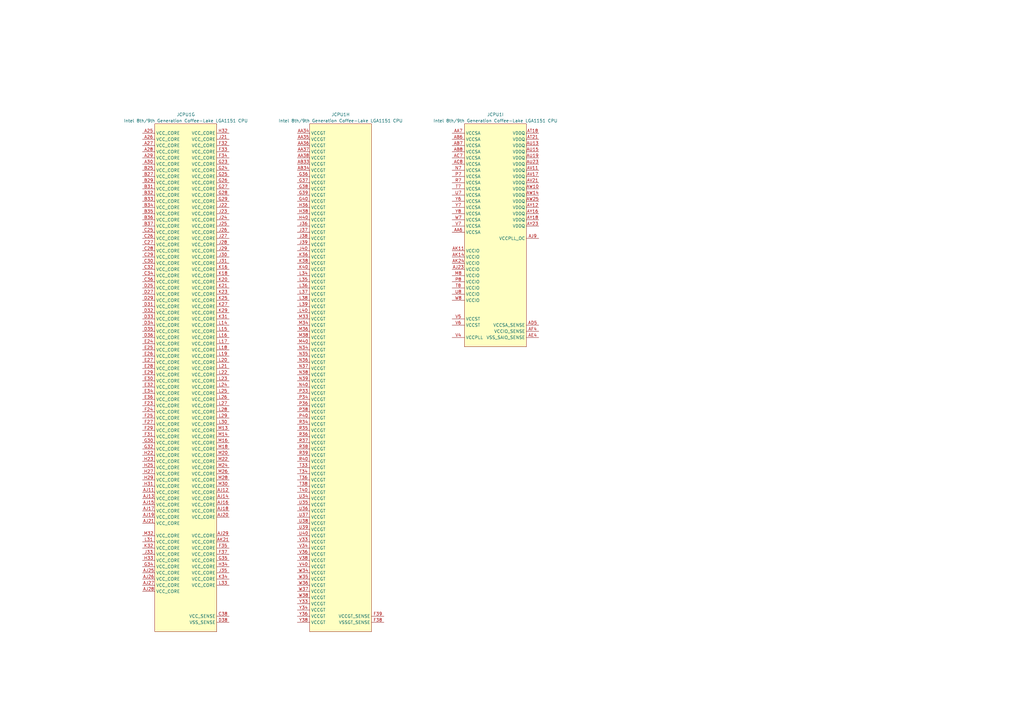
<source format=kicad_sch>
(kicad_sch (version 20250114) (generator "eeschema") (generator_version "9.0")
  (paper "A3")
  (title_block (title "CPU Power supply") (company "WifiCable"))
  (lib_symbols
    (symbol "A-my-stuff:Intel_CFL_1151"
      (property "Reference" "JCPU1" (at 0 97.79 0))
      (property "Value" "Intel 8th/9th Generation Coffee-Lake LGA1151 CPU" (at 0 95.25 0))
      (symbol "Intel_CFL_1151_1_1"
        (pin input line (at -39.37 90.17 0) (length 5.08) (name "DDR0_DQ_0/DDR0_DQ_0") (number "AE38"))
        (pin input line (at -39.37 87.63 0) (length 5.08) (name "DDR0_DQ_1/DDR0_DQ_1") (number "AE37"))
        (pin input line (at -39.37 85.09 0) (length 5.08) (name "DDR0_DQ_2/DDR0_DQ_2") (number "AG38"))
        (pin input line (at -39.37 82.55 0) (length 5.08) (name "DDR0_DQ_3/DDR0_DQ_3") (number "AG37"))
        (pin input line (at -39.37 80.01 0) (length 5.08) (name "DDR0_DQ_4/DDR0_DQ_4") (number "AE39"))
        (pin input line (at -39.37 77.47 0) (length 5.08) (name "DDR0_DQ_5/DDR0_DQ_5") (number "AE40"))
        (pin input line (at -39.37 74.93 0) (length 5.08) (name "DDR0_DQ_6/DDR0_DQ_6") (number "AG39"))
        (pin input line (at -39.37 72.39 0) (length 5.08) (name "DDR0_DQ_7/DDR0_DQ_7") (number "AG40"))
        (pin input line (at -39.37 69.85 0) (length 5.08) (name "DDR0_DQ_8/DDR0_DQ_8") (number "AJ38"))
        (pin input line (at -39.37 67.31 0) (length 5.08) (name "DDR0_DQ_9/DDR0_DQ_9") (number "AJ37"))
        (pin input line (at -39.37 64.77 0) (length 5.08) (name "DDR0_DQ_10/DDR0_DQ_10") (number "AL38"))
        (pin input line (at -39.37 62.23 0) (length 5.08) (name "DDR0_DQ_11/DDR0_DQ_11") (number "AL37"))
        (pin input line (at -39.37 59.69 0) (length 5.08) (name "DDR0_DQ_12/DDR0_DQ_12") (number "AJ40"))
        (pin input line (at -39.37 57.15 0) (length 5.08) (name "DDR0_DQ_13/DDR0_DQ_13") (number "AJ39"))
        (pin input line (at -39.37 54.61 0) (length 5.08) (name "DDR0_DQ_14/DDR0_DQ_14") (number "AL39"))
        (pin input line (at -39.37 52.07 0) (length 5.08) (name "DDR0_DQ_15/DDR0_DQ_15") (number "AL40"))
        (pin input line (at -39.37 48.26 0) (length 5.08) (name "DDR0_DQ_16/DDR0_DQ_32") (number "AN38"))
        (pin input line (at -39.37 45.72 0) (length 5.08) (name "DDR0_DQ_17/DDR0_DQ_33") (number "AN40"))
        (pin input line (at -39.37 43.18 0) (length 5.08) (name "DDR0_DQ_18/DDR0_DQ_34") (number "AR38"))
        (pin input line (at -39.37 40.64 0) (length 5.08) (name "DDR0_DQ_19/DDR0_DQ_35") (number "AR37"))
        (pin input line (at -39.37 38.1 0) (length 5.08) (name "DDR0_DQ_20/DDR0_DQ_36") (number "AN39"))
        (pin input line (at -39.37 35.56 0) (length 5.08) (name "DDR0_DQ_21/DDR0_DQ_37") (number "AN37"))
        (pin input line (at -39.37 33.02 0) (length 5.08) (name "DDR0_DQ_22/DDR0_DQ_38") (number "AR39"))
        (pin input line (at -39.37 30.48 0) (length 5.08) (name "DDR0_DQ_23/DDR0_DQ_39") (number "AR40"))
        (pin input line (at -39.37 27.94 0) (length 5.08) (name "DDR0_DQ_24/DDR0_DQ_40") (number "AW37"))
        (pin input line (at -39.37 25.4 0) (length 5.08) (name "DDR0_DQ_25/DDR0_DQ_41") (number "AU38"))
        (pin input line (at -39.37 22.86 0) (length 5.08) (name "DDR0_DQ_26/DDR0_DQ_42") (number "AV35"))
        (pin input line (at -39.37 20.32 0) (length 5.08) (name "DDR0_DQ_27/DDR0_DQ_43") (number "AW35"))
        (pin input line (at -39.37 17.78 0) (length 5.08) (name "DDR0_DQ_28/DDR0_DQ_44") (number "AU37"))
        (pin input line (at -39.37 15.24 0) (length 5.08) (name "DDR0_DQ_29/DDR0_DQ_45") (number "AV37"))
        (pin input line (at -39.37 12.7 0) (length 5.08) (name "DDR0_DQ_30/DDR0_DQ_46") (number "AT35"))
        (pin input line (at -39.37 10.16 0) (length 5.08) (name "DDR0_DQ_31/DDR0_DQ_47") (number "AU35"))
        (pin input line (at -39.37 6.35 0) (length 5.08) (name "DDR0_DQ_32/DDR1_DQ_0") (number "AY8"))
        (pin input line (at -39.37 3.81 0) (length 5.08) (name "DDR0_DQ_33/DDR1_DQ_1") (number "AW8"))
        (pin input line (at -39.37 1.27 0) (length 5.08) (name "DDR0_DQ_34/DDR1_DQ_2") (number "AV6"))
        (pin input line (at -39.37 -1.27 0) (length 5.08) (name "DDR0_DQ_35/DDR1_DQ_3") (number "AU6"))
        (pin input line (at -39.37 -3.81 0) (length 5.08) (name "DDR0_DQ_36/DDR1_DQ_4") (number "AU8"))
        (pin input line (at -39.37 -6.35 0) (length 5.08) (name "DDR0_DQ_37/DDR1_DQ_5") (number "AV8"))
        (pin input line (at -39.37 -8.89 0) (length 5.08) (name "DDR0_DQ_38/DDR1_DQ_6") (number "AW6"))
        (pin input line (at -39.37 -11.43 0) (length 5.08) (name "DDR0_DQ_39/DDR1_DQ_7") (number "AY6"))
        (pin input line (at -39.37 -13.97 0) (length 5.08) (name "DDR0_DQ_40/DDR1_DQ_8") (number "AY4"))
        (pin input line (at -39.37 -16.51 0) (length 5.08) (name "DDR0_DQ_41/DDR1_DQ_9") (number "AV4"))
        (pin input line (at -39.37 -19.05 0) (length 5.08) (name "DDR0_DQ_42/DDR1_DQ_10") (number "AT1"))
        (pin input line (at -39.37 -21.59 0) (length 5.08) (name "DDR0_DQ_43/DDR1_DQ_11") (number "AT2"))
        (pin input line (at -39.37 -24.13 0) (length 5.08) (name "DDR0_DQ_44/DDR1_DQ_12") (number "AV3"))
        (pin input line (at -39.37 -26.67 0) (length 5.08) (name "DDR0_DQ_45/DDR1_DQ_13") (number "AW4"))
        (pin input line (at -39.37 -29.21 0) (length 5.08) (name "DDR0_DQ_46/DDR1_DQ_14") (number "AT4"))
        (pin input line (at -39.37 -31.75 0) (length 5.08) (name "DDR0_DQ_47/DDR1_DQ_15") (number "AT3"))
        (pin input line (at -39.37 -35.56 0) (length 5.08) (name "DDR0_DQ_48/DDR1_DQ_32") (number "AP2"))
        (pin input line (at -39.37 -38.1 0) (length 5.08) (name "DDR0_DQ_49/DDR1_DQ_33") (number "AM4"))
        (pin input line (at -39.37 -40.64 0) (length 5.08) (name "DDR0_DQ_50/DDR1_DQ_34") (number "AP3"))
        (pin input line (at -39.37 -43.18 0) (length 5.08) (name "DDR0_DQ_51/DDR1_DQ_35") (number "AM3"))
        (pin input line (at -39.37 -45.72 0) (length 5.08) (name "DDR0_DQ_52/DDR1_DQ_36") (number "AP4"))
        (pin input line (at -39.37 -48.26 0) (length 5.08) (name "DDR0_DQ_53/DDR1_DQ_37") (number "AM2"))
        (pin input line (at -39.37 -50.8 0) (length 5.08) (name "DDR0_DQ_54/DDR1_DQ_38") (number "AP1"))
        (pin input line (at -39.37 -53.34 0) (length 5.08) (name "DDR0_DQ_55/DDR1_DQ_39") (number "AM1"))
        (pin input line (at -39.37 -55.88 0) (length 5.08) (name "DDR0_DQ_56/DDR1_DQ_40") (number "AK3"))
        (pin input line (at -39.37 -58.42 0) (length 5.08) (name "DDR0_DQ_57/DDR1_DQ_41") (number "AH1"))
        (pin input line (at -39.37 -60.96 0) (length 5.08) (name "DDR0_DQ_58/DDR1_DQ_42") (number "AK4"))
        (pin input line (at -39.37 -63.5 0) (length 5.08) (name "DDR0_DQ_59/DDR1_DQ_43") (number "AH2"))
        (pin input line (at -39.37 -66.04 0) (length 5.08) (name "DDR0_DQ_60/DDR1_DQ_44") (number "AH4"))
        (pin input line (at -39.37 -68.58 0) (length 5.08) (name "DDR0_DQ_61/DDR1_DQ_45") (number "AK2"))
        (pin input line (at -39.37 -71.12 0) (length 5.08) (name "DDR0_DQ_62/DDR1_DQ_46") (number "AH3"))
        (pin input line (at -39.37 -73.66 0) (length 5.08) (name "DDR0_DQ_63/DDR1_DQ_47") (number "AK1"))
        (pin input line (at -39.37 -77.47 0) (length 5.08) (name "DDR0_ECC_0") (number "AU33"))
        (pin input line (at -39.37 -80.01 0) (length 5.08) (name "DDR0_ECC_1") (number "AT33"))
        (pin input line (at -39.37 -82.55 0) (length 5.08) (name "DDR0_ECC_2") (number "AW33"))
        (pin input line (at -39.37 -85.09 0) (length 5.08) (name "DDR0_ECC_3") (number "AV31"))
        (pin input line (at -39.37 -87.63 0) (length 5.08) (name "DDR0_ECC_4") (number "AU31"))
        (pin input line (at -39.37 -90.17 0) (length 5.08) (name "DDR0_ECC_5") (number "AV33"))
        (pin input line (at -39.37 -92.71 0) (length 5.08) (name "DDR0_ECC_6") (number "AW31"))
        (pin input line (at -39.37 -95.25 0) (length 5.08) (name "DDR0_ECC_7") (number "AY31"))
        (pin input line (at 39.37 90.17 180) (length 5.08) (name "DDR0_CKP_0") (number "AW18"))
        (pin input line (at 39.37 87.63 180) (length 5.08) (name "DDR0_CKN_0") (number "AV18"))
        (pin input line (at 39.37 85.09 180) (length 5.08) (name "DDR0_CKP_1") (number "AW17"))
        (pin input line (at 39.37 82.55 180) (length 5.08) (name "DDR0_CKN_1") (number "AY17"))
        (pin input line (at 39.37 80.01 180) (length 5.08) (name "DDR0_CKP_2") (number "AW16"))
        (pin input line (at 39.37 77.47 180) (length 5.08) (name "DDR0_CKN_2") (number "AV16"))
        (pin input line (at 39.37 74.93 180) (length 5.08) (name "DDR0_CKP_3") (number "AT16"))
        (pin input line (at 39.37 72.39 180) (length 5.08) (name "DDR0_CKN_3") (number "AU16"))
        (pin input line (at 39.37 67.31 180) (length 5.08) (name "DDR0_CKE_0") (number "AY24"))
        (pin input line (at 39.37 64.77 180) (length 5.08) (name "DDR0_CKE_1") (number "AW24"))
        (pin input line (at 39.37 62.23 180) (length 5.08) (name "DDR0_CKE_2") (number "AV24"))
        (pin input line (at 39.37 59.69 180) (length 5.08) (name "DDR0_CKE_3") (number "AV25"))
        (pin input line (at 39.37 54.61 180) (length 5.08) (name "DDR0_CS#_0") (number "AW12"))
        (pin input line (at 39.37 52.07 180) (length 5.08) (name "DDR0_CS#_1") (number "AU11"))
        (pin input line (at 39.37 49.53 180) (length 5.08) (name "DDR0_CS#_2") (number "AV13"))
        (pin input line (at 39.37 46.99 180) (length 5.08) (name "DDR0_CS#_3") (number "AV10"))
        (pin input line (at 39.37 41.91 180) (length 5.08) (name "DDR0_ODT_0") (number "AW11"))
        (pin input line (at 39.37 39.37 180) (length 5.08) (name "DDR0_ODT_1") (number "AU14"))
        (pin input line (at 39.37 36.83 180) (length 5.08) (name "DDR0_ODT_2") (number "AU12"))
        (pin input line (at 39.37 34.29 180) (length 5.08) (name "DDR0_ODT_3") (number "AY10"))
        (pin input line (at 39.37 29.21 180) (length 5.08) (name "DDR0_BA_0") (number "AY13"))
        (pin input line (at 39.37 26.67 180) (length 5.08) (name "DDR0_BA_1") (number "AV15"))
        (pin input line (at 39.37 24.13 180) (length 5.08) (name "DDR0_BG_0") (number "AW23"))
        (pin input line (at 39.37 19.05 180) (length 5.08) (name "DDR0_MA_16") (number "AW13"))
        (pin input line (at 39.37 16.51 180) (length 5.08) (name "DDR0_MA_14") (number "AV14"))
        (pin input line (at 39.37 13.97 180) (length 5.08) (name "DDR0_MA_15") (number "AY11"))
        (pin input line (at 39.37 8.89 180) (length 5.08) (name "DDR0_MA_0") (number "AW15"))
        (pin input line (at 39.37 6.35 180) (length 5.08) (name "DDR0_MA_1") (number "AU18"))
        (pin input line (at 39.37 3.81 180) (length 5.08) (name "DDR0_MA_2") (number "AU17"))
        (pin input line (at 39.37 1.27 180) (length 5.08) (name "DDR0_MA_3") (number "AV19"))
        (pin input line (at 39.37 -1.27 180) (length 5.08) (name "DDR0_MA_4") (number "AT19"))
        (pin input line (at 39.37 -3.81 180) (length 5.08) (name "DDR0_MA_5") (number "AU20"))
        (pin input line (at 39.37 -6.35 180) (length 5.08) (name "DDR0_MA_6") (number "AV20"))
        (pin input line (at 39.37 -8.89 180) (length 5.08) (name "DDR0_MA_7") (number "AU21"))
        (pin input line (at 39.37 -11.43 180) (length 5.08) (name "DDR0_MA_8") (number "AT20"))
        (pin input line (at 39.37 -13.97 180) (length 5.08) (name "DDR0_MA_9") (number "AT22"))
        (pin input line (at 39.37 -16.51 180) (length 5.08) (name "DDR0_MA_10") (number "AY14"))
        (pin input line (at 39.37 -19.05 180) (length 5.08) (name "DDR0_MA_11") (number "AU22"))
        (pin input line (at 39.37 -21.59 180) (length 5.08) (name "DDR0_MA_12") (number "AV22"))
        (pin input line (at 39.37 -24.13 180) (length 5.08) (name "DDR0_MA_13") (number "AV12"))
        (pin input line (at 39.37 -26.67 180) (length 5.08) (name "DDR0_BG_1") (number "AV23"))
        (pin input line (at 39.37 -29.21 180) (length 5.08) (name "DDR0_ACT#") (number "AU24"))
        (pin input line (at 39.37 -34.29 180) (length 5.08) (name "DDR0_PAR") (number "AY15"))
        (pin input line (at 39.37 -36.83 180) (length 5.08) (name "DDR0_ALERT#") (number "AT23"))
        (pin input line (at 39.37 -41.91 180) (length 5.08) (name "DDR0_DQSP_0/DDR0_DQSP_0") (number "AF38"))
        (pin input line (at 39.37 -44.45 180) (length 5.08) (name "DDR0_DQSN_0/DDR0_DQSN_0") (number "AF39"))
        (pin input line (at 39.37 -48.26 180) (length 5.08) (name "DDR0_DQSP_1/DDR0_DQSP_1") (number "AK38"))
        (pin input line (at 39.37 -50.8 180) (length 5.08) (name "DDR0_DQSN_1/DDR0_DQSN_1") (number "AK39"))
        (pin input line (at 39.37 -54.61 180) (length 5.08) (name "DDR0_DQSP_2/DDR0_DQSP_4") (number "AP38"))
        (pin input line (at 39.37 -57.15 180) (length 5.08) (name "DDR0_DQSN_2/DDR0_DQSN_4") (number "AP39"))
        (pin input line (at 39.37 -60.96 180) (length 5.08) (name "DDR0_DQSP_3/DDR0_DQSP_5") (number "AV36"))
        (pin input line (at 39.37 -63.5 180) (length 5.08) (name "DDR0_DQSN_3/DDR0_DQSN_5") (number "AU36"))
        (pin input line (at 39.37 -67.31 180) (length 5.08) (name "DDR0_DQSP_4/DDR1_DQSP_0") (number "AV7"))
        (pin input line (at 39.37 -69.85 180) (length 5.08) (name "DDR0_DQSN_4/DDR1_DQSN_0") (number "AW7"))
        (pin input line (at 39.37 -73.66 180) (length 5.08) (name "DDR0_DQSP_5/DDR1_DQSP_1") (number "AU2"))
        (pin input line (at 39.37 -76.2 180) (length 5.08) (name "DDR0_DQSN_5/DDR1_DQSN_1") (number "AU3"))
        (pin input line (at 39.37 -80.01 180) (length 5.08) (name "DDR0_DQSP_6/DDR1_DQSP_4") (number "AN2"))
        (pin input line (at 39.37 -82.55 180) (length 5.08) (name "DDR0_DQSN_6/DDR1_DQSN_4") (number "AN3"))
        (pin input line (at 39.37 -86.36 180) (length 5.08) (name "DDR0_DQSP_7/DDR1_DQSP_5") (number "AJ2"))
        (pin input line (at 39.37 -88.9 180) (length 5.08) (name "DDR0_DQSN_7/DDR1_DQSN_5") (number "AJ3"))
        (pin input line (at 39.37 -92.71 180) (length 5.08) (name "DDR0_DQSP_8/DDR0_DQSP_8") (number "AV32"))
        (pin input line (at 39.37 -95.25 180) (length 5.08) (name "DDR0_DQSN_8/DDR0_DQSN_8") (number "AU32"))
      )
      (symbol "Intel_CFL_1151_2_1"
        (pin input line (at -39.37 90.17 0) (length 5.08) (name "DDR1_DQ_0/DDR0_DQ_16") (number "AD34"))
        (pin input line (at -39.37 87.63 0) (length 5.08) (name "DDR1_DQ_1/DDR0_DQ_17") (number "AD35"))
        (pin input line (at -39.37 85.09 0) (length 5.08) (name "DDR1_DQ_2/DDR0_DQ_18") (number "AG35"))
        (pin input line (at -39.37 82.55 0) (length 5.08) (name "DDR1_DQ_3/DDR0_DQ_19") (number "AH35"))
        (pin input line (at -39.37 80.01 0) (length 5.08) (name "DDR1_DQ_4/DDR0_DQ_20") (number "AE35"))
        (pin input line (at -39.37 77.47 0) (length 5.08) (name "DDR1_DQ_5/DDR0_DQ_21") (number "AE34"))
        (pin input line (at -39.37 74.93 0) (length 5.08) (name "DDR1_DQ_6/DDR0_DQ_22") (number "AG34"))
        (pin input line (at -39.37 72.39 0) (length 5.08) (name "DDR1_DQ_7/DDR0_DQ_23") (number "AH34"))
        (pin input line (at -39.37 69.85 0) (length 5.08) (name "DDR1_DQ_8/DDR0_DQ_24") (number "AK35"))
        (pin input line (at -39.37 67.31 0) (length 5.08) (name "DDR1_DQ_9/DDR0_DQ_25") (number "AL35"))
        (pin input line (at -39.37 64.77 0) (length 5.08) (name "DDR1_DQ_10/DDR0_DQ_26") (number "AK32"))
        (pin input line (at -39.37 62.23 0) (length 5.08) (name "DDR1_DQ_11/DDR0_DQ_27") (number "AL32"))
        (pin input line (at -39.37 59.69 0) (length 5.08) (name "DDR1_DQ_12/DDR0_DQ_28") (number "AK34"))
        (pin input line (at -39.37 57.15 0) (length 5.08) (name "DDR1_DQ_13/DDR0_DQ_29") (number "AL34"))
        (pin input line (at -39.37 54.61 0) (length 5.08) (name "DDR1_DQ_14/DDR0_DQ_30") (number "AK31"))
        (pin input line (at -39.37 52.07 0) (length 5.08) (name "DDR1_DQ_15/DDR0_DQ_31") (number "AL31"))
        (pin input line (at -39.37 48.26 0) (length 5.08) (name "DDR1_DQ_16/DDR0_DQ_48") (number "AP35"))
        (pin input line (at -39.37 45.72 0) (length 5.08) (name "DDR1_DQ_17/DDR0_DQ_49") (number "AN35"))
        (pin input line (at -39.37 43.18 0) (length 5.08) (name "DDR1_DQ_18/DDR0_DQ_50") (number "AN32"))
        (pin input line (at -39.37 40.64 0) (length 5.08) (name "DDR1_DQ_19/DDR0_DQ_51") (number "AP32"))
        (pin input line (at -39.37 38.1 0) (length 5.08) (name "DDR1_DQ_20/DDR0_DQ_52") (number "AN34"))
        (pin input line (at -39.37 35.56 0) (length 5.08) (name "DDR1_DQ_21/DDR0_DQ_53") (number "AP34"))
        (pin input line (at -39.37 33.02 0) (length 5.08) (name "DDR1_DQ_22/DDR0_DQ_54") (number "AN31"))
        (pin input line (at -39.37 30.48 0) (length 5.08) (name "DDR1_DQ_23/DDR0_DQ_55") (number "AP31"))
        (pin input line (at -39.37 27.94 0) (length 5.08) (name "DDR1_DQ_24/DDR0_DQ_56") (number "AL29"))
        (pin input line (at -39.37 25.4 0) (length 5.08) (name "DDR1_DQ_25/DDR0_DQ_57") (number "AM29"))
        (pin input line (at -39.37 22.86 0) (length 5.08) (name "DDR1_DQ_26/DDR0_DQ_58") (number "AP29"))
        (pin input line (at -39.37 20.32 0) (length 5.08) (name "DDR1_DQ_27/DDR0_DQ_59") (number "AR29"))
        (pin input line (at -39.37 17.78 0) (length 5.08) (name "DDR1_DQ_28/DDR0_DQ_60") (number "AM28"))
        (pin input line (at -39.37 15.24 0) (length 5.08) (name "DDR1_DQ_29/DDR0_DQ_61") (number "AL28"))
        (pin input line (at -39.37 12.7 0) (length 5.08) (name "DDR1_DQ_30/DDR0_DQ_62") (number "AR28"))
        (pin input line (at -39.37 10.16 0) (length 5.08) (name "DDR1_DQ_31/DDR0_DQ_63") (number "AP28"))
        (pin input line (at -39.37 6.35 0) (length 5.08) (name "DDR1_DQ_32/DDR1_DQ_16") (number "AR12"))
        (pin input line (at -39.37 3.81 0) (length 5.08) (name "DDR1_DQ_33/DDR1_DQ_17") (number "AP12"))
        (pin input line (at -39.37 1.27 0) (length 5.08) (name "DDR1_DQ_34/DDR1_DQ_18") (number "AM13"))
        (pin input line (at -39.37 -1.27 0) (length 5.08) (name "DDR1_DQ_35/DDR1_DQ_19") (number "AL13"))
        (pin input line (at -39.37 -3.81 0) (length 5.08) (name "DDR1_DQ_36/DDR1_DQ_20") (number "AR13"))
        (pin input line (at -39.37 -6.35 0) (length 5.08) (name "DDR1_DQ_37/DDR1_DQ_21") (number "AP13"))
        (pin input line (at -39.37 -8.89 0) (length 5.08) (name "DDR1_DQ_38/DDR1_DQ_22") (number "AM12"))
        (pin input line (at -39.37 -11.43 0) (length 5.08) (name "DDR1_DQ_39/DDR1_DQ_23") (number "AL12"))
        (pin input line (at -39.37 -13.97 0) (length 5.08) (name "DDR1_DQ_40/DDR1_DQ_24") (number "AP10"))
        (pin input line (at -39.37 -16.51 0) (length 5.08) (name "DDR1_DQ_41/DDR1_DQ_25") (number "AR10"))
        (pin input line (at -39.37 -19.05 0) (length 5.08) (name "DDR1_DQ_42/DDR1_DQ_26") (number "AR7"))
        (pin input line (at -39.37 -21.59 0) (length 5.08) (name "DDR1_DQ_43/DDR1_DQ_27") (number "AP7"))
        (pin input line (at -39.37 -24.13 0) (length 5.08) (name "DDR1_DQ_44/DDR1_DQ_28") (number "AR9"))
        (pin input line (at -39.37 -26.67 0) (length 5.08) (name "DDR1_DQ_45/DDR1_DQ_29") (number "AP9"))
        (pin input line (at -39.37 -29.21 0) (length 5.08) (name "DDR1_DQ_46/DDR1_DQ_30") (number "AR6"))
        (pin input line (at -39.37 -31.75 0) (length 5.08) (name "DDR1_DQ_47/DDR1_DQ_31") (number "AP6"))
        (pin input line (at -39.37 -35.56 0) (length 5.08) (name "DDR1_DQ_48/DDR1_DQ_48") (number "AM10"))
        (pin input line (at -39.37 -38.1 0) (length 5.08) (name "DDR1_DQ_49/DDR1_DQ_49") (number "AL10"))
        (pin input line (at -39.37 -40.64 0) (length 5.08) (name "DDR1_DQ_50/DDR1_DQ_50") (number "AM7"))
        (pin input line (at -39.37 -43.18 0) (length 5.08) (name "DDR1_DQ_51/DDR1_DQ_51") (number "AL7"))
        (pin input line (at -39.37 -45.72 0) (length 5.08) (name "DDR1_DQ_52/DDR1_DQ_52") (number "AM9"))
        (pin input line (at -39.37 -48.26 0) (length 5.08) (name "DDR1_DQ_53/DDR1_DQ_53") (number "AL9"))
        (pin input line (at -39.37 -50.8 0) (length 5.08) (name "DDR1_DQ_54/DDR1_DQ_54") (number "AM6"))
        (pin input line (at -39.37 -53.34 0) (length 5.08) (name "DDR1_DQ_55/DDR1_DQ_55") (number "AL6"))
        (pin input line (at -39.37 -55.88 0) (length 5.08) (name "DDR1_DQ_56/DDR1_DQ_56") (number "AJ6"))
        (pin input line (at -39.37 -58.42 0) (length 5.08) (name "DDR1_DQ_57/DDR1_DQ_57") (number "AJ7"))
        (pin input line (at -39.37 -60.96 0) (length 5.08) (name "DDR1_DQ_58/DDR1_DQ_58") (number "AE6"))
        (pin input line (at -39.37 -63.5 0) (length 5.08) (name "DDR1_DQ_59/DDR1_DQ_59") (number "AF7"))
        (pin input line (at -39.37 -66.04 0) (length 5.08) (name "DDR1_DQ_60/DDR1_DQ_60") (number "AH7"))
        (pin input line (at -39.37 -68.58 0) (length 5.08) (name "DDR1_DQ_61/DDR1_DQ_61") (number "AH6"))
        (pin input line (at -39.37 -71.12 0) (length 5.08) (name "DDR1_DQ_62/DDR1_DQ_62") (number "AE7"))
        (pin input line (at -39.37 -73.66 0) (length 5.08) (name "DDR1_DQ_63/DDR1_DQ_63") (number "AF6"))
        (pin input line (at -39.37 -77.47 0) (length 5.08) (name "DDR1_ECC_0") (number "AR25"))
        (pin input line (at -39.37 -80.01 0) (length 5.08) (name "DDR1_ECC_1") (number "AR26"))
        (pin input line (at -39.37 -82.55 0) (length 5.08) (name "DDR1_ECC_2") (number "AM26"))
        (pin input line (at -39.37 -85.09 0) (length 5.08) (name "DDR1_ECC_3") (number "AM25"))
        (pin input line (at -39.37 -87.63 0) (length 5.08) (name "DDR1_ECC_4") (number "AP26"))
        (pin input line (at -39.37 -90.17 0) (length 5.08) (name "DDR1_ECC_5") (number "AP25"))
        (pin input line (at -39.37 -92.71 0) (length 5.08) (name "DDR1_ECC_6") (number "AL25"))
        (pin input line (at -39.37 -95.25 0) (length 5.08) (name "DDR1_ECC_7") (number "AL26"))
        (pin input line (at 39.37 90.17 180) (length 5.08) (name "DDR1_CKP_0") (number "AM20"))
        (pin input line (at 39.37 87.63 180) (length 5.08) (name "DDR1_CKN_0") (number "AM21"))
        (pin input line (at 39.37 85.09 180) (length 5.08) (name "DDR1_CKP_1") (number "AP22"))
        (pin input line (at 39.37 82.55 180) (length 5.08) (name "DDR1_CKN_1") (number "AP21"))
        (pin input line (at 39.37 80.01 180) (length 5.08) (name "DDR1_CKP_2") (number "AN20"))
        (pin input line (at 39.37 77.47 180) (length 5.08) (name "DDR1_CKN_2") (number "AN21"))
        (pin input line (at 39.37 74.93 180) (length 5.08) (name "DDR1_CKP_3") (number "AP19"))
        (pin input line (at 39.37 72.39 180) (length 5.08) (name "DDR1_CKN_3") (number "AP20"))
        (pin input line (at 39.37 67.31 180) (length 5.08) (name "DDR1_CKE_0") (number "AY29"))
        (pin input line (at 39.37 64.77 180) (length 5.08) (name "DDR1_CKE_1") (number "AV29"))
        (pin input line (at 39.37 62.23 180) (length 5.08) (name "DDR1_CKE_2") (number "AW29"))
        (pin input line (at 39.37 59.69 180) (length 5.08) (name "DDR1_CKE_3") (number "AU29"))
        (pin input line (at 39.37 54.61 180) (length 5.08) (name "DDR1_CS#_0") (number "AP17"))
        (pin input line (at 39.37 52.07 180) (length 5.08) (name "DDR1_CS#_1") (number "AN15"))
        (pin input line (at 39.37 49.53 180) (length 5.08) (name "DDR1_CS#_2") (number "AN17"))
        (pin input line (at 39.37 46.99 180) (length 5.08) (name "DDR1_CS#_3") (number "AM15"))
        (pin input line (at 39.37 41.91 180) (length 5.08) (name "DDR1_ODT_0") (number "AM16"))
        (pin input line (at 39.37 39.37 180) (length 5.08) (name "DDR1_ODT_1") (number "AL16"))
        (pin input line (at 39.37 36.83 180) (length 5.08) (name "DDR1_ODT_2") (number "AP15"))
        (pin input line (at 39.37 34.29 180) (length 5.08) (name "DDR1_ODT_3") (number "AL15"))
        (pin input line (at 39.37 29.21 180) (length 5.08) (name "DDR1_BA_0") (number "AL18"))
        (pin input line (at 39.37 26.67 180) (length 5.08) (name "DDR1_BA_1") (number "AM18"))
        (pin input line (at 39.37 24.13 180) (length 5.08) (name "DDR1_BG_0") (number "AW28"))
        (pin input line (at 39.37 19.05 180) (length 5.08) (name "DDR1_MA_16") (number "AN18"))
        (pin input line (at 39.37 16.51 180) (length 5.08) (name "DDR1_MA_14") (number "AL17"))
        (pin input line (at 39.37 13.97 180) (length 5.08) (name "DDR1_MA_15") (number "AP16"))
        (pin input line (at 39.37 8.89 180) (length 5.08) (name "DDR1_MA_0") (number "AL19"))
        (pin input line (at 39.37 6.35 180) (length 5.08) (name "DDR1_MA_1") (number "AL22"))
        (pin input line (at 39.37 3.81 180) (length 5.08) (name "DDR1_MA_2") (number "AM22"))
        (pin input line (at 39.37 1.27 180) (length 5.08) (name "DDR1_MA_3") (number "AM23"))
        (pin input line (at 39.37 -1.27 180) (length 5.08) (name "DDR1_MA_4") (number "AP23"))
        (pin input line (at 39.37 -3.81 180) (length 5.08) (name "DDR1_MA_5") (number "AL23"))
        (pin input line (at 39.37 -6.35 180) (length 5.08) (name "DDR1_MA_6") (number "AW26"))
        (pin input line (at 39.37 -8.89 180) (length 5.08) (name "DDR1_MA_7") (number "AY26"))
        (pin input line (at 39.37 -11.43 180) (length 5.08) (name "DDR1_MA_8") (number "AU26"))
        (pin input line (at 39.37 -13.97 180) (length 5.08) (name "DDR1_MA_9") (number "AW27"))
        (pin input line (at 39.37 -16.51 180) (length 5.08) (name "DDR1_MA_10") (number "AP18"))
        (pin input line (at 39.37 -19.05 180) (length 5.08) (name "DDR1_MA_11") (number "AU27"))
        (pin input line (at 39.37 -21.59 180) (length 5.08) (name "DDR1_MA_12") (number "AV27"))
        (pin input line (at 39.37 -24.13 180) (length 5.08) (name "DDR1_MA_13") (number "AR15"))
        (pin input line (at 39.37 -26.67 180) (length 5.08) (name "DDR1_BG_1") (number "AY28"))
        (pin input line (at 39.37 -29.21 180) (length 5.08) (name "DDR1_ACT#") (number "AU28"))
        (pin input line (at 39.37 -34.29 180) (length 5.08) (name "DDR1_PAR") (number "AL20"))
        (pin input line (at 39.37 -36.83 180) (length 5.08) (name "DDR1_ALERT#") (number "AY25"))
        (pin input line (at 39.37 -41.91 180) (length 5.08) (name "DDR1_DQSP_0/DDR0_DQSP_2") (number "AF35"))
        (pin input line (at 39.37 -44.45 180) (length 5.08) (name "DDR1_DQSN_0/DDR0_DQSN_2") (number "AF34"))
        (pin input line (at 39.37 -48.26 180) (length 5.08) (name "DDR1_DQSP_1/DDR0_DQSP_3") (number "AL33"))
        (pin input line (at 39.37 -50.8 180) (length 5.08) (name "DDR1_DQSN_1/DDR0_DQSN_3") (number "AK33"))
        (pin input line (at 39.37 -54.61 180) (length 5.08) (name "DDR1_DQSP_2/DDR0_DQSP_6") (number "AP33"))
        (pin input line (at 39.37 -57.15 180) (length 5.08) (name "DDR1_DQSN_2/DDR0_DQSN_6") (number "AN33"))
        (pin input line (at 39.37 -60.96 180) (length 5.08) (name "DDR1_DQSP_3/DDR0_DQSP_7") (number "AN28"))
        (pin input line (at 39.37 -63.5 180) (length 5.08) (name "DDR1_DQSN_3/DDR0_DQSN_7") (number "AN29"))
        (pin input line (at 39.37 -67.31 180) (length 5.08) (name "DDR1_DQSP_4/DDR1_DQSP_2") (number "AN12"))
        (pin input line (at 39.37 -69.85 180) (length 5.08) (name "DDR1_DQSN_4/DDR1_DQSN_2") (number "AN13"))
        (pin input line (at 39.37 -73.66 180) (length 5.08) (name "DDR1_DQSP_5/DDR1_DQSP_3") (number "AP8"))
        (pin input line (at 39.37 -76.2 180) (length 5.08) (name "DDR1_DQSN_5/DDR1_DQSN_3") (number "AR8"))
        (pin input line (at 39.37 -80.01 180) (length 5.08) (name "DDR1_DQSP_6/DDR1_DQSP_6") (number "AL8"))
        (pin input line (at 39.37 -82.55 180) (length 5.08) (name "DDR1_DQSN_6/DDR1_DQSN_6") (number "AM8"))
        (pin input line (at 39.37 -86.36 180) (length 5.08) (name "DDR1_DQSP_7/DDR1_DQSP_7") (number "AG7"))
        (pin input line (at 39.37 -88.9 180) (length 5.08) (name "DDR1_DQSN_7/DDR1_DQSN_7") (number "AG6"))
        (pin input line (at 39.37 -92.71 180) (length 5.08) (name "DDR1_DQSP_8/DDR1_DQSP_8") (number "AN25"))
        (pin input line (at 39.37 -95.25 180) (length 5.08) (name "DDR1_DQSN_8/DDR1_DQSN_8") (number "AN26"))
        (pin input line (at 39.37 -100.33 180) (length 5.08) (name "DDR_VREF_CA") (number "AB40"))
        (pin input line (at 39.37 -102.87 180) (length 5.08) (name "DDR0_VREF_DQ") (number "AC40"))
        (pin input line (at 39.37 -105.41 180) (length 5.08) (name "DDR1_VREF_DQ") (number "AC39"))
      )
      (symbol "Intel_CFL_1151_3_1"
        (pin input line (at -30.48 90.17 0) (length 5.08) (name "PEG_RXP_0") (number "B8"))
        (pin input line (at -30.48 87.63 0) (length 5.08) (name "PEG_RXN_0") (number "B7"))
        (pin input line (at -30.48 82.55 0) (length 5.08) (name "PEG_RXP_1") (number "C7"))
        (pin input line (at -30.48 80.01 0) (length 5.08) (name "PEG_RXN_1") (number "C6"))
        (pin input line (at -30.48 74.93 0) (length 5.08) (name "PEG_RXP_2") (number "D6"))
        (pin input line (at -30.48 72.39 0) (length 5.08) (name "PEG_RXN_2") (number "D5"))
        (pin input line (at -30.48 67.31 0) (length 5.08) (name "PEG_RXP_3") (number "E5"))
        (pin input line (at -30.48 64.77 0) (length 5.08) (name "PEG_RXN_3") (number "E4"))
        (pin input line (at -30.48 59.69 0) (length 5.08) (name "PEG_RXP_4") (number "F6"))
        (pin input line (at -30.48 57.15 0) (length 5.08) (name "PEG_RXN_4") (number "F5"))
        (pin input line (at -30.48 52.07 0) (length 5.08) (name "PEG_RXP_5") (number "G5"))
        (pin input line (at -30.48 49.53 0) (length 5.08) (name "PEG_RXN_5") (number "G4"))
        (pin input line (at -30.48 44.45 0) (length 5.08) (name "PEG_RXP_6") (number "H6"))
        (pin input line (at -30.48 41.91 0) (length 5.08) (name "PEG_RXN_6") (number "H5"))
        (pin input line (at -30.48 36.83 0) (length 5.08) (name "PEG_RXP_7") (number "J5"))
        (pin input line (at -30.48 34.29 0) (length 5.08) (name "PEG_RXN_7") (number "J4"))
        (pin input line (at -30.48 29.21 0) (length 5.08) (name "PEG_RXP_8") (number "K6"))
        (pin input line (at -30.48 26.67 0) (length 5.08) (name "PEG_RXN_8") (number "K5"))
        (pin input line (at -30.48 21.59 0) (length 5.08) (name "PEG_RXP_9") (number "L5"))
        (pin input line (at -30.48 19.05 0) (length 5.08) (name "PEG_RXN_9") (number "L4"))
        (pin input line (at -30.48 13.97 0) (length 5.08) (name "PEG_RXP_10") (number "M6"))
        (pin input line (at -30.48 11.43 0) (length 5.08) (name "PEG_RXN_10") (number "M5"))
        (pin input line (at -30.48 6.35 0) (length 5.08) (name "PEG_RXP_11") (number "N5"))
        (pin input line (at -30.48 3.81 0) (length 5.08) (name "PEG_RXN_11") (number "N4"))
        (pin input line (at -30.48 -1.27 0) (length 5.08) (name "PEG_RXP_12") (number "P6"))
        (pin input line (at -30.48 -3.81 0) (length 5.08) (name "PEG_RXN_12") (number "P5"))
        (pin input line (at -30.48 -8.89 0) (length 5.08) (name "PEG_RXP_13") (number "R5"))
        (pin input line (at -30.48 -11.43 0) (length 5.08) (name "PEG_RXN_13") (number "R4"))
        (pin input line (at -30.48 -16.51 0) (length 5.08) (name "PEG_RXP_14") (number "T6"))
        (pin input line (at -30.48 -19.05 0) (length 5.08) (name "PEG_RXN_14") (number "T5"))
        (pin input line (at -30.48 -24.13 0) (length 5.08) (name "PEG_RXP_15") (number "U5"))
        (pin input line (at -30.48 -26.67 0) (length 5.08) (name "PEG_RXN_15") (number "U4"))
        (pin input line (at -30.48 -31.75 0) (length 5.08) (name "PEG_RCOMP") (number "L7"))
        (pin input line (at -30.48 -41.91 0) (length 5.08) (name "DMI_RXP_0") (number "Y3"))
        (pin input line (at -30.48 -44.45 0) (length 5.08) (name "DMI_RXN_0") (number "Y4"))
        (pin input line (at -30.48 -49.53 0) (length 5.08) (name "DMI_RXP_1") (number "AA4"))
        (pin input line (at -30.48 -52.07 0) (length 5.08) (name "DMI_RXN_1") (number "AA5"))
        (pin input line (at -30.48 -57.15 0) (length 5.08) (name "DMI_RXP_2") (number "AB4"))
        (pin input line (at -30.48 -59.69 0) (length 5.08) (name "DMI_RXN_2") (number "AB3"))
        (pin input line (at -30.48 -64.77 0) (length 5.08) (name "DMI_RXP_3") (number "AC4"))
        (pin input line (at -30.48 -67.31 0) (length 5.08) (name "DMI_RXN_3") (number "AC5"))
        (pin input line (at 30.48 90.17 180) (length 5.08) (name "PEG_TXP_0") (number "A5"))
        (pin input line (at 30.48 87.63 180) (length 5.08) (name "PEG_TXN_0") (number "A6"))
        (pin input line (at 30.48 82.55 180) (length 5.08) (name "PEG_TXP_1") (number "B4"))
        (pin input line (at 30.48 80.01 180) (length 5.08) (name "PEG_TXN_1") (number "B5"))
        (pin input line (at 30.48 74.93 180) (length 5.08) (name "PEG_TXP_2") (number "C3"))
        (pin input line (at 30.48 72.39 180) (length 5.08) (name "PEG_TXN_2") (number "C4"))
        (pin input line (at 30.48 67.31 180) (length 5.08) (name "PEG_TXP_3") (number "D2"))
        (pin input line (at 30.48 64.77 180) (length 5.08) (name "PEG_TXN_3") (number "D3"))
        (pin input line (at 30.48 59.69 180) (length 5.08) (name "PEG_TXP_4") (number "E1"))
        (pin input line (at 30.48 57.15 180) (length 5.08) (name "PEG_TXN_4") (number "E2"))
        (pin input line (at 30.48 52.07 180) (length 5.08) (name "PEG_TXP_5") (number "F2"))
        (pin input line (at 30.48 49.53 180) (length 5.08) (name "PEG_TXN_5") (number "F3"))
        (pin input line (at 30.48 44.45 180) (length 5.08) (name "PEG_TXP_6") (number "G1"))
        (pin input line (at 30.48 41.91 180) (length 5.08) (name "PEG_TXN_6") (number "G2"))
        (pin input line (at 30.48 36.83 180) (length 5.08) (name "PEG_TXP_7") (number "H2"))
        (pin input line (at 30.48 34.29 180) (length 5.08) (name "PEG_TXN_7") (number "H3"))
        (pin input line (at 30.48 29.21 180) (length 5.08) (name "PEG_TXP_8") (number "J1"))
        (pin input line (at 30.48 26.67 180) (length 5.08) (name "PEG_TXN_8") (number "J2"))
        (pin input line (at 30.48 21.59 180) (length 5.08) (name "PEG_TXP_9") (number "K2"))
        (pin input line (at 30.48 19.05 180) (length 5.08) (name "PEG_TXN_9") (number "K3"))
        (pin input line (at 30.48 13.97 180) (length 5.08) (name "PEG_TXP_10") (number "L1"))
        (pin input line (at 30.48 11.43 180) (length 5.08) (name "PEG_TXN_10") (number "L2"))
        (pin input line (at 30.48 6.35 180) (length 5.08) (name "PEG_TXP_11") (number "M2"))
        (pin input line (at 30.48 3.81 180) (length 5.08) (name "PEG_TXN_11") (number "M3"))
        (pin input line (at 30.48 -1.27 180) (length 5.08) (name "PEG_TXP_12") (number "N1"))
        (pin input line (at 30.48 -3.81 180) (length 5.08) (name "PEG_TXN_12") (number "N2"))
        (pin input line (at 30.48 -8.89 180) (length 5.08) (name "PEG_TXP_13") (number "P2"))
        (pin input line (at 30.48 -11.43 180) (length 5.08) (name "PEG_TXN_13") (number "P3"))
        (pin input line (at 30.48 -16.51 180) (length 5.08) (name "PEG_TXP_14") (number "R2"))
        (pin input line (at 30.48 -19.05 180) (length 5.08) (name "PEG_TXN_14") (number "R1"))
        (pin input line (at 30.48 -24.13 180) (length 5.08) (name "PEG_TXP_15") (number "T2"))
        (pin input line (at 30.48 -26.67 180) (length 5.08) (name "PEG_TXN_15") (number "T3"))
        (pin input line (at 30.48 -41.91 180) (length 5.08) (name "DMI_TXP_0") (number "AC2"))
        (pin input line (at 30.48 -44.45 180) (length 5.08) (name "DMI_TXN_0") (number "AC1"))
        (pin input line (at 30.48 -49.53 180) (length 5.08) (name "DMI_TXP_1") (number "AD3"))
        (pin input line (at 30.48 -52.07 180) (length 5.08) (name "DMI_TXN_1") (number "AD2"))
        (pin input line (at 30.48 -57.15 180) (length 5.08) (name "DMI_TXP_2") (number "AE2"))
        (pin input line (at 30.48 -59.69 180) (length 5.08) (name "DMI_TXN_2") (number "AE1"))
        (pin input line (at 30.48 -64.77 180) (length 5.08) (name "DMI_TXP_3") (number "AF2"))
        (pin input line (at 30.48 -67.31 180) (length 5.08) (name "DMI_TXN_3") (number "AF3"))
      )
      (symbol "Intel_CFL_1151_4_1"
        (pin input line (at -30.48 90.17 0) (length 5.08) (name "DDI1_TXP_0") (number "C21"))
        (pin input line (at -30.48 87.63 0) (length 5.08) (name "DDI1_TXN_0") (number "D21"))
        (pin input line (at -30.48 85.09 0) (length 5.08) (name "DDI1_TXP_1") (number "D22"))
        (pin input line (at -30.48 82.55 0) (length 5.08) (name "DDI1_TXN_1") (number "E22"))
        (pin input line (at -30.48 80.01 0) (length 5.08) (name "DDI1_TXP_2") (number "B23"))
        (pin input line (at -30.48 77.47 0) (length 5.08) (name "DDI1_TXN_2") (number "A23"))
        (pin input line (at -30.48 74.93 0) (length 5.08) (name "DDI1_TXP_3") (number "C23"))
        (pin input line (at -30.48 72.39 0) (length 5.08) (name "DDI1_TXN_3") (number "D23"))
        (pin input line (at -30.48 67.31 0) (length 5.08) (name "DDI1_AUXP") (number "B13"))
        (pin input line (at -30.48 64.77 0) (length 5.08) (name "DDI1_AUXN") (number "C13"))
        (pin input line (at -30.48 57.15 0) (length 5.08) (name "DDI2_TXP_0") (number "B18"))
        (pin input line (at -30.48 54.61 0) (length 5.08) (name "DDI2_TXN_0") (number "A18"))
        (pin input line (at -30.48 52.07 0) (length 5.08) (name "DDI2_TXP_1") (number "D18"))
        (pin input line (at -30.48 49.53 0) (length 5.08) (name "DDI2_TXN_1") (number "E18"))
        (pin input line (at -30.48 46.99 0) (length 5.08) (name "DDI2_TXP_2") (number "C19"))
        (pin input line (at -30.48 44.45 0) (length 5.08) (name "DDI2_TXN_2") (number "D19"))
        (pin input line (at -30.48 41.91 0) (length 5.08) (name "DDI2_TXP_3") (number "D20"))
        (pin input line (at -30.48 39.37 0) (length 5.08) (name "DDI2_TXN_3") (number "E20"))
        (pin input line (at -30.48 34.29 0) (length 5.08) (name "DDI2_AUXP") (number "A12"))
        (pin input line (at -30.48 31.75 0) (length 5.08) (name "DDI2_AUXN") (number "B12"))
        (pin input line (at -30.48 24.13 0) (length 5.08) (name "DDI3_TXP_0") (number "B14"))
        (pin input line (at -30.48 21.59 0) (length 5.08) (name "DDI3_TXN_0") (number "A14"))
        (pin input line (at -30.48 19.05 0) (length 5.08) (name "DDI3_TXP_1") (number "C15"))
        (pin input line (at -30.48 16.51 0) (length 5.08) (name "DDI3_TXN_1") (number "B15"))
        (pin input line (at -30.48 13.97 0) (length 5.08) (name "DDI3_TXP_2") (number "B16"))
        (pin input line (at -30.48 11.43 0) (length 5.08) (name "DDI3_TXN_2") (number "A16"))
        (pin input line (at -30.48 8.89 0) (length 5.08) (name "DDI3_TXP_3") (number "C17"))
        (pin input line (at -30.48 6.35 0) (length 5.08) (name "DDI3_TXN_3") (number "B17"))
        (pin input line (at -30.48 1.27 0) (length 5.08) (name "DDI3_AUXP") (number "B11"))
        (pin input line (at -30.48 -1.27 0) (length 5.08) (name "DDI3_AUXN") (number "C11"))
        (pin input line (at 30.48 90.17 180) (length 5.08) (name "EDP_TXP_0") (number "E10"))
        (pin input line (at 30.48 87.63 180) (length 5.08) (name "EDP_TXN_0") (number "D10"))
        (pin input line (at 30.48 85.09 180) (length 5.08) (name "EDP_TXP_1") (number "D9"))
        (pin input line (at 30.48 82.55 180) (length 5.08) (name "EDP_TXN_1") (number "C9"))
        (pin input line (at 30.48 80.01 180) (length 5.08) (name "EDP_TXP_2") (number "H10"))
        (pin input line (at 30.48 77.47 180) (length 5.08) (name "EDP_TXN_2") (number "G10"))
        (pin input line (at 30.48 74.93 180) (length 5.08) (name "EDP_TXP_3") (number "G9"))
        (pin input line (at 30.48 72.39 180) (length 5.08) (name "EDP_TXN_3") (number "F9"))
        (pin input line (at 30.48 67.31 180) (length 5.08) (name "EDP_AUXP") (number "D12"))
        (pin input line (at 30.48 64.77 180) (length 5.08) (name "EDP_AUXN") (number "E12"))
        (pin input line (at 30.48 54.61 180) (length 5.08) (name "EDP_DISP_UTIL") (number "D14"))
        (pin input line (at 30.48 46.99 180) (length 5.08) (name "DISP_RCOMP") (number "M9"))
        (pin input line (at 30.48 3.81 180) (length 5.08) (name "PROC_AUDIO_CLK") (number "V3"))
        (pin input line (at 30.48 1.27 180) (length 5.08) (name "PROC_AUDIO_SDI") (number "V2"))
        (pin input line (at 30.48 -1.27 180) (length 5.08) (name "PROC_AUDIO_SDO") (number "U1"))
      )
      (symbol "Intel_CFL_1151_5_1"
        (pin input line (at -30.48 90.17 0) (length 5.08) (name "BCLKP") (number "W5"))
        (pin input line (at -30.48 87.63 0) (length 5.08) (name "BCLKN") (number "W4"))
        (pin input line (at -30.48 82.55 0) (length 5.08) (name "PCI_BCLKP") (number "W1"))
        (pin input line (at -30.48 80.01 0) (length 5.08) (name "PCI_BCLKN") (number "W2"))
        (pin input line (at -30.48 74.93 0) (length 5.08) (name "CLK24P") (number "K9"))
        (pin input line (at -30.48 72.39 0) (length 5.08) (name "CLK24N") (number "J9"))
        (pin input line (at -30.48 52.07 0) (length 5.08) (name "VIDALERT#") (number "E39"))
        (pin input line (at -30.48 49.53 0) (length 5.08) (name "VIDSCK") (number "E38"))
        (pin input line (at -30.48 46.99 0) (length 5.08) (name "VIDSOUT") (number "E40"))
        (pin input line (at -30.48 44.45 0) (length 5.08) (name "PROCHOT#") (number "C39"))
        (pin input line (at -30.48 39.37 0) (length 5.08) (name "DDR_VTT_CNTL") (number "AC36"))
        (pin input line (at -30.48 36.83 0) (length 5.08) (name "SKTOCC#") (number "AC38"))
        (pin input line (at -30.48 26.67 0) (length 5.08) (name "VCCST_PWRGD") (number "U2"))
        (pin input line (at -30.48 21.59 0) (length 5.08) (name "PROCPWRGD") (number "F8"))
        (pin input line (at -30.48 19.05 0) (length 5.08) (name "RESET#") (number "E7"))
        (pin input line (at -30.48 16.51 0) (length 5.08) (name "PM_SYNC") (number "E8"))
        (pin input line (at -30.48 13.97 0) (length 5.08) (name "PM_DOWN") (number "D8"))
        (pin input line (at -30.48 11.43 0) (length 5.08) (name "PECI") (number "G7"))
        (pin input line (at -30.48 8.89 0) (length 5.08) (name "THERMTRIP#") (number "D11"))
        (pin input line (at -30.48 1.27 0) (length 5.08) (name "PROC_SELECT#") (number "AB36"))
        (pin input line (at -30.48 -3.81 0) (length 5.08) (name "CATERR#") (number "D13"))
        (pin input line (at 30.48 90.17 180) (length 5.08) (name "CFG_0") (number "H15"))
        (pin input line (at 30.48 87.63 180) (length 5.08) (name "CFG_1") (number "F15"))
        (pin input line (at 30.48 85.09 180) (length 5.08) (name "CFG_2") (number "F16"))
        (pin input line (at 30.48 82.55 180) (length 5.08) (name "CFG_3") (number "H16"))
        (pin input line (at 30.48 80.01 180) (length 5.08) (name "CFG_4") (number "F19"))
        (pin input line (at 30.48 77.47 180) (length 5.08) (name "CFG_5") (number "H18"))
        (pin input line (at 30.48 74.93 180) (length 5.08) (name "CFG_6") (number "G21"))
        (pin input line (at 30.48 72.39 180) (length 5.08) (name "CFG_7") (number "H20"))
        (pin input line (at 30.48 69.85 180) (length 5.08) (name "CFG_8") (number "G16"))
        (pin input line (at 30.48 67.31 180) (length 5.08) (name "CFG_9") (number "E16"))
        (pin input line (at 30.48 64.77 180) (length 5.08) (name "CFG_10") (number "F17"))
        (pin input line (at 30.48 62.23 180) (length 5.08) (name "CFG_11") (number "H17"))
        (pin input line (at 30.48 59.69 180) (length 5.08) (name "CFG_12") (number "G20"))
        (pin input line (at 30.48 57.15 180) (length 5.08) (name "CFG_13") (number "F20"))
        (pin input line (at 30.48 54.61 180) (length 5.08) (name "CFG_14") (number "F21"))
        (pin input line (at 30.48 52.07 180) (length 5.08) (name "CFG_15") (number "H19"))
        (pin input line (at 30.48 46.99 180) (length 5.08) (name "CFG_16") (number "E14"))
        (pin input line (at 30.48 44.45 180) (length 5.08) (name "CFG_17") (number "F14"))
        (pin input line (at 30.48 41.91 180) (length 5.08) (name "CFG_18") (number "G18"))
        (pin input line (at 30.48 39.37 180) (length 5.08) (name "CFG_19") (number "F18"))
        (pin input line (at 30.48 34.29 180) (length 5.08) (name "BPM#_0") (number "D16"))
        (pin input line (at 30.48 31.75 180) (length 5.08) (name "BPM#_1") (number "D17"))
        (pin input line (at 30.48 29.21 180) (length 5.08) (name "BPM#_2") (number "G14"))
        (pin input line (at 30.48 26.67 180) (length 5.08) (name "BPM#_3") (number "H14"))
        (pin input line (at 30.48 19.05 180) (length 5.08) (name "PROC_TDO") (number "H13"))
        (pin input line (at 30.48 16.51 180) (length 5.08) (name "PROC_TDI") (number "G12"))
        (pin input line (at 30.48 13.97 180) (length 5.08) (name "PROC_TMS") (number "F13"))
        (pin input line (at 30.48 11.43 180) (length 5.08) (name "PROC_TCK") (number "F11"))
        (pin input line (at 30.48 6.35 180) (length 5.08) (name "PROC_TRST#") (number "F12"))
        (pin input line (at 30.48 3.81 180) (length 5.08) (name "PROC_PREQ#") (number "B9"))
        (pin input line (at 30.48 1.27 180) (length 5.08) (name "PROC_PRDY#") (number "B10"))
        (pin input line (at 30.48 -3.81 180) (length 5.08) (name "CFG_RCOMP") (number "M11"))
      )
      (symbol "Intel_CFL_1151_6_1"
        (pin input line (at -17.78 90.17 0) (length 5.08) (name "VSS") (number "A4"))
        (pin input line (at -17.78 87.63 0) (length 5.08) (name "VSS") (number "AG2"))
        (pin input line (at -17.78 85.09 0) (length 5.08) (name "VSS") (number "AG3"))
        (pin input line (at -17.78 82.55 0) (length 5.08) (name "VSS") (number "AG33"))
        (pin input line (at -17.78 80.01 0) (length 5.08) (name "VSS") (number "AG36"))
        (pin input line (at -17.78 77.47 0) (length 5.08) (name "VSS") (number "AG4"))
        (pin input line (at -17.78 74.93 0) (length 5.08) (name "VSS") (number "AG5"))
        (pin input line (at -17.78 72.39 0) (length 5.08) (name "VSS") (number "AH33"))
        (pin input line (at -17.78 69.85 0) (length 5.08) (name "VSS") (number "AG8"))
        (pin input line (at -17.78 67.31 0) (length 5.08) (name "VSS") (number "AH36"))
        (pin input line (at -17.78 64.77 0) (length 5.08) (name "VSS") (number "AH37"))
        (pin input line (at -17.78 62.23 0) (length 5.08) (name "VSS") (number "AH38"))
        (pin input line (at -17.78 59.69 0) (length 5.08) (name "VSS") (number "AH39"))
        (pin input line (at -17.78 57.15 0) (length 5.08) (name "VSS") (number "AH5"))
        (pin input line (at -17.78 54.61 0) (length 5.08) (name "VSS") (number "AH40"))
        (pin input line (at -17.78 52.07 0) (length 5.08) (name "VSS") (number "AJ1"))
        (pin input line (at -17.78 49.53 0) (length 5.08) (name "VSS") (number "AH8"))
        (pin input line (at -17.78 46.99 0) (length 5.08) (name "VSS") (number "AG1"))
        (pin input line (at -17.78 44.45 0) (length 5.08) (name "VSS") (number "A15"))
        (pin input line (at -17.78 41.91 0) (length 5.08) (name "VSS") (number "A13"))
        (pin input line (at -17.78 39.37 0) (length 5.08) (name "VSS") (number "A24"))
        (pin input line (at -17.78 36.83 0) (length 5.08) (name "VSS") (number "AA3"))
        (pin input line (at -17.78 34.29 0) (length 5.08) (name "VSS") (number "AA33"))
        (pin input line (at -17.78 31.75 0) (length 5.08) (name "VSS") (number "A11"))
        (pin input line (at -17.78 29.21 0) (length 5.08) (name "VSS") (number "A17"))
        (pin input line (at -17.78 26.67 0) (length 5.08) (name "VSS") (number "AA8"))
        (pin input line (at -17.78 24.13 0) (length 5.08) (name "VSS") (number "AB39"))
        (pin input line (at -17.78 21.59 0) (length 5.08) (name "VSS") (number "AC33"))
        (pin input line (at -17.78 19.05 0) (length 5.08) (name "VSS") (number "AC3"))
        (pin input line (at -17.78 16.51 0) (length 5.08) (name "VSS") (number "AB5"))
        (pin input line (at -17.78 13.97 0) (length 5.08) (name "VSS") (number "AC34"))
        (pin input line (at -17.78 11.43 0) (length 5.08) (name "VSS") (number "AC35"))
        (pin input line (at -17.78 8.89 0) (length 5.08) (name "VSS") (number "AC6"))
        (pin input line (at -17.78 6.35 0) (length 5.08) (name "VSS") (number "AD33"))
        (pin input line (at -17.78 3.81 0) (length 5.08) (name "VSS") (number "AD1"))
        (pin input line (at -17.78 1.27 0) (length 5.08) (name "VSS") (number "AD38"))
        (pin input line (at -17.78 -1.27 0) (length 5.08) (name "VSS") (number "AD39"))
        (pin input line (at -17.78 -3.81 0) (length 5.08) (name "VSS") (number "AD4"))
        (pin input line (at -17.78 -6.35 0) (length 5.08) (name "VSS") (number "AD6"))
        (pin input line (at -17.78 -8.89 0) (length 5.08) (name "VSS") (number "AD40"))
        (pin input line (at -17.78 -11.43 0) (length 5.08) (name "VSS") (number "AD7"))
        (pin input line (at -17.78 -13.97 0) (length 5.08) (name "VSS") (number "AD8"))
        (pin input line (at -17.78 -16.51 0) (length 5.08) (name "VSS") (number "AE3"))
        (pin input line (at -17.78 -19.05 0) (length 5.08) (name "VSS") (number "AE36"))
        (pin input line (at -17.78 -21.59 0) (length 5.08) (name "VSS") (number "AE5"))
        (pin input line (at -17.78 -24.13 0) (length 5.08) (name "VSS") (number "AE33"))
        (pin input line (at -17.78 -26.67 0) (length 5.08) (name "VSS") (number "AF1"))
        (pin input line (at -17.78 -29.21 0) (length 5.08) (name "VSS") (number "AE8"))
        (pin input line (at -17.78 -31.75 0) (length 5.08) (name "VSS") (number "AF33"))
        (pin input line (at -17.78 -34.29 0) (length 5.08) (name "VSS") (number "AF36"))
        (pin input line (at -17.78 -36.83 0) (length 5.08) (name "VSS") (number "AF37"))
        (pin input line (at -17.78 -39.37 0) (length 5.08) (name "VSS") (number "AF40"))
        (pin input line (at -17.78 -41.91 0) (length 5.08) (name "VSS") (number "AF5"))
        (pin input line (at -17.78 -44.45 0) (length 5.08) (name "VSS") (number "AF8"))
        (pin input line (at -17.78 -46.99 0) (length 5.08) (name "VSS") (number "A7"))
        (pin input line (at -17.78 -49.53 0) (length 5.08) (name "VSS") (number "AJ31"))
        (pin input line (at -17.78 -52.07 0) (length 5.08) (name "VSS") (number "AJ32"))
        (pin input line (at -17.78 -54.61 0) (length 5.08) (name "VSS") (number "AJ33"))
        (pin input line (at -17.78 -57.15 0) (length 5.08) (name "VSS") (number "AJ34"))
        (pin input line (at -17.78 -59.69 0) (length 5.08) (name "VSS") (number "AJ35"))
        (pin input line (at -17.78 -62.23 0) (length 5.08) (name "VSS") (number "AJ36"))
        (pin input line (at -17.78 -64.77 0) (length 5.08) (name "VSS") (number "AD37"))
        (pin input line (at 17.78 90.17 180) (length 5.08) (name "VSS") (number "AK5"))
        (pin input line (at 17.78 87.63 180) (length 5.08) (name "VSS") (number "AK8"))
        (pin input line (at 17.78 85.09 180) (length 5.08) (name "VSS") (number "AK9"))
        (pin input line (at 17.78 82.55 180) (length 5.08) (name "VSS") (number "AL14"))
        (pin input line (at 17.78 80.01 180) (length 5.08) (name "VSS") (number "AL11"))
        (pin input line (at 17.78 77.47 180) (length 5.08) (name "VSS") (number "AL1"))
        (pin input line (at 17.78 74.93 180) (length 5.08) (name "VSS") (number "AL2"))
        (pin input line (at 17.78 72.39 180) (length 5.08) (name "VSS") (number "AL21"))
        (pin input line (at 17.78 69.85 180) (length 5.08) (name "VSS") (number "AL24"))
        (pin input line (at 17.78 67.31 180) (length 5.08) (name "VSS") (number "AL27"))
        (pin input line (at 17.78 64.77 180) (length 5.08) (name "VSS") (number "AL3"))
        (pin input line (at 17.78 62.23 180) (length 5.08) (name "VSS") (number "AL30"))
        (pin input line (at 17.78 59.69 180) (length 5.08) (name "VSS") (number "AL36"))
        (pin input line (at 17.78 57.15 180) (length 5.08) (name "VSS") (number "AL4"))
        (pin input line (at 17.78 54.61 180) (length 5.08) (name "VSS") (number "AL5"))
        (pin input line (at 17.78 52.07 180) (length 5.08) (name "VSS") (number "AM11"))
        (pin input line (at 17.78 49.53 180) (length 5.08) (name "VSS") (number "AM14"))
        (pin input line (at 17.78 46.99 180) (length 5.08) (name "VSS") (number "AM17"))
        (pin input line (at 17.78 44.45 180) (length 5.08) (name "VSS") (number "AM19"))
        (pin input line (at 17.78 41.91 180) (length 5.08) (name "VSS") (number "AM24"))
        (pin input line (at 17.78 39.37 180) (length 5.08) (name "VSS") (number "AM27"))
        (pin input line (at 17.78 36.83 180) (length 5.08) (name "VSS") (number "AM30"))
        (pin input line (at 17.78 34.29 180) (length 5.08) (name "VSS") (number "AM31"))
        (pin input line (at 17.78 31.75 180) (length 5.08) (name "VSS") (number "AM32"))
        (pin input line (at 17.78 29.21 180) (length 5.08) (name "VSS") (number "AM33"))
        (pin input line (at 17.78 26.67 180) (length 5.08) (name "VSS") (number "AM34"))
        (pin input line (at 17.78 24.13 180) (length 5.08) (name "VSS") (number "AM35"))
        (pin input line (at 17.78 21.59 180) (length 5.08) (name "VSS") (number "AM36"))
        (pin input line (at 17.78 19.05 180) (length 5.08) (name "VSS") (number "AM37"))
        (pin input line (at 17.78 16.51 180) (length 5.08) (name "VSS") (number "AM38"))
        (pin input line (at 17.78 13.97 180) (length 5.08) (name "VSS") (number "AM39"))
        (pin input line (at 17.78 11.43 180) (length 5.08) (name "VSS") (number "AM40"))
        (pin input line (at 17.78 8.89 180) (length 5.08) (name "VSS") (number "AM5"))
        (pin input line (at 17.78 6.35 180) (length 5.08) (name "VSS") (number "AK7"))
        (pin input line (at 17.78 3.81 180) (length 5.08) (name "VSS") (number "AK6"))
        (pin input line (at 17.78 1.27 180) (length 5.08) (name "VSS") (number "AK40"))
        (pin input line (at 17.78 -1.27 180) (length 5.08) (name "VSS") (number "AK37"))
        (pin input line (at 17.78 -3.81 180) (length 5.08) (name "VSS") (number "AK36"))
        (pin input line (at 17.78 -6.35 180) (length 5.08) (name "VSS") (number "AK30"))
        (pin input line (at 17.78 -8.89 180) (length 5.08) (name "VSS") (number "AK29"))
        (pin input line (at 17.78 -11.43 180) (length 5.08) (name "VSS") (number "AJ24"))
        (pin input line (at 17.78 -13.97 180) (length 5.08) (name "VSS") (number "AJ30"))
        (pin input line (at 17.78 -16.51 180) (length 5.08) (name "VSS") (number "AK22"))
        (pin input line (at 17.78 -19.05 180) (length 5.08) (name "VSS") (number "AK27"))
        (pin input line (at 17.78 -21.59 180) (length 5.08) (name "VSS") (number "AJ4"))
        (pin input line (at 17.78 -24.13 180) (length 5.08) (name "VSS") (number "AJ5"))
        (pin input line (at 17.78 -26.67 180) (length 5.08) (name "VSS") (number "AJ8"))
        (pin input line (at 17.78 -29.21 180) (length 5.08) (name "VSS") (number "AK10"))
        (pin input line (at 17.78 -31.75 180) (length 5.08) (name "VSS") (number "AK12"))
        (pin input line (at 17.78 -34.29 180) (length 5.08) (name "VSS") (number "AK13"))
        (pin input line (at 17.78 -36.83 180) (length 5.08) (name "VSS") (number "AK15"))
        (pin input line (at 17.78 -39.37 180) (length 5.08) (name "VSS") (number "AK16"))
        (pin input line (at 17.78 -41.91 180) (length 5.08) (name "VSS") (number "AK17"))
        (pin input line (at 17.78 -44.45 180) (length 5.08) (name "VSS") (number "AK18"))
        (pin input line (at 17.78 -46.99 180) (length 5.08) (name "VSS") (number "AK19"))
        (pin input line (at 17.78 -49.53 180) (length 5.08) (name "VSS") (number "AK20"))
        (pin input line (at 17.78 -52.07 180) (length 5.08) (name "VSS") (number "AK23"))
        (pin input line (at 17.78 -54.61 180) (length 5.08) (name "VSS") (number "AK25"))
        (pin input line (at 17.78 -57.15 180) (length 5.08) (name "VSS") (number "AK26"))
        (pin input line (at 17.78 -59.69 180) (length 5.08) (name "VSS") (number "AK28"))
        (pin input line (at 17.78 -62.23 180) (length 5.08) (name "VSS") (number "AD36"))
      )
      (symbol "Intel_CFL_1151_7_1"
        (pin input line (at -17.78 90.17 0) (length 5.08) (name "VCC_CORE") (number "A25"))
        (pin input line (at -17.78 87.63 0) (length 5.08) (name "VCC_CORE") (number "A26"))
        (pin input line (at -17.78 85.09 0) (length 5.08) (name "VCC_CORE") (number "A27"))
        (pin input line (at -17.78 82.55 0) (length 5.08) (name "VCC_CORE") (number "A28"))
        (pin input line (at -17.78 80.01 0) (length 5.08) (name "VCC_CORE") (number "A29"))
        (pin input line (at -17.78 77.47 0) (length 5.08) (name "VCC_CORE") (number "A30"))
        (pin input line (at -17.78 74.93 0) (length 5.08) (name "VCC_CORE") (number "B25"))
        (pin input line (at -17.78 72.39 0) (length 5.08) (name "VCC_CORE") (number "B27"))
        (pin input line (at -17.78 69.85 0) (length 5.08) (name "VCC_CORE") (number "B29"))
        (pin input line (at -17.78 67.31 0) (length 5.08) (name "VCC_CORE") (number "B31"))
        (pin input line (at -17.78 64.77 0) (length 5.08) (name "VCC_CORE") (number "B32"))
        (pin input line (at -17.78 62.23 0) (length 5.08) (name "VCC_CORE") (number "B33"))
        (pin input line (at -17.78 59.69 0) (length 5.08) (name "VCC_CORE") (number "B34"))
        (pin input line (at -17.78 57.15 0) (length 5.08) (name "VCC_CORE") (number "B35"))
        (pin input line (at -17.78 54.61 0) (length 5.08) (name "VCC_CORE") (number "B36"))
        (pin input line (at -17.78 52.07 0) (length 5.08) (name "VCC_CORE") (number "B37"))
        (pin input line (at -17.78 49.53 0) (length 5.08) (name "VCC_CORE") (number "C25"))
        (pin input line (at -17.78 46.99 0) (length 5.08) (name "VCC_CORE") (number "C26"))
        (pin input line (at -17.78 44.45 0) (length 5.08) (name "VCC_CORE") (number "C27"))
        (pin input line (at -17.78 41.91 0) (length 5.08) (name "VCC_CORE") (number "C28"))
        (pin input line (at -17.78 39.37 0) (length 5.08) (name "VCC_CORE") (number "C29"))
        (pin input line (at -17.78 36.83 0) (length 5.08) (name "VCC_CORE") (number "C30"))
        (pin input line (at -17.78 34.29 0) (length 5.08) (name "VCC_CORE") (number "C32"))
        (pin input line (at -17.78 31.75 0) (length 5.08) (name "VCC_CORE") (number "C34"))
        (pin input line (at -17.78 29.21 0) (length 5.08) (name "VCC_CORE") (number "C36"))
        (pin input line (at -17.78 26.67 0) (length 5.08) (name "VCC_CORE") (number "D25"))
        (pin input line (at -17.78 24.13 0) (length 5.08) (name "VCC_CORE") (number "D27"))
        (pin input line (at -17.78 21.59 0) (length 5.08) (name "VCC_CORE") (number "D29"))
        (pin input line (at -17.78 19.05 0) (length 5.08) (name "VCC_CORE") (number "D31"))
        (pin input line (at -17.78 16.51 0) (length 5.08) (name "VCC_CORE") (number "D32"))
        (pin input line (at -17.78 13.97 0) (length 5.08) (name "VCC_CORE") (number "D33"))
        (pin input line (at -17.78 11.43 0) (length 5.08) (name "VCC_CORE") (number "D34"))
        (pin input line (at -17.78 8.89 0) (length 5.08) (name "VCC_CORE") (number "D35"))
        (pin input line (at -17.78 6.35 0) (length 5.08) (name "VCC_CORE") (number "D36"))
        (pin input line (at -17.78 3.81 0) (length 5.08) (name "VCC_CORE") (number "E24"))
        (pin input line (at -17.78 1.27 0) (length 5.08) (name "VCC_CORE") (number "E25"))
        (pin input line (at -17.78 -1.27 0) (length 5.08) (name "VCC_CORE") (number "E26"))
        (pin input line (at -17.78 -3.81 0) (length 5.08) (name "VCC_CORE") (number "E27"))
        (pin input line (at -17.78 -6.35 0) (length 5.08) (name "VCC_CORE") (number "E28"))
        (pin input line (at -17.78 -8.89 0) (length 5.08) (name "VCC_CORE") (number "E29"))
        (pin input line (at -17.78 -11.43 0) (length 5.08) (name "VCC_CORE") (number "E30"))
        (pin input line (at -17.78 -13.97 0) (length 5.08) (name "VCC_CORE") (number "E32"))
        (pin input line (at -17.78 -16.51 0) (length 5.08) (name "VCC_CORE") (number "E34"))
        (pin input line (at -17.78 -19.05 0) (length 5.08) (name "VCC_CORE") (number "E36"))
        (pin input line (at -17.78 -21.59 0) (length 5.08) (name "VCC_CORE") (number "F23"))
        (pin input line (at -17.78 -24.13 0) (length 5.08) (name "VCC_CORE") (number "F24"))
        (pin input line (at -17.78 -26.67 0) (length 5.08) (name "VCC_CORE") (number "F25"))
        (pin input line (at -17.78 -29.21 0) (length 5.08) (name "VCC_CORE") (number "F27"))
        (pin input line (at -17.78 -31.75 0) (length 5.08) (name "VCC_CORE") (number "F29"))
        (pin input line (at -17.78 -34.29 0) (length 5.08) (name "VCC_CORE") (number "F31"))
        (pin input line (at -17.78 -36.83 0) (length 5.08) (name "VCC_CORE") (number "G30"))
        (pin input line (at -17.78 -39.37 0) (length 5.08) (name "VCC_CORE") (number "G32"))
        (pin input line (at -17.78 -41.91 0) (length 5.08) (name "VCC_CORE") (number "H22"))
        (pin input line (at -17.78 -44.45 0) (length 5.08) (name "VCC_CORE") (number "H23"))
        (pin input line (at -17.78 -46.99 0) (length 5.08) (name "VCC_CORE") (number "H25"))
        (pin input line (at -17.78 -49.53 0) (length 5.08) (name "VCC_CORE") (number "H27"))
        (pin input line (at -17.78 -52.07 0) (length 5.08) (name "VCC_CORE") (number "H29"))
        (pin input line (at -17.78 -54.61 0) (length 5.08) (name "VCC_CORE") (number "H31"))
        (pin input line (at -17.78 -57.15 0) (length 5.08) (name "VCC_CORE") (number "AJ11"))
        (pin input line (at -17.78 -59.69 0) (length 5.08) (name "VCC_CORE") (number "AJ13"))
        (pin input line (at -17.78 -62.23 0) (length 5.08) (name "VCC_CORE") (number "AJ15"))
        (pin input line (at -17.78 -64.77 0) (length 5.08) (name "VCC_CORE") (number "AJ17"))
        (pin input line (at -17.78 -67.31 0) (length 5.08) (name "VCC_CORE") (number "AJ19"))
        (pin input line (at -17.78 -69.85 0) (length 5.08) (name "VCC_CORE") (number "AJ21"))
        (pin input line (at -17.78 -74.93 0) (length 5.08) (name "VCC_CORE") (number "M32"))
        (pin input line (at -17.78 -77.47 0) (length 5.08) (name "VCC_CORE") (number "L31"))
        (pin input line (at -17.78 -80.01 0) (length 5.08) (name "VCC_CORE") (number "K32"))
        (pin input line (at -17.78 -82.55 0) (length 5.08) (name "VCC_CORE") (number "J33"))
        (pin input line (at -17.78 -85.09 0) (length 5.08) (name "VCC_CORE") (number "H33"))
        (pin input line (at -17.78 -87.63 0) (length 5.08) (name "VCC_CORE") (number "G34"))
        (pin input line (at -17.78 -90.17 0) (length 5.08) (name "VCC_CORE") (number "AJ25"))
        (pin input line (at -17.78 -92.71 0) (length 5.08) (name "VCC_CORE") (number "AJ26"))
        (pin input line (at -17.78 -95.25 0) (length 5.08) (name "VCC_CORE") (number "AJ27"))
        (pin input line (at -17.78 -97.79 0) (length 5.08) (name "VCC_CORE") (number "AJ28"))
        (pin input line (at 17.78 90.17 180) (length 5.08) (name "VCC_CORE") (number "H32"))
        (pin input line (at 17.78 87.63 180) (length 5.08) (name "VCC_CORE") (number "J21"))
        (pin input line (at 17.78 85.09 180) (length 5.08) (name "VCC_CORE") (number "F32"))
        (pin input line (at 17.78 82.55 180) (length 5.08) (name "VCC_CORE") (number "F33"))
        (pin input line (at 17.78 80.01 180) (length 5.08) (name "VCC_CORE") (number "F34"))
        (pin input line (at 17.78 77.47 180) (length 5.08) (name "VCC_CORE") (number "G23"))
        (pin input line (at 17.78 74.93 180) (length 5.08) (name "VCC_CORE") (number "G24"))
        (pin input line (at 17.78 72.39 180) (length 5.08) (name "VCC_CORE") (number "G25"))
        (pin input line (at 17.78 69.85 180) (length 5.08) (name "VCC_CORE") (number "G26"))
        (pin input line (at 17.78 67.31 180) (length 5.08) (name "VCC_CORE") (number "G27"))
        (pin input line (at 17.78 64.77 180) (length 5.08) (name "VCC_CORE") (number "G28"))
        (pin input line (at 17.78 62.23 180) (length 5.08) (name "VCC_CORE") (number "G29"))
        (pin input line (at 17.78 59.69 180) (length 5.08) (name "VCC_CORE") (number "J22"))
        (pin input line (at 17.78 57.15 180) (length 5.08) (name "VCC_CORE") (number "J23"))
        (pin input line (at 17.78 54.61 180) (length 5.08) (name "VCC_CORE") (number "J24"))
        (pin input line (at 17.78 52.07 180) (length 5.08) (name "VCC_CORE") (number "J25"))
        (pin input line (at 17.78 49.53 180) (length 5.08) (name "VCC_CORE") (number "J26"))
        (pin input line (at 17.78 46.99 180) (length 5.08) (name "VCC_CORE") (number "J27"))
        (pin input line (at 17.78 44.45 180) (length 5.08) (name "VCC_CORE") (number "J28"))
        (pin input line (at 17.78 41.91 180) (length 5.08) (name "VCC_CORE") (number "J29"))
        (pin input line (at 17.78 39.37 180) (length 5.08) (name "VCC_CORE") (number "J30"))
        (pin input line (at 17.78 36.83 180) (length 5.08) (name "VCC_CORE") (number "J31"))
        (pin input line (at 17.78 34.29 180) (length 5.08) (name "VCC_CORE") (number "K16"))
        (pin input line (at 17.78 31.75 180) (length 5.08) (name "VCC_CORE") (number "K18"))
        (pin input line (at 17.78 29.21 180) (length 5.08) (name "VCC_CORE") (number "K20"))
        (pin input line (at 17.78 26.67 180) (length 5.08) (name "VCC_CORE") (number "K21"))
        (pin input line (at 17.78 24.13 180) (length 5.08) (name "VCC_CORE") (number "K23"))
        (pin input line (at 17.78 21.59 180) (length 5.08) (name "VCC_CORE") (number "K25"))
        (pin input line (at 17.78 19.05 180) (length 5.08) (name "VCC_CORE") (number "K27"))
        (pin input line (at 17.78 16.51 180) (length 5.08) (name "VCC_CORE") (number "K29"))
        (pin input line (at 17.78 13.97 180) (length 5.08) (name "VCC_CORE") (number "K31"))
        (pin input line (at 17.78 11.43 180) (length 5.08) (name "VCC_CORE") (number "L14"))
        (pin input line (at 17.78 8.89 180) (length 5.08) (name "VCC_CORE") (number "L15"))
        (pin input line (at 17.78 6.35 180) (length 5.08) (name "VCC_CORE") (number "L16"))
        (pin input line (at 17.78 3.81 180) (length 5.08) (name "VCC_CORE") (number "L17"))
        (pin input line (at 17.78 1.27 180) (length 5.08) (name "VCC_CORE") (number "L18"))
        (pin input line (at 17.78 -1.27 180) (length 5.08) (name "VCC_CORE") (number "L19"))
        (pin input line (at 17.78 -3.81 180) (length 5.08) (name "VCC_CORE") (number "L20"))
        (pin input line (at 17.78 -6.35 180) (length 5.08) (name "VCC_CORE") (number "L21"))
        (pin input line (at 17.78 -8.89 180) (length 5.08) (name "VCC_CORE") (number "L22"))
        (pin input line (at 17.78 -11.43 180) (length 5.08) (name "VCC_CORE") (number "L23"))
        (pin input line (at 17.78 -13.97 180) (length 5.08) (name "VCC_CORE") (number "L24"))
        (pin input line (at 17.78 -16.51 180) (length 5.08) (name "VCC_CORE") (number "L25"))
        (pin input line (at 17.78 -19.05 180) (length 5.08) (name "VCC_CORE") (number "L26"))
        (pin input line (at 17.78 -21.59 180) (length 5.08) (name "VCC_CORE") (number "L27"))
        (pin input line (at 17.78 -24.13 180) (length 5.08) (name "VCC_CORE") (number "L28"))
        (pin input line (at 17.78 -26.67 180) (length 5.08) (name "VCC_CORE") (number "L29"))
        (pin input line (at 17.78 -29.21 180) (length 5.08) (name "VCC_CORE") (number "L30"))
        (pin input line (at 17.78 -31.75 180) (length 5.08) (name "VCC_CORE") (number "M13"))
        (pin input line (at 17.78 -34.29 180) (length 5.08) (name "VCC_CORE") (number "M14"))
        (pin input line (at 17.78 -36.83 180) (length 5.08) (name "VCC_CORE") (number "M16"))
        (pin input line (at 17.78 -39.37 180) (length 5.08) (name "VCC_CORE") (number "M18"))
        (pin input line (at 17.78 -41.91 180) (length 5.08) (name "VCC_CORE") (number "M20"))
        (pin input line (at 17.78 -44.45 180) (length 5.08) (name "VCC_CORE") (number "M22"))
        (pin input line (at 17.78 -46.99 180) (length 5.08) (name "VCC_CORE") (number "M24"))
        (pin input line (at 17.78 -49.53 180) (length 5.08) (name "VCC_CORE") (number "M26"))
        (pin input line (at 17.78 -52.07 180) (length 5.08) (name "VCC_CORE") (number "M28"))
        (pin input line (at 17.78 -54.61 180) (length 5.08) (name "VCC_CORE") (number "M30"))
        (pin input line (at 17.78 -57.15 180) (length 5.08) (name "VCC_CORE") (number "AJ12"))
        (pin input line (at 17.78 -59.69 180) (length 5.08) (name "VCC_CORE") (number "AJ14"))
        (pin input line (at 17.78 -62.23 180) (length 5.08) (name "VCC_CORE") (number "AJ16"))
        (pin input line (at 17.78 -64.77 180) (length 5.08) (name "VCC_CORE") (number "AJ18"))
        (pin input line (at 17.78 -67.31 180) (length 5.08) (name "VCC_CORE") (number "AJ20"))
        (pin input line (at 17.78 -74.93 180) (length 5.08) (name "VCC_CORE") (number "AJ29"))
        (pin input line (at 17.78 -77.47 180) (length 5.08) (name "VCC_CORE") (number "AK21"))
        (pin input line (at 17.78 -80.01 180) (length 5.08) (name "VCC_CORE") (number "F35"))
        (pin input line (at 17.78 -82.55 180) (length 5.08) (name "VCC_CORE") (number "F37"))
        (pin input line (at 17.78 -85.09 180) (length 5.08) (name "VCC_CORE") (number "G35"))
        (pin input line (at 17.78 -87.63 180) (length 5.08) (name "VCC_CORE") (number "H34"))
        (pin input line (at 17.78 -90.17 180) (length 5.08) (name "VCC_CORE") (number "J35"))
        (pin input line (at 17.78 -92.71 180) (length 5.08) (name "VCC_CORE") (number "K34"))
        (pin input line (at 17.78 -95.25 180) (length 5.08) (name "VCC_CORE") (number "L33"))
        (pin input line (at 17.78 -107.95 180) (length 5.08) (name "VCC_SENSE") (number "C38"))
        (pin input line (at 17.78 -110.49 180) (length 5.08) (name "VSS_SENSE") (number "D38"))
      )
      (symbol "Intel_CFL_1151_8_1"
        (pin input line (at -17.78 90.17 0) (length 5.08) (name "VCCGT") (number "AA34"))
        (pin input line (at -17.78 87.63 0) (length 5.08) (name "VCCGT") (number "AA35"))
        (pin input line (at -17.78 85.09 0) (length 5.08) (name "VCCGT") (number "AA36"))
        (pin input line (at -17.78 82.55 0) (length 5.08) (name "VCCGT") (number "AA37"))
        (pin input line (at -17.78 80.01 0) (length 5.08) (name "VCCGT") (number "AA38"))
        (pin input line (at -17.78 77.47 0) (length 5.08) (name "VCCGT") (number "AB33"))
        (pin input line (at -17.78 74.93 0) (length 5.08) (name "VCCGT") (number "AB34"))
        (pin input line (at -17.78 72.39 0) (length 5.08) (name "VCCGT") (number "G36"))
        (pin input line (at -17.78 69.85 0) (length 5.08) (name "VCCGT") (number "G37"))
        (pin input line (at -17.78 67.31 0) (length 5.08) (name "VCCGT") (number "G38"))
        (pin input line (at -17.78 64.77 0) (length 5.08) (name "VCCGT") (number "G39"))
        (pin input line (at -17.78 62.23 0) (length 5.08) (name "VCCGT") (number "G40"))
        (pin input line (at -17.78 59.69 0) (length 5.08) (name "VCCGT") (number "H36"))
        (pin input line (at -17.78 57.15 0) (length 5.08) (name "VCCGT") (number "H38"))
        (pin input line (at -17.78 54.61 0) (length 5.08) (name "VCCGT") (number "H40"))
        (pin input line (at -17.78 52.07 0) (length 5.08) (name "VCCGT") (number "J36"))
        (pin input line (at -17.78 49.53 0) (length 5.08) (name "VCCGT") (number "J37"))
        (pin input line (at -17.78 46.99 0) (length 5.08) (name "VCCGT") (number "J38"))
        (pin input line (at -17.78 44.45 0) (length 5.08) (name "VCCGT") (number "J39"))
        (pin input line (at -17.78 41.91 0) (length 5.08) (name "VCCGT") (number "J40"))
        (pin input line (at -17.78 39.37 0) (length 5.08) (name "VCCGT") (number "K36"))
        (pin input line (at -17.78 36.83 0) (length 5.08) (name "VCCGT") (number "K38"))
        (pin input line (at -17.78 34.29 0) (length 5.08) (name "VCCGT") (number "K40"))
        (pin input line (at -17.78 31.75 0) (length 5.08) (name "VCCGT") (number "L34"))
        (pin input line (at -17.78 29.21 0) (length 5.08) (name "VCCGT") (number "L35"))
        (pin input line (at -17.78 26.67 0) (length 5.08) (name "VCCGT") (number "L36"))
        (pin input line (at -17.78 24.13 0) (length 5.08) (name "VCCGT") (number "L37"))
        (pin input line (at -17.78 21.59 0) (length 5.08) (name "VCCGT") (number "L38"))
        (pin input line (at -17.78 19.05 0) (length 5.08) (name "VCCGT") (number "L39"))
        (pin input line (at -17.78 16.51 0) (length 5.08) (name "VCCGT") (number "L40"))
        (pin input line (at -17.78 13.97 0) (length 5.08) (name "VCCGT") (number "M33"))
        (pin input line (at -17.78 11.43 0) (length 5.08) (name "VCCGT") (number "M34"))
        (pin input line (at -17.78 8.89 0) (length 5.08) (name "VCCGT") (number "M36"))
        (pin input line (at -17.78 6.35 0) (length 5.08) (name "VCCGT") (number "M38"))
        (pin input line (at -17.78 3.81 0) (length 5.08) (name "VCCGT") (number "M40"))
        (pin input line (at -17.78 1.27 0) (length 5.08) (name "VCCGT") (number "N34"))
        (pin input line (at -17.78 -1.27 0) (length 5.08) (name "VCCGT") (number "N35"))
        (pin input line (at -17.78 -3.81 0) (length 5.08) (name "VCCGT") (number "N36"))
        (pin input line (at -17.78 -6.35 0) (length 5.08) (name "VCCGT") (number "N37"))
        (pin input line (at -17.78 -8.89 0) (length 5.08) (name "VCCGT") (number "N38"))
        (pin input line (at -17.78 -11.43 0) (length 5.08) (name "VCCGT") (number "N39"))
        (pin input line (at -17.78 -13.97 0) (length 5.08) (name "VCCGT") (number "N40"))
        (pin input line (at -17.78 -16.51 0) (length 5.08) (name "VCCGT") (number "P33"))
        (pin input line (at -17.78 -19.05 0) (length 5.08) (name "VCCGT") (number "P34"))
        (pin input line (at -17.78 -21.59 0) (length 5.08) (name "VCCGT") (number "P36"))
        (pin input line (at -17.78 -24.13 0) (length 5.08) (name "VCCGT") (number "P38"))
        (pin input line (at -17.78 -26.67 0) (length 5.08) (name "VCCGT") (number "P40"))
        (pin input line (at -17.78 -29.21 0) (length 5.08) (name "VCCGT") (number "R34"))
        (pin input line (at -17.78 -31.75 0) (length 5.08) (name "VCCGT") (number "R35"))
        (pin input line (at -17.78 -34.29 0) (length 5.08) (name "VCCGT") (number "R36"))
        (pin input line (at -17.78 -36.83 0) (length 5.08) (name "VCCGT") (number "R37"))
        (pin input line (at -17.78 -39.37 0) (length 5.08) (name "VCCGT") (number "R38"))
        (pin input line (at -17.78 -41.91 0) (length 5.08) (name "VCCGT") (number "R39"))
        (pin input line (at -17.78 -44.45 0) (length 5.08) (name "VCCGT") (number "R40"))
        (pin input line (at -17.78 -46.99 0) (length 5.08) (name "VCCGT") (number "T33"))
        (pin input line (at -17.78 -49.53 0) (length 5.08) (name "VCCGT") (number "T34"))
        (pin input line (at -17.78 -52.07 0) (length 5.08) (name "VCCGT") (number "T36"))
        (pin input line (at -17.78 -54.61 0) (length 5.08) (name "VCCGT") (number "T38"))
        (pin input line (at -17.78 -57.15 0) (length 5.08) (name "VCCGT") (number "T40"))
        (pin input line (at -17.78 -59.69 0) (length 5.08) (name "VCCGT") (number "U34"))
        (pin input line (at -17.78 -62.23 0) (length 5.08) (name "VCCGT") (number "U35"))
        (pin input line (at -17.78 -64.77 0) (length 5.08) (name "VCCGT") (number "U36"))
        (pin input line (at -17.78 -67.31 0) (length 5.08) (name "VCCGT") (number "U37"))
        (pin input line (at -17.78 -69.85 0) (length 5.08) (name "VCCGT") (number "U38"))
        (pin input line (at -17.78 -72.39 0) (length 5.08) (name "VCCGT") (number "U39"))
        (pin input line (at -17.78 -74.93 0) (length 5.08) (name "VCCGT") (number "U40"))
        (pin input line (at -17.78 -77.47 0) (length 5.08) (name "VCCGT") (number "V33"))
        (pin input line (at -17.78 -80.01 0) (length 5.08) (name "VCCGT") (number "V34"))
        (pin input line (at -17.78 -82.55 0) (length 5.08) (name "VCCGT") (number "V36"))
        (pin input line (at -17.78 -85.09 0) (length 5.08) (name "VCCGT") (number "V38"))
        (pin input line (at -17.78 -87.63 0) (length 5.08) (name "VCCGT") (number "V40"))
        (pin input line (at -17.78 -90.17 0) (length 5.08) (name "VCCGT") (number "W34"))
        (pin input line (at -17.78 -92.71 0) (length 5.08) (name "VCCGT") (number "W35"))
        (pin input line (at -17.78 -95.25 0) (length 5.08) (name "VCCGT") (number "W36"))
        (pin input line (at -17.78 -97.79 0) (length 5.08) (name "VCCGT") (number "W37"))
        (pin input line (at -17.78 -100.33 0) (length 5.08) (name "VCCGT") (number "W38"))
        (pin input line (at -17.78 -102.87 0) (length 5.08) (name "VCCGT") (number "Y33"))
        (pin input line (at -17.78 -105.41 0) (length 5.08) (name "VCCGT") (number "Y34"))
        (pin input line (at -17.78 -107.95 0) (length 5.08) (name "VCCGT") (number "Y36"))
        (pin input line (at -17.78 -110.49 0) (length 5.08) (name "VCCGT") (number "Y38"))
        (pin input line (at 17.78 -107.95 180) (length 5.08) (name "VCCGT_SENSE") (number "F39"))
        (pin input line (at 17.78 -110.49 180) (length 5.08) (name "VSSGT_SENSE") (number "F38"))
      )
      (symbol "Intel_CFL_1151_9_1"
        (pin input line (at -17.78 90.17 0) (length 5.08) (name "VCCSA") (number "AA7"))
        (pin input line (at -17.78 87.63 0) (length 5.08) (name "VCCSA") (number "AB6"))
        (pin input line (at -17.78 85.09 0) (length 5.08) (name "VCCSA") (number "AB7"))
        (pin input line (at -17.78 82.55 0) (length 5.08) (name "VCCSA") (number "AB8"))
        (pin input line (at -17.78 80.01 0) (length 5.08) (name "VCCSA") (number "AC7"))
        (pin input line (at -17.78 77.47 0) (length 5.08) (name "VCCSA") (number "AC8"))
        (pin input line (at -17.78 74.93 0) (length 5.08) (name "VCCSA") (number "N7"))
        (pin input line (at -17.78 72.39 0) (length 5.08) (name "VCCSA") (number "P7"))
        (pin input line (at -17.78 69.85 0) (length 5.08) (name "VCCSA") (number "R7"))
        (pin input line (at -17.78 67.31 0) (length 5.08) (name "VCCSA") (number "T7"))
        (pin input line (at -17.78 64.77 0) (length 5.08) (name "VCCSA") (number "U7"))
        (pin input line (at -17.78 62.23 0) (length 5.08) (name "VCCSA") (number "Y6"))
        (pin input line (at -17.78 59.69 0) (length 5.08) (name "VCCSA") (number "Y7"))
        (pin input line (at -17.78 57.15 0) (length 5.08) (name "VCCSA") (number "Y8"))
        (pin input line (at -17.78 54.61 0) (length 5.08) (name "VCCSA") (number "W7"))
        (pin input line (at -17.78 52.07 0) (length 5.08) (name "VCCSA") (number "V7"))
        (pin input line (at -17.78 49.53 0) (length 5.08) (name "VCCSA") (number "AA6"))
        (pin input line (at -17.78 41.91 0) (length 5.08) (name "VCCIO") (number "AK11"))
        (pin input line (at -17.78 39.37 0) (length 5.08) (name "VCCIO") (number "AK14"))
        (pin input line (at -17.78 36.83 0) (length 5.08) (name "VCCIO") (number "AK24"))
        (pin input line (at -17.78 34.29 0) (length 5.08) (name "VCCIO") (number "AJ23"))
        (pin input line (at -17.78 31.75 0) (length 5.08) (name "VCCIO") (number "M8"))
        (pin input line (at -17.78 29.21 0) (length 5.08) (name "VCCIO") (number "P8"))
        (pin input line (at -17.78 26.67 0) (length 5.08) (name "VCCIO") (number "T8"))
        (pin input line (at -17.78 24.13 0) (length 5.08) (name "VCCIO") (number "U8"))
        (pin input line (at -17.78 21.59 0) (length 5.08) (name "VCCIO") (number "W8"))
        (pin input line (at -17.78 13.97 0) (length 5.08) (name "VCCST") (number "V5"))
        (pin input line (at -17.78 11.43 0) (length 5.08) (name "VCCST") (number "V6"))
        (pin input line (at -17.78 6.35 0) (length 5.08) (name "VCCPLL") (number "V4"))
        (pin input line (at 17.78 90.17 180) (length 5.08) (name "VDDQ") (number "AT18"))
        (pin input line (at 17.78 87.63 180) (length 5.08) (name "VDDQ") (number "AT21"))
        (pin input line (at 17.78 85.09 180) (length 5.08) (name "VDDQ") (number "AU13"))
        (pin input line (at 17.78 82.55 180) (length 5.08) (name "VDDQ") (number "AU15"))
        (pin input line (at 17.78 80.01 180) (length 5.08) (name "VDDQ") (number "AU19"))
        (pin input line (at 17.78 77.47 180) (length 5.08) (name "VDDQ") (number "AU23"))
        (pin input line (at 17.78 74.93 180) (length 5.08) (name "VDDQ") (number "AV11"))
        (pin input line (at 17.78 72.39 180) (length 5.08) (name "VDDQ") (number "AV17"))
        (pin input line (at 17.78 69.85 180) (length 5.08) (name "VDDQ") (number "AV21"))
        (pin input line (at 17.78 67.31 180) (length 5.08) (name "VDDQ") (number "AW10"))
        (pin input line (at 17.78 64.77 180) (length 5.08) (name "VDDQ") (number "AW14"))
        (pin input line (at 17.78 62.23 180) (length 5.08) (name "VDDQ") (number "AW25"))
        (pin input line (at 17.78 59.69 180) (length 5.08) (name "VDDQ") (number "AY12"))
        (pin input line (at 17.78 57.15 180) (length 5.08) (name "VDDQ") (number "AY16"))
        (pin input line (at 17.78 54.61 180) (length 5.08) (name "VDDQ") (number "AY18"))
        (pin input line (at 17.78 52.07 180) (length 5.08) (name "VDDQ") (number "AY23"))
        (pin input line (at 17.78 46.99 180) (length 5.08) (name "VCCPLL_OC") (number "AJ9"))
        (pin input line (at 17.78 11.43 180) (length 5.08) (name "VCCSA_SENSE") (number "AD5"))
        (pin input line (at 17.78 8.89 180) (length 5.08) (name "VCCIO_SENSE") (number "AF4"))
        (pin input line (at 17.78 6.35 180) (length 5.08) (name "VSS_SAIO_SENSE") (number "AE4"))
      )
      (symbol "Intel_CFL_1151_10_1"
        (pin input line (at -30.48 90.17 0) (length 5.08) (name "RSVD_TP2") (number "J8"))
        (pin input line (at -30.48 87.63 0) (length 5.08) (name "RSVD_TP1") (number "J7"))
        (pin input line (at -30.48 85.09 0) (length 5.08) (name "IST_TRIG") (number "L8"))
        (pin input line (at -30.48 82.55 0) (length 5.08) (name "RSVD_TP3") (number "K8"))
        (pin input line (at -30.48 77.47 0) (length 5.08) (name "RSVD8") (number "AV1"))
        (pin input line (at -30.48 74.93 0) (length 5.08) (name "RSVD9") (number "AW2"))
        (pin input line (at -30.48 69.85 0) (length 5.08) (name "RSVD13") (number "H8"))
        (pin input line (at -30.48 64.77 0) (length 5.08) (name "RSVD20") (number "K10"))
        (pin input line (at -30.48 62.23 0) (length 5.08) (name "RSVD24") (number "L10"))
        (pin input line (at -30.48 57.15 0) (length 5.08) (name "RSVD19") (number "J17"))
        (pin input line (at -30.48 54.61 0) (length 5.08) (name "RSVD10") (number "B39"))
        (pin input line (at -30.48 52.07 0) (length 5.08) (name "RSVD11") (number "C40"))
        (pin input line (at -30.48 49.53 0) (length 5.08) (name "RSVD19") (number "J19"))
        (pin input line (at -30.48 44.45 0) (length 5.08) (name "VSS_124") (number "G8"))
        (pin input line (at -30.48 41.91 0) (length 5.08) (name "VSS_125") (number "AY3"))
        (pin input line (at -30.48 36.83 0) (length 5.08) (name "PROC_TRIGIN") (number "D1"))
        (pin input line (at -30.48 34.29 0) (length 5.08) (name "PROC_TRIGOUT") (number "B3"))
        (pin input line (at -30.48 29.21 0) (length 5.08) (name "RSVD25") (number "L12"))
        (pin input line (at -30.48 26.67 0) (length 5.08) (name "RSVD22") (number "K12"))
        (pin input line (at 30.48 90.17 180) (length 5.08) (name "RSVD4") (number "AC37"))
        (pin input line (at 30.48 87.63 180) (length 5.08) (name "RSVD1") (number "AB35"))
        (pin input line (at 30.48 85.09 180) (length 5.08) (name "RSVD2") (number "AB37"))
        (pin input line (at 30.48 82.55 180) (length 5.08) (name "RSVD3") (number "AB38"))
        (pin input line (at 30.48 80.01 180) (length 5.08) (name "RSVD5") (number "AJ22"))
        (pin input line (at 30.48 77.47 180) (length 5.08) (name "RSVD12") (number "D15"))
        (pin input line (at 30.48 74.93 180) (length 5.08) (name "RSVD21") (number "K11"))
        (pin input line (at 30.48 52.07 180) (length 5.08) (name "RSVD17") (number "J15"))
        (pin input line (at 30.48 49.53 180) (length 5.08) (name "RSVD16") (number "J14"))
        (pin input line (at 30.48 44.45 180) (length 5.08) (name "RSVD7") (number "AU9"))
        (pin input line (at 30.48 41.91 180) (length 5.08) (name "RSVD6") (number "AU10"))
        (pin input line (at 30.48 36.83 180) (length 5.08) (name "RSVD15") (number "J13"))
        (pin input line (at 30.48 34.29 180) (length 5.08) (name "RSVD23") (number "K13"))
        (pin input line (at 30.48 31.75 180) (length 5.08) (name "RSVD14") (number "J11"))
      )
      (symbol "Intel_CFL_1151_11_1"
        (pin input line (at -17.78 90.17 0) (length 5.08) (name "VSS") (number "AR3"))
        (pin input line (at -17.78 87.63 0) (length 5.08) (name "VSS") (number "AR4"))
        (pin input line (at -17.78 85.09 0) (length 5.08) (name "VSS") (number "AR5"))
        (pin input line (at -17.78 82.55 0) (length 5.08) (name "VSS") (number "AR24"))
        (pin input line (at -17.78 80.01 0) (length 5.08) (name "VSS") (number "AR27"))
        (pin input line (at -17.78 77.47 0) (length 5.08) (name "VSS") (number "AR30"))
        (pin input line (at -17.78 74.93 0) (length 5.08) (name "VSS") (number "AR31"))
        (pin input line (at -17.78 72.39 0) (length 5.08) (name "VSS") (number "AR32"))
        (pin input line (at -17.78 69.85 0) (length 5.08) (name "VSS") (number "AR33"))
        (pin input line (at -17.78 67.31 0) (length 5.08) (name "VSS") (number "AR34"))
        (pin input line (at -17.78 64.77 0) (length 5.08) (name "VSS") (number "AR35"))
        (pin input line (at -17.78 62.23 0) (length 5.08) (name "VSS") (number "AR36"))
        (pin input line (at -17.78 59.69 0) (length 5.08) (name "VSS") (number "AT5"))
        (pin input line (at -17.78 57.15 0) (length 5.08) (name "VSS") (number "AT6"))
        (pin input line (at -17.78 54.61 0) (length 5.08) (name "VSS") (number "AT7"))
        (pin input line (at -17.78 52.07 0) (length 5.08) (name "VSS") (number "AT8"))
        (pin input line (at -17.78 49.53 0) (length 5.08) (name "VSS") (number "AT9"))
        (pin input line (at -17.78 46.99 0) (length 5.08) (name "VSS") (number "AT10"))
        (pin input line (at -17.78 44.45 0) (length 5.08) (name "VSS") (number "AT11"))
        (pin input line (at -17.78 41.91 0) (length 5.08) (name "VSS") (number "AT12"))
        (pin input line (at -17.78 39.37 0) (length 5.08) (name "VSS") (number "AT13"))
        (pin input line (at -17.78 36.83 0) (length 5.08) (name "VSS") (number "AT14"))
        (pin input line (at -17.78 34.29 0) (length 5.08) (name "VSS") (number "AT17"))
        (pin input line (at -17.78 31.75 0) (length 5.08) (name "VSS") (number "AT24"))
        (pin input line (at -17.78 29.21 0) (length 5.08) (name "VSS") (number "AT25"))
        (pin input line (at -17.78 26.67 0) (length 5.08) (name "VSS") (number "AT26"))
        (pin input line (at -17.78 24.13 0) (length 5.08) (name "VSS") (number "AT27"))
        (pin input line (at -17.78 21.59 0) (length 5.08) (name "VSS") (number "AT28"))
        (pin input line (at -17.78 19.05 0) (length 5.08) (name "VSS") (number "AT29"))
        (pin input line (at -17.78 16.51 0) (length 5.08) (name "VSS") (number "AT30"))
        (pin input line (at -17.78 13.97 0) (length 5.08) (name "VSS") (number "AT31"))
        (pin input line (at -17.78 11.43 0) (length 5.08) (name "VSS") (number "AT32"))
        (pin input line (at -17.78 8.89 0) (length 5.08) (name "VSS") (number "AT34"))
        (pin input line (at -17.78 6.35 0) (length 5.08) (name "VSS") (number "AT36"))
        (pin input line (at -17.78 3.81 0) (length 5.08) (name "VSS") (number "AT37"))
        (pin input line (at -17.78 1.27 0) (length 5.08) (name "VSS") (number "AT38"))
        (pin input line (at -17.78 -1.27 0) (length 5.08) (name "VSS") (number "AT39"))
        (pin input line (at -17.78 -3.81 0) (length 5.08) (name "VSS") (number "AT40"))
        (pin input line (at -17.78 -6.35 0) (length 5.08) (name "VSS") (number "AU1"))
        (pin input line (at -17.78 -8.89 0) (length 5.08) (name "VSS") (number "AU4"))
        (pin input line (at -17.78 -11.43 0) (length 5.08) (name "VSS") (number "AU5"))
        (pin input line (at -17.78 -13.97 0) (length 5.08) (name "VSS") (number "AU7"))
        (pin input line (at -17.78 -16.51 0) (length 5.08) (name "VSS") (number "AU25"))
        (pin input line (at -17.78 -19.05 0) (length 5.08) (name "VSS") (number "AU30"))
        (pin input line (at -17.78 -21.59 0) (length 5.08) (name "VSS") (number "AU34"))
        (pin input line (at -17.78 -24.13 0) (length 5.08) (name "VSS") (number "AV2"))
        (pin input line (at -17.78 -26.67 0) (length 5.08) (name "VSS") (number "AV5"))
        (pin input line (at -17.78 -29.21 0) (length 5.08) (name "VSS") (number "AV9"))
        (pin input line (at -17.78 -31.75 0) (length 5.08) (name "VSS") (number "AV26"))
        (pin input line (at -17.78 -34.29 0) (length 5.08) (name "VSS") (number "AV28"))
        (pin input line (at -17.78 -36.83 0) (length 5.08) (name "VSS") (number "AV30"))
        (pin input line (at -17.78 -39.37 0) (length 5.08) (name "VSS") (number "AV34"))
        (pin input line (at -17.78 -41.91 0) (length 5.08) (name "VSS") (number "AV38"))
        (pin input line (at -17.78 -44.45 0) (length 5.08) (name "VSS") (number "AW3"))
        (pin input line (at -17.78 -46.99 0) (length 5.08) (name "VSS") (number "AW5"))
        (pin input line (at -17.78 -49.53 0) (length 5.08) (name "VSS") (number "AW9"))
        (pin input line (at -17.78 -52.07 0) (length 5.08) (name "VSS") (number "AW30"))
        (pin input line (at -17.78 -54.61 0) (length 5.08) (name "VSS") (number "AW32"))
        (pin input line (at -17.78 -57.15 0) (length 5.08) (name "VSS") (number "AW34"))
        (pin input line (at -17.78 -59.69 0) (length 5.08) (name "VSS") (number "AW36"))
        (pin input line (at -17.78 -62.23 0) (length 5.08) (name "VSS") (number "AY5"))
        (pin input line (at -17.78 -64.77 0) (length 5.08) (name "VSS") (number "AY7"))
        (pin input line (at -17.78 -67.31 0) (length 5.08) (name "VSS") (number "AY9"))
        (pin input line (at -17.78 -69.85 0) (length 5.08) (name "VSS") (number "AY27"))
        (pin input line (at -17.78 -72.39 0) (length 5.08) (name "VSS") (number "AY30"))
        (pin input line (at 17.78 90.17 180) (length 5.08) (name "VSS") (number "AN1"))
        (pin input line (at 17.78 87.63 180) (length 5.08) (name "VSS") (number "AN4"))
        (pin input line (at 17.78 85.09 180) (length 5.08) (name "VSS") (number "AN5"))
        (pin input line (at 17.78 82.55 180) (length 5.08) (name "VSS") (number "AN6"))
        (pin input line (at 17.78 80.01 180) (length 5.08) (name "VSS") (number "AN7"))
        (pin input line (at 17.78 77.47 180) (length 5.08) (name "VSS") (number "AN8"))
        (pin input line (at 17.78 74.93 180) (length 5.08) (name "VSS") (number "AN9"))
        (pin input line (at 17.78 72.39 180) (length 5.08) (name "VSS") (number "AN10"))
        (pin input line (at 17.78 69.85 180) (length 5.08) (name "VSS") (number "AN11"))
        (pin input line (at 17.78 67.31 180) (length 5.08) (name "VSS") (number "AN14"))
        (pin input line (at 17.78 64.77 180) (length 5.08) (name "VSS") (number "AN16"))
        (pin input line (at 17.78 62.23 180) (length 5.08) (name "VSS") (number "AN19"))
        (pin input line (at 17.78 59.69 180) (length 5.08) (name "VSS") (number "AN22"))
        (pin input line (at 17.78 57.15 180) (length 5.08) (name "VSS") (number "AN23"))
        (pin input line (at 17.78 54.61 180) (length 5.08) (name "VSS") (number "AN24"))
        (pin input line (at 17.78 52.07 180) (length 5.08) (name "VSS") (number "AN27"))
        (pin input line (at 17.78 49.53 180) (length 5.08) (name "VSS") (number "AN30"))
        (pin input line (at 17.78 46.99 180) (length 5.08) (name "VSS") (number "AN36"))
        (pin input line (at 17.78 44.45 180) (length 5.08) (name "VSS") (number "AP5"))
        (pin input line (at 17.78 41.91 180) (length 5.08) (name "VSS") (number "AP11"))
        (pin input line (at 17.78 39.37 180) (length 5.08) (name "VSS") (number "AP14"))
        (pin input line (at 17.78 36.83 180) (length 5.08) (name "VSS") (number "AP24"))
        (pin input line (at 17.78 34.29 180) (length 5.08) (name "VSS") (number "AP27"))
        (pin input line (at 17.78 31.75 180) (length 5.08) (name "VSS") (number "AP30"))
        (pin input line (at 17.78 29.21 180) (length 5.08) (name "VSS") (number "AP36"))
        (pin input line (at 17.78 26.67 180) (length 5.08) (name "VSS") (number "AP37"))
        (pin input line (at 17.78 24.13 180) (length 5.08) (name "VSS") (number "AP40"))
        (pin input line (at 17.78 21.59 180) (length 5.08) (name "VSS") (number "AR1"))
        (pin input line (at 17.78 19.05 180) (length 5.08) (name "VSS") (number "AR2"))
        (pin input line (at 17.78 16.51 180) (length 5.08) (name "VSS") (number "AR11"))
        (pin input line (at 17.78 13.97 180) (length 5.08) (name "VSS") (number "AR14"))
        (pin input line (at 17.78 11.43 180) (length 5.08) (name "VSS") (number "AR16"))
        (pin input line (at 17.78 8.89 180) (length 5.08) (name "VSS") (number "AR17"))
        (pin input line (at 17.78 6.35 180) (length 5.08) (name "VSS") (number "AR18"))
        (pin input line (at 17.78 3.81 180) (length 5.08) (name "VSS") (number "AR19"))
        (pin input line (at 17.78 1.27 180) (length 5.08) (name "VSS") (number "AR20"))
        (pin input line (at 17.78 -1.27 180) (length 5.08) (name "VSS") (number "AR21"))
        (pin input line (at 17.78 -3.81 180) (length 5.08) (name "VSS") (number "AR22"))
        (pin input line (at 17.78 -6.35 180) (length 5.08) (name "VSS") (number "AR23"))
        (pin input line (at 17.78 -8.89 180) (length 5.08) (name "VSS") (number "AT15"))
        (pin input line (at 17.78 -11.43 180) (length 5.08) (name "VSS") (number "AU39"))
        (pin input line (at 17.78 -13.97 180) (length 5.08) (name "VSS") (number "AU40"))
        (pin input line (at 17.78 -16.51 180) (length 5.08) (name "VSS") (number "AV39"))
        (pin input line (at 17.78 -19.05 180) (length 5.08) (name "VSS") (number "AW38"))
        (pin input line (at 17.78 -21.59 180) (length 5.08) (name "VSS") (number "C5"))
        (pin input line (at 17.78 -24.13 180) (length 5.08) (name "VSS") (number "C8"))
        (pin input line (at 17.78 -26.67 180) (length 5.08) (name "VSS") (number "C10"))
        (pin input line (at 17.78 -29.21 180) (length 5.08) (name "VSS") (number "C37"))
        (pin input line (at 17.78 -31.75 180) (length 5.08) (name "VSS") (number "B24"))
        (pin input line (at 17.78 -34.29 180) (length 5.08) (name "VSS") (number "B26"))
        (pin input line (at 17.78 -36.83 180) (length 5.08) (name "VSS") (number "B28"))
        (pin input line (at 17.78 -39.37 180) (length 5.08) (name "VSS") (number "B30"))
        (pin input line (at 17.78 -41.91 180) (length 5.08) (name "VSS") (number "B38"))
        (pin input line (at 17.78 -44.45 180) (length 5.08) (name "VSS") (number "C2"))
        (pin input line (at 17.78 -46.99 180) (length 5.08) (name "VSS") (number "C12"))
        (pin input line (at 17.78 -49.53 180) (length 5.08) (name "VSS") (number "C14"))
        (pin input line (at 17.78 -52.07 180) (length 5.08) (name "VSS") (number "C16"))
        (pin input line (at 17.78 -54.61 180) (length 5.08) (name "VSS") (number "C18"))
        (pin input line (at 17.78 -57.15 180) (length 5.08) (name "VSS") (number "C20"))
        (pin input line (at 17.78 -59.69 180) (length 5.08) (name "VSS") (number "C22"))
        (pin input line (at 17.78 -62.23 180) (length 5.08) (name "VSS") (number "C24"))
        (pin input line (at 17.78 -64.77 180) (length 5.08) (name "VSS") (number "C31"))
        (pin input line (at 17.78 -67.31 180) (length 5.08) (name "VSS") (number "C33"))
        (pin input line (at 17.78 -69.85 180) (length 5.08) (name "VSS") (number "C35"))
        (pin input line (at 17.78 -72.39 180) (length 5.08) (name "VSS") (number "B6"))
      )
      (symbol "Intel_CFL_1151_12_1"
        (pin input line (at -17.78 90.17 0) (length 5.08) (name "VSS") (number "D40"))
        (pin input line (at -17.78 87.63 0) (length 5.08) (name "VSS") (number "K4"))
        (pin input line (at -17.78 85.09 0) (length 5.08) (name "VSS") (number "K7"))
        (pin input line (at -17.78 82.55 0) (length 5.08) (name "VSS") (number "K39"))
        (pin input line (at -17.78 80.01 0) (length 5.08) (name "VSS") (number "L3"))
        (pin input line (at -17.78 77.47 0) (length 5.08) (name "VSS") (number "L6"))
        (pin input line (at -17.78 74.93 0) (length 5.08) (name "VSS") (number "L9"))
        (pin input line (at -17.78 72.39 0) (length 5.08) (name "VSS") (number "L13"))
        (pin input line (at -17.78 69.85 0) (length 5.08) (name "VSS") (number "L32"))
        (pin input line (at -17.78 67.31 0) (length 5.08) (name "VSS") (number "M1"))
        (pin input line (at -17.78 64.77 0) (length 5.08) (name "VSS") (number "M4"))
        (pin input line (at -17.78 62.23 0) (length 5.08) (name "VSS") (number "M7"))
        (pin input line (at -17.78 59.69 0) (length 5.08) (name "VSS") (number "M10"))
        (pin input line (at -17.78 57.15 0) (length 5.08) (name "VSS") (number "M12"))
        (pin input line (at -17.78 54.61 0) (length 5.08) (name "VSS") (number "M15"))
        (pin input line (at -17.78 52.07 0) (length 5.08) (name "VSS") (number "M17"))
        (pin input line (at -17.78 49.53 0) (length 5.08) (name "VSS") (number "M19"))
        (pin input line (at -17.78 46.99 0) (length 5.08) (name "VSS") (number "M21"))
        (pin input line (at -17.78 44.45 0) (length 5.08) (name "VSS") (number "M23"))
        (pin input line (at -17.78 41.91 0) (length 5.08) (name "VSS") (number "M25"))
        (pin input line (at -17.78 39.37 0) (length 5.08) (name "VSS") (number "M27"))
        (pin input line (at -17.78 36.83 0) (length 5.08) (name "VSS") (number "M29"))
        (pin input line (at -17.78 34.29 0) (length 5.08) (name "VSS") (number "M35"))
        (pin input line (at -17.78 31.75 0) (length 5.08) (name "VSS") (number "M37"))
        (pin input line (at -17.78 29.21 0) (length 5.08) (name "VSS") (number "M39"))
        (pin input line (at -17.78 26.67 0) (length 5.08) (name "VSS") (number "N3"))
        (pin input line (at -17.78 24.13 0) (length 5.08) (name "VSS") (number "N6"))
        (pin input line (at -17.78 21.59 0) (length 5.08) (name "VSS") (number "N8"))
        (pin input line (at -17.78 19.05 0) (length 5.08) (name "VSS") (number "N33"))
        (pin input line (at -17.78 16.51 0) (length 5.08) (name "VSS") (number "P1"))
        (pin input line (at -17.78 13.97 0) (length 5.08) (name "VSS") (number "P4"))
        (pin input line (at -17.78 11.43 0) (length 5.08) (name "VSS") (number "P35"))
        (pin input line (at -17.78 8.89 0) (length 5.08) (name "VSS") (number "P37"))
        (pin input line (at -17.78 6.35 0) (length 5.08) (name "VSS") (number "P39"))
        (pin input line (at -17.78 3.81 0) (length 5.08) (name "VSS") (number "R3"))
        (pin input line (at -17.78 1.27 0) (length 5.08) (name "VSS") (number "R6"))
        (pin input line (at -17.78 -1.27 0) (length 5.08) (name "VSS") (number "R8"))
        (pin input line (at -17.78 -3.81 0) (length 5.08) (name "VSS") (number "R33"))
        (pin input line (at -17.78 -6.35 0) (length 5.08) (name "VSS") (number "T1"))
        (pin input line (at -17.78 -8.89 0) (length 5.08) (name "VSS") (number "T4"))
        (pin input line (at -17.78 -11.43 0) (length 5.08) (name "VSS") (number "T35"))
        (pin input line (at -17.78 -13.97 0) (length 5.08) (name "VSS") (number "T37"))
        (pin input line (at -17.78 -16.51 0) (length 5.08) (name "VSS") (number "T39"))
        (pin input line (at -17.78 -19.05 0) (length 5.08) (name "VSS") (number "U3"))
        (pin input line (at -17.78 -21.59 0) (length 5.08) (name "VSS") (number "U6"))
        (pin input line (at -17.78 -24.13 0) (length 5.08) (name "VSS") (number "U33"))
        (pin input line (at -17.78 -26.67 0) (length 5.08) (name "VSS") (number "V1"))
        (pin input line (at -17.78 -29.21 0) (length 5.08) (name "VSS") (number "V8"))
        (pin input line (at -17.78 -31.75 0) (length 5.08) (name "VSS") (number "V35"))
        (pin input line (at -17.78 -34.29 0) (length 5.08) (name "VSS") (number "V37"))
        (pin input line (at -17.78 -36.83 0) (length 5.08) (name "VSS") (number "V39"))
        (pin input line (at -17.78 -39.37 0) (length 5.08) (name "VSS") (number "W3"))
        (pin input line (at -17.78 -41.91 0) (length 5.08) (name "VSS") (number "W6"))
        (pin input line (at -17.78 -44.45 0) (length 5.08) (name "VSS") (number "W33"))
        (pin input line (at -17.78 -46.99 0) (length 5.08) (name "VSS") (number "Y5"))
        (pin input line (at -17.78 -49.53 0) (length 5.08) (name "VSS") (number "Y35"))
        (pin input line (at -17.78 -52.07 0) (length 5.08) (name "VSS") (number "Y37"))
        (pin input line (at -17.78 -54.61 0) (length 5.08) (name "VSS") (number "K15"))
        (pin input line (at -17.78 -57.15 0) (length 5.08) (name "VSS") (number "K17"))
        (pin input line (at -17.78 -59.69 0) (length 5.08) (name "VSS") (number "K19"))
        (pin input line (at -17.78 -62.23 0) (length 5.08) (name "VSS") (number "K22"))
        (pin input line (at -17.78 -64.77 0) (length 5.08) (name "VSS") (number "K24"))
        (pin input line (at -17.78 -67.31 0) (length 5.08) (name "VSS") (number "K26"))
        (pin input line (at -17.78 -69.85 0) (length 5.08) (name "VSS") (number "K28"))
        (pin input line (at -17.78 -72.39 0) (length 5.08) (name "VSS") (number "K30"))
        (pin input line (at -17.78 -74.93 0) (length 5.08) (name "VSS") (number "K33"))
        (pin input line (at -17.78 -77.47 0) (length 5.08) (name "VSS") (number "K35"))
        (pin input line (at -17.78 -80.01 0) (length 5.08) (name "VSS") (number "K37"))
        (pin input line (at -17.78 -82.55 0) (length 5.08) (name "VSS") (number "L11"))
        (pin input line (at 17.78 90.17 180) (length 5.08) (name "VSS") (number "D4"))
        (pin input line (at 17.78 87.63 180) (length 5.08) (name "VSS") (number "D7"))
        (pin input line (at 17.78 85.09 180) (length 5.08) (name "VSS") (number "D24"))
        (pin input line (at 17.78 82.55 180) (length 5.08) (name "VSS") (number "D26"))
        (pin input line (at 17.78 80.01 180) (length 5.08) (name "VSS") (number "D28"))
        (pin input line (at 17.78 77.47 180) (length 5.08) (name "VSS") (number "D30"))
        (pin input line (at 17.78 74.93 180) (length 5.08) (name "VSS") (number "D37"))
        (pin input line (at 17.78 72.39 180) (length 5.08) (name "VSS") (number "D39"))
        (pin input line (at 17.78 69.85 180) (length 5.08) (name "VSS") (number "E3"))
        (pin input line (at 17.78 67.31 180) (length 5.08) (name "VSS") (number "E6"))
        (pin input line (at 17.78 64.77 180) (length 5.08) (name "VSS") (number "E9"))
        (pin input line (at 17.78 62.23 180) (length 5.08) (name "VSS") (number "E11"))
        (pin input line (at 17.78 59.69 180) (length 5.08) (name "VSS") (number "E13"))
        (pin input line (at 17.78 57.15 180) (length 5.08) (name "VSS") (number "E15"))
        (pin input line (at 17.78 54.61 180) (length 5.08) (name "VSS") (number "E17"))
        (pin input line (at 17.78 52.07 180) (length 5.08) (name "VSS") (number "E19"))
        (pin input line (at 17.78 49.53 180) (length 5.08) (name "VSS") (number "E21"))
        (pin input line (at 17.78 46.99 180) (length 5.08) (name "VSS") (number "E23"))
        (pin input line (at 17.78 44.45 180) (length 5.08) (name "VSS") (number "E31"))
        (pin input line (at 17.78 41.91 180) (length 5.08) (name "VSS") (number "E33"))
        (pin input line (at 17.78 39.37 180) (length 5.08) (name "VSS") (number "E35"))
        (pin input line (at 17.78 36.83 180) (length 5.08) (name "VSS") (number "E37"))
        (pin input line (at 17.78 34.29 180) (length 5.08) (name "VSS") (number "F1"))
        (pin input line (at 17.78 31.75 180) (length 5.08) (name "VSS") (number "F4"))
        (pin input line (at 17.78 29.21 180) (length 5.08) (name "VSS") (number "F7"))
        (pin input line (at 17.78 26.67 180) (length 5.08) (name "VSS") (number "F10"))
        (pin input line (at 17.78 24.13 180) (length 5.08) (name "VSS") (number "F22"))
        (pin input line (at 17.78 21.59 180) (length 5.08) (name "VSS") (number "F26"))
        (pin input line (at 17.78 19.05 180) (length 5.08) (name "VSS") (number "F28"))
        (pin input line (at 17.78 16.51 180) (length 5.08) (name "VSS") (number "F30"))
        (pin input line (at 17.78 13.97 180) (length 5.08) (name "VSS") (number "F36"))
        (pin input line (at 17.78 11.43 180) (length 5.08) (name "VSS") (number "F40"))
        (pin input line (at 17.78 8.89 180) (length 5.08) (name "VSS") (number "G3"))
        (pin input line (at 17.78 6.35 180) (length 5.08) (name "VSS") (number "G6"))
        (pin input line (at 17.78 3.81 180) (length 5.08) (name "VSS") (number "G11"))
        (pin input line (at 17.78 1.27 180) (length 5.08) (name "VSS") (number "G13"))
        (pin input line (at 17.78 -1.27 180) (length 5.08) (name "VSS") (number "G15"))
        (pin input line (at 17.78 -3.81 180) (length 5.08) (name "VSS") (number "G17"))
        (pin input line (at 17.78 -6.35 180) (length 5.08) (name "VSS") (number "G19"))
        (pin input line (at 17.78 -8.89 180) (length 5.08) (name "VSS") (number "G22"))
        (pin input line (at 17.78 -11.43 180) (length 5.08) (name "VSS") (number "G31"))
        (pin input line (at 17.78 -13.97 180) (length 5.08) (name "VSS") (number "G33"))
        (pin input line (at 17.78 -16.51 180) (length 5.08) (name "VSS") (number "H1"))
        (pin input line (at 17.78 -19.05 180) (length 5.08) (name "VSS") (number "H4"))
        (pin input line (at 17.78 -21.59 180) (length 5.08) (name "VSS") (number "H7"))
        (pin input line (at 17.78 -24.13 180) (length 5.08) (name "VSS") (number "H9"))
        (pin input line (at 17.78 -26.67 180) (length 5.08) (name "VSS") (number "H11"))
        (pin input line (at 17.78 -29.21 180) (length 5.08) (name "VSS") (number "H12"))
        (pin input line (at 17.78 -31.75 180) (length 5.08) (name "VSS") (number "H21"))
        (pin input line (at 17.78 -34.29 180) (length 5.08) (name "VSS") (number "H24"))
        (pin input line (at 17.78 -36.83 180) (length 5.08) (name "VSS") (number "H26"))
        (pin input line (at 17.78 -39.37 180) (length 5.08) (name "VSS") (number "H28"))
        (pin input line (at 17.78 -41.91 180) (length 5.08) (name "VSS") (number "H30"))
        (pin input line (at 17.78 -44.45 180) (length 5.08) (name "VSS") (number "H35"))
        (pin input line (at 17.78 -46.99 180) (length 5.08) (name "VSS") (number "H37"))
        (pin input line (at 17.78 -49.53 180) (length 5.08) (name "VSS") (number "H39"))
        (pin input line (at 17.78 -52.07 180) (length 5.08) (name "VSS") (number "J3"))
        (pin input line (at 17.78 -54.61 180) (length 5.08) (name "VSS") (number "J6"))
        (pin input line (at 17.78 -57.15 180) (length 5.08) (name "VSS") (number "J10"))
        (pin input line (at 17.78 -59.69 180) (length 5.08) (name "VSS") (number "J12"))
        (pin input line (at 17.78 -62.23 180) (length 5.08) (name "VSS") (number "J16"))
        (pin input line (at 17.78 -64.77 180) (length 5.08) (name "VSS") (number "J18"))
        (pin input line (at 17.78 -67.31 180) (length 5.08) (name "VSS") (number "J20"))
        (pin input line (at 17.78 -69.85 180) (length 5.08) (name "VSS") (number "J32"))
        (pin input line (at 17.78 -72.39 180) (length 5.08) (name "VSS") (number "J34"))
        (pin input line (at 17.78 -74.93 180) (length 5.08) (name "VSS") (number "K1"))
        (pin input line (at 17.78 -77.47 180) (length 5.08) (name "VSS") (number "K14"))
      )
    )
    (symbol "Intel_CFL_1151_1"
      (property "Reference" "JCPU1" (at 0 97.79 0))
      (property "Value" "Intel 8th/9th Generation Coffee-Lake LGA1151 CPU" (at 0 95.25 0))
      (symbol "Intel_CFL_1151_1_1_1"
        (pin input line (at -39.37 90.17 0) (length 5.08) (name "DDR0_DQ_0/DDR0_DQ_0") (number "AE38"))
        (pin input line (at -39.37 87.63 0) (length 5.08) (name "DDR0_DQ_1/DDR0_DQ_1") (number "AE37"))
        (pin input line (at -39.37 85.09 0) (length 5.08) (name "DDR0_DQ_2/DDR0_DQ_2") (number "AG38"))
        (pin input line (at -39.37 82.55 0) (length 5.08) (name "DDR0_DQ_3/DDR0_DQ_3") (number "AG37"))
        (pin input line (at -39.37 80.01 0) (length 5.08) (name "DDR0_DQ_4/DDR0_DQ_4") (number "AE39"))
        (pin input line (at -39.37 77.47 0) (length 5.08) (name "DDR0_DQ_5/DDR0_DQ_5") (number "AE40"))
        (pin input line (at -39.37 74.93 0) (length 5.08) (name "DDR0_DQ_6/DDR0_DQ_6") (number "AG39"))
        (pin input line (at -39.37 72.39 0) (length 5.08) (name "DDR0_DQ_7/DDR0_DQ_7") (number "AG40"))
        (pin input line (at -39.37 69.85 0) (length 5.08) (name "DDR0_DQ_8/DDR0_DQ_8") (number "AJ38"))
        (pin input line (at -39.37 67.31 0) (length 5.08) (name "DDR0_DQ_9/DDR0_DQ_9") (number "AJ37"))
        (pin input line (at -39.37 64.77 0) (length 5.08) (name "DDR0_DQ_10/DDR0_DQ_10") (number "AL38"))
        (pin input line (at -39.37 62.23 0) (length 5.08) (name "DDR0_DQ_11/DDR0_DQ_11") (number "AL37"))
        (pin input line (at -39.37 59.69 0) (length 5.08) (name "DDR0_DQ_12/DDR0_DQ_12") (number "AJ40"))
        (pin input line (at -39.37 57.15 0) (length 5.08) (name "DDR0_DQ_13/DDR0_DQ_13") (number "AJ39"))
        (pin input line (at -39.37 54.61 0) (length 5.08) (name "DDR0_DQ_14/DDR0_DQ_14") (number "AL39"))
        (pin input line (at -39.37 52.07 0) (length 5.08) (name "DDR0_DQ_15/DDR0_DQ_15") (number "AL40"))
        (pin input line (at -39.37 48.26 0) (length 5.08) (name "DDR0_DQ_16/DDR0_DQ_32") (number "AN38"))
        (pin input line (at -39.37 45.72 0) (length 5.08) (name "DDR0_DQ_17/DDR0_DQ_33") (number "AN40"))
        (pin input line (at -39.37 43.18 0) (length 5.08) (name "DDR0_DQ_18/DDR0_DQ_34") (number "AR38"))
        (pin input line (at -39.37 40.64 0) (length 5.08) (name "DDR0_DQ_19/DDR0_DQ_35") (number "AR37"))
        (pin input line (at -39.37 38.1 0) (length 5.08) (name "DDR0_DQ_20/DDR0_DQ_36") (number "AN39"))
        (pin input line (at -39.37 35.56 0) (length 5.08) (name "DDR0_DQ_21/DDR0_DQ_37") (number "AN37"))
        (pin input line (at -39.37 33.02 0) (length 5.08) (name "DDR0_DQ_22/DDR0_DQ_38") (number "AR39"))
        (pin input line (at -39.37 30.48 0) (length 5.08) (name "DDR0_DQ_23/DDR0_DQ_39") (number "AR40"))
        (pin input line (at -39.37 27.94 0) (length 5.08) (name "DDR0_DQ_24/DDR0_DQ_40") (number "AW37"))
        (pin input line (at -39.37 25.4 0) (length 5.08) (name "DDR0_DQ_25/DDR0_DQ_41") (number "AU38"))
        (pin input line (at -39.37 22.86 0) (length 5.08) (name "DDR0_DQ_26/DDR0_DQ_42") (number "AV35"))
        (pin input line (at -39.37 20.32 0) (length 5.08) (name "DDR0_DQ_27/DDR0_DQ_43") (number "AW35"))
        (pin input line (at -39.37 17.78 0) (length 5.08) (name "DDR0_DQ_28/DDR0_DQ_44") (number "AU37"))
        (pin input line (at -39.37 15.24 0) (length 5.08) (name "DDR0_DQ_29/DDR0_DQ_45") (number "AV37"))
        (pin input line (at -39.37 12.7 0) (length 5.08) (name "DDR0_DQ_30/DDR0_DQ_46") (number "AT35"))
        (pin input line (at -39.37 10.16 0) (length 5.08) (name "DDR0_DQ_31/DDR0_DQ_47") (number "AU35"))
        (pin input line (at -39.37 6.35 0) (length 5.08) (name "DDR0_DQ_32/DDR1_DQ_0") (number "AY8"))
        (pin input line (at -39.37 3.81 0) (length 5.08) (name "DDR0_DQ_33/DDR1_DQ_1") (number "AW8"))
        (pin input line (at -39.37 1.27 0) (length 5.08) (name "DDR0_DQ_34/DDR1_DQ_2") (number "AV6"))
        (pin input line (at -39.37 -1.27 0) (length 5.08) (name "DDR0_DQ_35/DDR1_DQ_3") (number "AU6"))
        (pin input line (at -39.37 -3.81 0) (length 5.08) (name "DDR0_DQ_36/DDR1_DQ_4") (number "AU8"))
        (pin input line (at -39.37 -6.35 0) (length 5.08) (name "DDR0_DQ_37/DDR1_DQ_5") (number "AV8"))
        (pin input line (at -39.37 -8.89 0) (length 5.08) (name "DDR0_DQ_38/DDR1_DQ_6") (number "AW6"))
        (pin input line (at -39.37 -11.43 0) (length 5.08) (name "DDR0_DQ_39/DDR1_DQ_7") (number "AY6"))
        (pin input line (at -39.37 -13.97 0) (length 5.08) (name "DDR0_DQ_40/DDR1_DQ_8") (number "AY4"))
        (pin input line (at -39.37 -16.51 0) (length 5.08) (name "DDR0_DQ_41/DDR1_DQ_9") (number "AV4"))
        (pin input line (at -39.37 -19.05 0) (length 5.08) (name "DDR0_DQ_42/DDR1_DQ_10") (number "AT1"))
        (pin input line (at -39.37 -21.59 0) (length 5.08) (name "DDR0_DQ_43/DDR1_DQ_11") (number "AT2"))
        (pin input line (at -39.37 -24.13 0) (length 5.08) (name "DDR0_DQ_44/DDR1_DQ_12") (number "AV3"))
        (pin input line (at -39.37 -26.67 0) (length 5.08) (name "DDR0_DQ_45/DDR1_DQ_13") (number "AW4"))
        (pin input line (at -39.37 -29.21 0) (length 5.08) (name "DDR0_DQ_46/DDR1_DQ_14") (number "AT4"))
        (pin input line (at -39.37 -31.75 0) (length 5.08) (name "DDR0_DQ_47/DDR1_DQ_15") (number "AT3"))
        (pin input line (at -39.37 -35.56 0) (length 5.08) (name "DDR0_DQ_48/DDR1_DQ_32") (number "AP2"))
        (pin input line (at -39.37 -38.1 0) (length 5.08) (name "DDR0_DQ_49/DDR1_DQ_33") (number "AM4"))
        (pin input line (at -39.37 -40.64 0) (length 5.08) (name "DDR0_DQ_50/DDR1_DQ_34") (number "AP3"))
        (pin input line (at -39.37 -43.18 0) (length 5.08) (name "DDR0_DQ_51/DDR1_DQ_35") (number "AM3"))
        (pin input line (at -39.37 -45.72 0) (length 5.08) (name "DDR0_DQ_52/DDR1_DQ_36") (number "AP4"))
        (pin input line (at -39.37 -48.26 0) (length 5.08) (name "DDR0_DQ_53/DDR1_DQ_37") (number "AM2"))
        (pin input line (at -39.37 -50.8 0) (length 5.08) (name "DDR0_DQ_54/DDR1_DQ_38") (number "AP1"))
        (pin input line (at -39.37 -53.34 0) (length 5.08) (name "DDR0_DQ_55/DDR1_DQ_39") (number "AM1"))
        (pin input line (at -39.37 -55.88 0) (length 5.08) (name "DDR0_DQ_56/DDR1_DQ_40") (number "AK3"))
        (pin input line (at -39.37 -58.42 0) (length 5.08) (name "DDR0_DQ_57/DDR1_DQ_41") (number "AH1"))
        (pin input line (at -39.37 -60.96 0) (length 5.08) (name "DDR0_DQ_58/DDR1_DQ_42") (number "AK4"))
        (pin input line (at -39.37 -63.5 0) (length 5.08) (name "DDR0_DQ_59/DDR1_DQ_43") (number "AH2"))
        (pin input line (at -39.37 -66.04 0) (length 5.08) (name "DDR0_DQ_60/DDR1_DQ_44") (number "AH4"))
        (pin input line (at -39.37 -68.58 0) (length 5.08) (name "DDR0_DQ_61/DDR1_DQ_45") (number "AK2"))
        (pin input line (at -39.37 -71.12 0) (length 5.08) (name "DDR0_DQ_62/DDR1_DQ_46") (number "AH3"))
        (pin input line (at -39.37 -73.66 0) (length 5.08) (name "DDR0_DQ_63/DDR1_DQ_47") (number "AK1"))
        (pin input line (at -39.37 -77.47 0) (length 5.08) (name "DDR0_ECC_0") (number "AU33"))
        (pin input line (at -39.37 -80.01 0) (length 5.08) (name "DDR0_ECC_1") (number "AT33"))
        (pin input line (at -39.37 -82.55 0) (length 5.08) (name "DDR0_ECC_2") (number "AW33"))
        (pin input line (at -39.37 -85.09 0) (length 5.08) (name "DDR0_ECC_3") (number "AV31"))
        (pin input line (at -39.37 -87.63 0) (length 5.08) (name "DDR0_ECC_4") (number "AU31"))
        (pin input line (at -39.37 -90.17 0) (length 5.08) (name "DDR0_ECC_5") (number "AV33"))
        (pin input line (at -39.37 -92.71 0) (length 5.08) (name "DDR0_ECC_6") (number "AW31"))
        (pin input line (at -39.37 -95.25 0) (length 5.08) (name "DDR0_ECC_7") (number "AY31"))
        (pin input line (at 39.37 90.17 180) (length 5.08) (name "DDR0_CKP_0") (number "AW18"))
        (pin input line (at 39.37 87.63 180) (length 5.08) (name "DDR0_CKN_0") (number "AV18"))
        (pin input line (at 39.37 85.09 180) (length 5.08) (name "DDR0_CKP_1") (number "AW17"))
        (pin input line (at 39.37 82.55 180) (length 5.08) (name "DDR0_CKN_1") (number "AY17"))
        (pin input line (at 39.37 80.01 180) (length 5.08) (name "DDR0_CKP_2") (number "AW16"))
        (pin input line (at 39.37 77.47 180) (length 5.08) (name "DDR0_CKN_2") (number "AV16"))
        (pin input line (at 39.37 74.93 180) (length 5.08) (name "DDR0_CKP_3") (number "AT16"))
        (pin input line (at 39.37 72.39 180) (length 5.08) (name "DDR0_CKN_3") (number "AU16"))
        (pin input line (at 39.37 67.31 180) (length 5.08) (name "DDR0_CKE_0") (number "AY24"))
        (pin input line (at 39.37 64.77 180) (length 5.08) (name "DDR0_CKE_1") (number "AW24"))
        (pin input line (at 39.37 62.23 180) (length 5.08) (name "DDR0_CKE_2") (number "AV24"))
        (pin input line (at 39.37 59.69 180) (length 5.08) (name "DDR0_CKE_3") (number "AV25"))
        (pin input line (at 39.37 54.61 180) (length 5.08) (name "DDR0_CS#_0") (number "AW12"))
        (pin input line (at 39.37 52.07 180) (length 5.08) (name "DDR0_CS#_1") (number "AU11"))
        (pin input line (at 39.37 49.53 180) (length 5.08) (name "DDR0_CS#_2") (number "AV13"))
        (pin input line (at 39.37 46.99 180) (length 5.08) (name "DDR0_CS#_3") (number "AV10"))
        (pin input line (at 39.37 41.91 180) (length 5.08) (name "DDR0_ODT_0") (number "AW11"))
        (pin input line (at 39.37 39.37 180) (length 5.08) (name "DDR0_ODT_1") (number "AU14"))
        (pin input line (at 39.37 36.83 180) (length 5.08) (name "DDR0_ODT_2") (number "AU12"))
        (pin input line (at 39.37 34.29 180) (length 5.08) (name "DDR0_ODT_3") (number "AY10"))
        (pin input line (at 39.37 29.21 180) (length 5.08) (name "DDR0_BA_0") (number "AY13"))
        (pin input line (at 39.37 26.67 180) (length 5.08) (name "DDR0_BA_1") (number "AV15"))
        (pin input line (at 39.37 24.13 180) (length 5.08) (name "DDR0_BG_0") (number "AW23"))
        (pin input line (at 39.37 19.05 180) (length 5.08) (name "DDR0_MA_16") (number "AW13"))
        (pin input line (at 39.37 16.51 180) (length 5.08) (name "DDR0_MA_14") (number "AV14"))
        (pin input line (at 39.37 13.97 180) (length 5.08) (name "DDR0_MA_15") (number "AY11"))
        (pin input line (at 39.37 8.89 180) (length 5.08) (name "DDR0_MA_0") (number "AW15"))
        (pin input line (at 39.37 6.35 180) (length 5.08) (name "DDR0_MA_1") (number "AU18"))
        (pin input line (at 39.37 3.81 180) (length 5.08) (name "DDR0_MA_2") (number "AU17"))
        (pin input line (at 39.37 1.27 180) (length 5.08) (name "DDR0_MA_3") (number "AV19"))
        (pin input line (at 39.37 -1.27 180) (length 5.08) (name "DDR0_MA_4") (number "AT19"))
        (pin input line (at 39.37 -3.81 180) (length 5.08) (name "DDR0_MA_5") (number "AU20"))
        (pin input line (at 39.37 -6.35 180) (length 5.08) (name "DDR0_MA_6") (number "AV20"))
        (pin input line (at 39.37 -8.89 180) (length 5.08) (name "DDR0_MA_7") (number "AU21"))
        (pin input line (at 39.37 -11.43 180) (length 5.08) (name "DDR0_MA_8") (number "AT20"))
        (pin input line (at 39.37 -13.97 180) (length 5.08) (name "DDR0_MA_9") (number "AT22"))
        (pin input line (at 39.37 -16.51 180) (length 5.08) (name "DDR0_MA_10") (number "AY14"))
        (pin input line (at 39.37 -19.05 180) (length 5.08) (name "DDR0_MA_11") (number "AU22"))
        (pin input line (at 39.37 -21.59 180) (length 5.08) (name "DDR0_MA_12") (number "AV22"))
        (pin input line (at 39.37 -24.13 180) (length 5.08) (name "DDR0_MA_13") (number "AV12"))
        (pin input line (at 39.37 -26.67 180) (length 5.08) (name "DDR0_BG_1") (number "AV23"))
        (pin input line (at 39.37 -29.21 180) (length 5.08) (name "DDR0_ACT#") (number "AU24"))
        (pin input line (at 39.37 -34.29 180) (length 5.08) (name "DDR0_PAR") (number "AY15"))
        (pin input line (at 39.37 -36.83 180) (length 5.08) (name "DDR0_ALERT#") (number "AT23"))
        (pin input line (at 39.37 -41.91 180) (length 5.08) (name "DDR0_DQSP_0/DDR0_DQSP_0") (number "AF38"))
        (pin input line (at 39.37 -44.45 180) (length 5.08) (name "DDR0_DQSN_0/DDR0_DQSN_0") (number "AF39"))
        (pin input line (at 39.37 -48.26 180) (length 5.08) (name "DDR0_DQSP_1/DDR0_DQSP_1") (number "AK38"))
        (pin input line (at 39.37 -50.8 180) (length 5.08) (name "DDR0_DQSN_1/DDR0_DQSN_1") (number "AK39"))
        (pin input line (at 39.37 -54.61 180) (length 5.08) (name "DDR0_DQSP_2/DDR0_DQSP_4") (number "AP38"))
        (pin input line (at 39.37 -57.15 180) (length 5.08) (name "DDR0_DQSN_2/DDR0_DQSN_4") (number "AP39"))
        (pin input line (at 39.37 -60.96 180) (length 5.08) (name "DDR0_DQSP_3/DDR0_DQSP_5") (number "AV36"))
        (pin input line (at 39.37 -63.5 180) (length 5.08) (name "DDR0_DQSN_3/DDR0_DQSN_5") (number "AU36"))
        (pin input line (at 39.37 -67.31 180) (length 5.08) (name "DDR0_DQSP_4/DDR1_DQSP_0") (number "AV7"))
        (pin input line (at 39.37 -69.85 180) (length 5.08) (name "DDR0_DQSN_4/DDR1_DQSN_0") (number "AW7"))
        (pin input line (at 39.37 -73.66 180) (length 5.08) (name "DDR0_DQSP_5/DDR1_DQSP_1") (number "AU2"))
        (pin input line (at 39.37 -76.2 180) (length 5.08) (name "DDR0_DQSN_5/DDR1_DQSN_1") (number "AU3"))
        (pin input line (at 39.37 -80.01 180) (length 5.08) (name "DDR0_DQSP_6/DDR1_DQSP_4") (number "AN2"))
        (pin input line (at 39.37 -82.55 180) (length 5.08) (name "DDR0_DQSN_6/DDR1_DQSN_4") (number "AN3"))
        (pin input line (at 39.37 -86.36 180) (length 5.08) (name "DDR0_DQSP_7/DDR1_DQSP_5") (number "AJ2"))
        (pin input line (at 39.37 -88.9 180) (length 5.08) (name "DDR0_DQSN_7/DDR1_DQSN_5") (number "AJ3"))
        (pin input line (at 39.37 -92.71 180) (length 5.08) (name "DDR0_DQSP_8/DDR0_DQSP_8") (number "AV32"))
        (pin input line (at 39.37 -95.25 180) (length 5.08) (name "DDR0_DQSN_8/DDR0_DQSN_8") (number "AU32"))
      )
      (symbol "Intel_CFL_1151_1_2_1"
        (pin input line (at -39.37 90.17 0) (length 5.08) (name "DDR1_DQ_0/DDR0_DQ_16") (number "AD34"))
        (pin input line (at -39.37 87.63 0) (length 5.08) (name "DDR1_DQ_1/DDR0_DQ_17") (number "AD35"))
        (pin input line (at -39.37 85.09 0) (length 5.08) (name "DDR1_DQ_2/DDR0_DQ_18") (number "AG35"))
        (pin input line (at -39.37 82.55 0) (length 5.08) (name "DDR1_DQ_3/DDR0_DQ_19") (number "AH35"))
        (pin input line (at -39.37 80.01 0) (length 5.08) (name "DDR1_DQ_4/DDR0_DQ_20") (number "AE35"))
        (pin input line (at -39.37 77.47 0) (length 5.08) (name "DDR1_DQ_5/DDR0_DQ_21") (number "AE34"))
        (pin input line (at -39.37 74.93 0) (length 5.08) (name "DDR1_DQ_6/DDR0_DQ_22") (number "AG34"))
        (pin input line (at -39.37 72.39 0) (length 5.08) (name "DDR1_DQ_7/DDR0_DQ_23") (number "AH34"))
        (pin input line (at -39.37 69.85 0) (length 5.08) (name "DDR1_DQ_8/DDR0_DQ_24") (number "AK35"))
        (pin input line (at -39.37 67.31 0) (length 5.08) (name "DDR1_DQ_9/DDR0_DQ_25") (number "AL35"))
        (pin input line (at -39.37 64.77 0) (length 5.08) (name "DDR1_DQ_10/DDR0_DQ_26") (number "AK32"))
        (pin input line (at -39.37 62.23 0) (length 5.08) (name "DDR1_DQ_11/DDR0_DQ_27") (number "AL32"))
        (pin input line (at -39.37 59.69 0) (length 5.08) (name "DDR1_DQ_12/DDR0_DQ_28") (number "AK34"))
        (pin input line (at -39.37 57.15 0) (length 5.08) (name "DDR1_DQ_13/DDR0_DQ_29") (number "AL34"))
        (pin input line (at -39.37 54.61 0) (length 5.08) (name "DDR1_DQ_14/DDR0_DQ_30") (number "AK31"))
        (pin input line (at -39.37 52.07 0) (length 5.08) (name "DDR1_DQ_15/DDR0_DQ_31") (number "AL31"))
        (pin input line (at -39.37 48.26 0) (length 5.08) (name "DDR1_DQ_16/DDR0_DQ_48") (number "AP35"))
        (pin input line (at -39.37 45.72 0) (length 5.08) (name "DDR1_DQ_17/DDR0_DQ_49") (number "AN35"))
        (pin input line (at -39.37 43.18 0) (length 5.08) (name "DDR1_DQ_18/DDR0_DQ_50") (number "AN32"))
        (pin input line (at -39.37 40.64 0) (length 5.08) (name "DDR1_DQ_19/DDR0_DQ_51") (number "AP32"))
        (pin input line (at -39.37 38.1 0) (length 5.08) (name "DDR1_DQ_20/DDR0_DQ_52") (number "AN34"))
        (pin input line (at -39.37 35.56 0) (length 5.08) (name "DDR1_DQ_21/DDR0_DQ_53") (number "AP34"))
        (pin input line (at -39.37 33.02 0) (length 5.08) (name "DDR1_DQ_22/DDR0_DQ_54") (number "AN31"))
        (pin input line (at -39.37 30.48 0) (length 5.08) (name "DDR1_DQ_23/DDR0_DQ_55") (number "AP31"))
        (pin input line (at -39.37 27.94 0) (length 5.08) (name "DDR1_DQ_24/DDR0_DQ_56") (number "AL29"))
        (pin input line (at -39.37 25.4 0) (length 5.08) (name "DDR1_DQ_25/DDR0_DQ_57") (number "AM29"))
        (pin input line (at -39.37 22.86 0) (length 5.08) (name "DDR1_DQ_26/DDR0_DQ_58") (number "AP29"))
        (pin input line (at -39.37 20.32 0) (length 5.08) (name "DDR1_DQ_27/DDR0_DQ_59") (number "AR29"))
        (pin input line (at -39.37 17.78 0) (length 5.08) (name "DDR1_DQ_28/DDR0_DQ_60") (number "AM28"))
        (pin input line (at -39.37 15.24 0) (length 5.08) (name "DDR1_DQ_29/DDR0_DQ_61") (number "AL28"))
        (pin input line (at -39.37 12.7 0) (length 5.08) (name "DDR1_DQ_30/DDR0_DQ_62") (number "AR28"))
        (pin input line (at -39.37 10.16 0) (length 5.08) (name "DDR1_DQ_31/DDR0_DQ_63") (number "AP28"))
        (pin input line (at -39.37 6.35 0) (length 5.08) (name "DDR1_DQ_32/DDR1_DQ_16") (number "AR12"))
        (pin input line (at -39.37 3.81 0) (length 5.08) (name "DDR1_DQ_33/DDR1_DQ_17") (number "AP12"))
        (pin input line (at -39.37 1.27 0) (length 5.08) (name "DDR1_DQ_34/DDR1_DQ_18") (number "AM13"))
        (pin input line (at -39.37 -1.27 0) (length 5.08) (name "DDR1_DQ_35/DDR1_DQ_19") (number "AL13"))
        (pin input line (at -39.37 -3.81 0) (length 5.08) (name "DDR1_DQ_36/DDR1_DQ_20") (number "AR13"))
        (pin input line (at -39.37 -6.35 0) (length 5.08) (name "DDR1_DQ_37/DDR1_DQ_21") (number "AP13"))
        (pin input line (at -39.37 -8.89 0) (length 5.08) (name "DDR1_DQ_38/DDR1_DQ_22") (number "AM12"))
        (pin input line (at -39.37 -11.43 0) (length 5.08) (name "DDR1_DQ_39/DDR1_DQ_23") (number "AL12"))
        (pin input line (at -39.37 -13.97 0) (length 5.08) (name "DDR1_DQ_40/DDR1_DQ_24") (number "AP10"))
        (pin input line (at -39.37 -16.51 0) (length 5.08) (name "DDR1_DQ_41/DDR1_DQ_25") (number "AR10"))
        (pin input line (at -39.37 -19.05 0) (length 5.08) (name "DDR1_DQ_42/DDR1_DQ_26") (number "AR7"))
        (pin input line (at -39.37 -21.59 0) (length 5.08) (name "DDR1_DQ_43/DDR1_DQ_27") (number "AP7"))
        (pin input line (at -39.37 -24.13 0) (length 5.08) (name "DDR1_DQ_44/DDR1_DQ_28") (number "AR9"))
        (pin input line (at -39.37 -26.67 0) (length 5.08) (name "DDR1_DQ_45/DDR1_DQ_29") (number "AP9"))
        (pin input line (at -39.37 -29.21 0) (length 5.08) (name "DDR1_DQ_46/DDR1_DQ_30") (number "AR6"))
        (pin input line (at -39.37 -31.75 0) (length 5.08) (name "DDR1_DQ_47/DDR1_DQ_31") (number "AP6"))
        (pin input line (at -39.37 -35.56 0) (length 5.08) (name "DDR1_DQ_48/DDR1_DQ_48") (number "AM10"))
        (pin input line (at -39.37 -38.1 0) (length 5.08) (name "DDR1_DQ_49/DDR1_DQ_49") (number "AL10"))
        (pin input line (at -39.37 -40.64 0) (length 5.08) (name "DDR1_DQ_50/DDR1_DQ_50") (number "AM7"))
        (pin input line (at -39.37 -43.18 0) (length 5.08) (name "DDR1_DQ_51/DDR1_DQ_51") (number "AL7"))
        (pin input line (at -39.37 -45.72 0) (length 5.08) (name "DDR1_DQ_52/DDR1_DQ_52") (number "AM9"))
        (pin input line (at -39.37 -48.26 0) (length 5.08) (name "DDR1_DQ_53/DDR1_DQ_53") (number "AL9"))
        (pin input line (at -39.37 -50.8 0) (length 5.08) (name "DDR1_DQ_54/DDR1_DQ_54") (number "AM6"))
        (pin input line (at -39.37 -53.34 0) (length 5.08) (name "DDR1_DQ_55/DDR1_DQ_55") (number "AL6"))
        (pin input line (at -39.37 -55.88 0) (length 5.08) (name "DDR1_DQ_56/DDR1_DQ_56") (number "AJ6"))
        (pin input line (at -39.37 -58.42 0) (length 5.08) (name "DDR1_DQ_57/DDR1_DQ_57") (number "AJ7"))
        (pin input line (at -39.37 -60.96 0) (length 5.08) (name "DDR1_DQ_58/DDR1_DQ_58") (number "AE6"))
        (pin input line (at -39.37 -63.5 0) (length 5.08) (name "DDR1_DQ_59/DDR1_DQ_59") (number "AF7"))
        (pin input line (at -39.37 -66.04 0) (length 5.08) (name "DDR1_DQ_60/DDR1_DQ_60") (number "AH7"))
        (pin input line (at -39.37 -68.58 0) (length 5.08) (name "DDR1_DQ_61/DDR1_DQ_61") (number "AH6"))
        (pin input line (at -39.37 -71.12 0) (length 5.08) (name "DDR1_DQ_62/DDR1_DQ_62") (number "AE7"))
        (pin input line (at -39.37 -73.66 0) (length 5.08) (name "DDR1_DQ_63/DDR1_DQ_63") (number "AF6"))
        (pin input line (at -39.37 -77.47 0) (length 5.08) (name "DDR1_ECC_0") (number "AR25"))
        (pin input line (at -39.37 -80.01 0) (length 5.08) (name "DDR1_ECC_1") (number "AR26"))
        (pin input line (at -39.37 -82.55 0) (length 5.08) (name "DDR1_ECC_2") (number "AM26"))
        (pin input line (at -39.37 -85.09 0) (length 5.08) (name "DDR1_ECC_3") (number "AM25"))
        (pin input line (at -39.37 -87.63 0) (length 5.08) (name "DDR1_ECC_4") (number "AP26"))
        (pin input line (at -39.37 -90.17 0) (length 5.08) (name "DDR1_ECC_5") (number "AP25"))
        (pin input line (at -39.37 -92.71 0) (length 5.08) (name "DDR1_ECC_6") (number "AL25"))
        (pin input line (at -39.37 -95.25 0) (length 5.08) (name "DDR1_ECC_7") (number "AL26"))
        (pin input line (at 39.37 90.17 180) (length 5.08) (name "DDR1_CKP_0") (number "AM20"))
        (pin input line (at 39.37 87.63 180) (length 5.08) (name "DDR1_CKN_0") (number "AM21"))
        (pin input line (at 39.37 85.09 180) (length 5.08) (name "DDR1_CKP_1") (number "AP22"))
        (pin input line (at 39.37 82.55 180) (length 5.08) (name "DDR1_CKN_1") (number "AP21"))
        (pin input line (at 39.37 80.01 180) (length 5.08) (name "DDR1_CKP_2") (number "AN20"))
        (pin input line (at 39.37 77.47 180) (length 5.08) (name "DDR1_CKN_2") (number "AN21"))
        (pin input line (at 39.37 74.93 180) (length 5.08) (name "DDR1_CKP_3") (number "AP19"))
        (pin input line (at 39.37 72.39 180) (length 5.08) (name "DDR1_CKN_3") (number "AP20"))
        (pin input line (at 39.37 67.31 180) (length 5.08) (name "DDR1_CKE_0") (number "AY29"))
        (pin input line (at 39.37 64.77 180) (length 5.08) (name "DDR1_CKE_1") (number "AV29"))
        (pin input line (at 39.37 62.23 180) (length 5.08) (name "DDR1_CKE_2") (number "AW29"))
        (pin input line (at 39.37 59.69 180) (length 5.08) (name "DDR1_CKE_3") (number "AU29"))
        (pin input line (at 39.37 54.61 180) (length 5.08) (name "DDR1_CS#_0") (number "AP17"))
        (pin input line (at 39.37 52.07 180) (length 5.08) (name "DDR1_CS#_1") (number "AN15"))
        (pin input line (at 39.37 49.53 180) (length 5.08) (name "DDR1_CS#_2") (number "AN17"))
        (pin input line (at 39.37 46.99 180) (length 5.08) (name "DDR1_CS#_3") (number "AM15"))
        (pin input line (at 39.37 41.91 180) (length 5.08) (name "DDR1_ODT_0") (number "AM16"))
        (pin input line (at 39.37 39.37 180) (length 5.08) (name "DDR1_ODT_1") (number "AL16"))
        (pin input line (at 39.37 36.83 180) (length 5.08) (name "DDR1_ODT_2") (number "AP15"))
        (pin input line (at 39.37 34.29 180) (length 5.08) (name "DDR1_ODT_3") (number "AL15"))
        (pin input line (at 39.37 29.21 180) (length 5.08) (name "DDR1_BA_0") (number "AL18"))
        (pin input line (at 39.37 26.67 180) (length 5.08) (name "DDR1_BA_1") (number "AM18"))
        (pin input line (at 39.37 24.13 180) (length 5.08) (name "DDR1_BG_0") (number "AW28"))
        (pin input line (at 39.37 19.05 180) (length 5.08) (name "DDR1_MA_16") (number "AN18"))
        (pin input line (at 39.37 16.51 180) (length 5.08) (name "DDR1_MA_14") (number "AL17"))
        (pin input line (at 39.37 13.97 180) (length 5.08) (name "DDR1_MA_15") (number "AP16"))
        (pin input line (at 39.37 8.89 180) (length 5.08) (name "DDR1_MA_0") (number "AL19"))
        (pin input line (at 39.37 6.35 180) (length 5.08) (name "DDR1_MA_1") (number "AL22"))
        (pin input line (at 39.37 3.81 180) (length 5.08) (name "DDR1_MA_2") (number "AM22"))
        (pin input line (at 39.37 1.27 180) (length 5.08) (name "DDR1_MA_3") (number "AM23"))
        (pin input line (at 39.37 -1.27 180) (length 5.08) (name "DDR1_MA_4") (number "AP23"))
        (pin input line (at 39.37 -3.81 180) (length 5.08) (name "DDR1_MA_5") (number "AL23"))
        (pin input line (at 39.37 -6.35 180) (length 5.08) (name "DDR1_MA_6") (number "AW26"))
        (pin input line (at 39.37 -8.89 180) (length 5.08) (name "DDR1_MA_7") (number "AY26"))
        (pin input line (at 39.37 -11.43 180) (length 5.08) (name "DDR1_MA_8") (number "AU26"))
        (pin input line (at 39.37 -13.97 180) (length 5.08) (name "DDR1_MA_9") (number "AW27"))
        (pin input line (at 39.37 -16.51 180) (length 5.08) (name "DDR1_MA_10") (number "AP18"))
        (pin input line (at 39.37 -19.05 180) (length 5.08) (name "DDR1_MA_11") (number "AU27"))
        (pin input line (at 39.37 -21.59 180) (length 5.08) (name "DDR1_MA_12") (number "AV27"))
        (pin input line (at 39.37 -24.13 180) (length 5.08) (name "DDR1_MA_13") (number "AR15"))
        (pin input line (at 39.37 -26.67 180) (length 5.08) (name "DDR1_BG_1") (number "AY28"))
        (pin input line (at 39.37 -29.21 180) (length 5.08) (name "DDR1_ACT#") (number "AU28"))
        (pin input line (at 39.37 -34.29 180) (length 5.08) (name "DDR1_PAR") (number "AL20"))
        (pin input line (at 39.37 -36.83 180) (length 5.08) (name "DDR1_ALERT#") (number "AY25"))
        (pin input line (at 39.37 -41.91 180) (length 5.08) (name "DDR1_DQSP_0/DDR0_DQSP_2") (number "AF35"))
        (pin input line (at 39.37 -44.45 180) (length 5.08) (name "DDR1_DQSN_0/DDR0_DQSN_2") (number "AF34"))
        (pin input line (at 39.37 -48.26 180) (length 5.08) (name "DDR1_DQSP_1/DDR0_DQSP_3") (number "AL33"))
        (pin input line (at 39.37 -50.8 180) (length 5.08) (name "DDR1_DQSN_1/DDR0_DQSN_3") (number "AK33"))
        (pin input line (at 39.37 -54.61 180) (length 5.08) (name "DDR1_DQSP_2/DDR0_DQSP_6") (number "AP33"))
        (pin input line (at 39.37 -57.15 180) (length 5.08) (name "DDR1_DQSN_2/DDR0_DQSN_6") (number "AN33"))
        (pin input line (at 39.37 -60.96 180) (length 5.08) (name "DDR1_DQSP_3/DDR0_DQSP_7") (number "AN28"))
        (pin input line (at 39.37 -63.5 180) (length 5.08) (name "DDR1_DQSN_3/DDR0_DQSN_7") (number "AN29"))
        (pin input line (at 39.37 -67.31 180) (length 5.08) (name "DDR1_DQSP_4/DDR1_DQSP_2") (number "AN12"))
        (pin input line (at 39.37 -69.85 180) (length 5.08) (name "DDR1_DQSN_4/DDR1_DQSN_2") (number "AN13"))
        (pin input line (at 39.37 -73.66 180) (length 5.08) (name "DDR1_DQSP_5/DDR1_DQSP_3") (number "AP8"))
        (pin input line (at 39.37 -76.2 180) (length 5.08) (name "DDR1_DQSN_5/DDR1_DQSN_3") (number "AR8"))
        (pin input line (at 39.37 -80.01 180) (length 5.08) (name "DDR1_DQSP_6/DDR1_DQSP_6") (number "AL8"))
        (pin input line (at 39.37 -82.55 180) (length 5.08) (name "DDR1_DQSN_6/DDR1_DQSN_6") (number "AM8"))
        (pin input line (at 39.37 -86.36 180) (length 5.08) (name "DDR1_DQSP_7/DDR1_DQSP_7") (number "AG7"))
        (pin input line (at 39.37 -88.9 180) (length 5.08) (name "DDR1_DQSN_7/DDR1_DQSN_7") (number "AG6"))
        (pin input line (at 39.37 -92.71 180) (length 5.08) (name "DDR1_DQSP_8/DDR1_DQSP_8") (number "AN25"))
        (pin input line (at 39.37 -95.25 180) (length 5.08) (name "DDR1_DQSN_8/DDR1_DQSN_8") (number "AN26"))
        (pin input line (at 39.37 -100.33 180) (length 5.08) (name "DDR_VREF_CA") (number "AB40"))
        (pin input line (at 39.37 -102.87 180) (length 5.08) (name "DDR0_VREF_DQ") (number "AC40"))
        (pin input line (at 39.37 -105.41 180) (length 5.08) (name "DDR1_VREF_DQ") (number "AC39"))
      )
      (symbol "Intel_CFL_1151_1_3_1"
        (pin input line (at -30.48 90.17 0) (length 5.08) (name "PEG_RXP_0") (number "B8"))
        (pin input line (at -30.48 87.63 0) (length 5.08) (name "PEG_RXN_0") (number "B7"))
        (pin input line (at -30.48 82.55 0) (length 5.08) (name "PEG_RXP_1") (number "C7"))
        (pin input line (at -30.48 80.01 0) (length 5.08) (name "PEG_RXN_1") (number "C6"))
        (pin input line (at -30.48 74.93 0) (length 5.08) (name "PEG_RXP_2") (number "D6"))
        (pin input line (at -30.48 72.39 0) (length 5.08) (name "PEG_RXN_2") (number "D5"))
        (pin input line (at -30.48 67.31 0) (length 5.08) (name "PEG_RXP_3") (number "E5"))
        (pin input line (at -30.48 64.77 0) (length 5.08) (name "PEG_RXN_3") (number "E4"))
        (pin input line (at -30.48 59.69 0) (length 5.08) (name "PEG_RXP_4") (number "F6"))
        (pin input line (at -30.48 57.15 0) (length 5.08) (name "PEG_RXN_4") (number "F5"))
        (pin input line (at -30.48 52.07 0) (length 5.08) (name "PEG_RXP_5") (number "G5"))
        (pin input line (at -30.48 49.53 0) (length 5.08) (name "PEG_RXN_5") (number "G4"))
        (pin input line (at -30.48 44.45 0) (length 5.08) (name "PEG_RXP_6") (number "H6"))
        (pin input line (at -30.48 41.91 0) (length 5.08) (name "PEG_RXN_6") (number "H5"))
        (pin input line (at -30.48 36.83 0) (length 5.08) (name "PEG_RXP_7") (number "J5"))
        (pin input line (at -30.48 34.29 0) (length 5.08) (name "PEG_RXN_7") (number "J4"))
        (pin input line (at -30.48 29.21 0) (length 5.08) (name "PEG_RXP_8") (number "K6"))
        (pin input line (at -30.48 26.67 0) (length 5.08) (name "PEG_RXN_8") (number "K5"))
        (pin input line (at -30.48 21.59 0) (length 5.08) (name "PEG_RXP_9") (number "L5"))
        (pin input line (at -30.48 19.05 0) (length 5.08) (name "PEG_RXN_9") (number "L4"))
        (pin input line (at -30.48 13.97 0) (length 5.08) (name "PEG_RXP_10") (number "M6"))
        (pin input line (at -30.48 11.43 0) (length 5.08) (name "PEG_RXN_10") (number "M5"))
        (pin input line (at -30.48 6.35 0) (length 5.08) (name "PEG_RXP_11") (number "N5"))
        (pin input line (at -30.48 3.81 0) (length 5.08) (name "PEG_RXN_11") (number "N4"))
        (pin input line (at -30.48 -1.27 0) (length 5.08) (name "PEG_RXP_12") (number "P6"))
        (pin input line (at -30.48 -3.81 0) (length 5.08) (name "PEG_RXN_12") (number "P5"))
        (pin input line (at -30.48 -8.89 0) (length 5.08) (name "PEG_RXP_13") (number "R5"))
        (pin input line (at -30.48 -11.43 0) (length 5.08) (name "PEG_RXN_13") (number "R4"))
        (pin input line (at -30.48 -16.51 0) (length 5.08) (name "PEG_RXP_14") (number "T6"))
        (pin input line (at -30.48 -19.05 0) (length 5.08) (name "PEG_RXN_14") (number "T5"))
        (pin input line (at -30.48 -24.13 0) (length 5.08) (name "PEG_RXP_15") (number "U5"))
        (pin input line (at -30.48 -26.67 0) (length 5.08) (name "PEG_RXN_15") (number "U4"))
        (pin input line (at -30.48 -31.75 0) (length 5.08) (name "PEG_RCOMP") (number "L7"))
        (pin input line (at -30.48 -41.91 0) (length 5.08) (name "DMI_RXP_0") (number "Y3"))
        (pin input line (at -30.48 -44.45 0) (length 5.08) (name "DMI_RXN_0") (number "Y4"))
        (pin input line (at -30.48 -49.53 0) (length 5.08) (name "DMI_RXP_1") (number "AA4"))
        (pin input line (at -30.48 -52.07 0) (length 5.08) (name "DMI_RXN_1") (number "AA5"))
        (pin input line (at -30.48 -57.15 0) (length 5.08) (name "DMI_RXP_2") (number "AB4"))
        (pin input line (at -30.48 -59.69 0) (length 5.08) (name "DMI_RXN_2") (number "AB3"))
        (pin input line (at -30.48 -64.77 0) (length 5.08) (name "DMI_RXP_3") (number "AC4"))
        (pin input line (at -30.48 -67.31 0) (length 5.08) (name "DMI_RXN_3") (number "AC5"))
        (pin input line (at 30.48 90.17 180) (length 5.08) (name "PEG_TXP_0") (number "A5"))
        (pin input line (at 30.48 87.63 180) (length 5.08) (name "PEG_TXN_0") (number "A6"))
        (pin input line (at 30.48 82.55 180) (length 5.08) (name "PEG_TXP_1") (number "B4"))
        (pin input line (at 30.48 80.01 180) (length 5.08) (name "PEG_TXN_1") (number "B5"))
        (pin input line (at 30.48 74.93 180) (length 5.08) (name "PEG_TXP_2") (number "C3"))
        (pin input line (at 30.48 72.39 180) (length 5.08) (name "PEG_TXN_2") (number "C4"))
        (pin input line (at 30.48 67.31 180) (length 5.08) (name "PEG_TXP_3") (number "D2"))
        (pin input line (at 30.48 64.77 180) (length 5.08) (name "PEG_TXN_3") (number "D3"))
        (pin input line (at 30.48 59.69 180) (length 5.08) (name "PEG_TXP_4") (number "E1"))
        (pin input line (at 30.48 57.15 180) (length 5.08) (name "PEG_TXN_4") (number "E2"))
        (pin input line (at 30.48 52.07 180) (length 5.08) (name "PEG_TXP_5") (number "F2"))
        (pin input line (at 30.48 49.53 180) (length 5.08) (name "PEG_TXN_5") (number "F3"))
        (pin input line (at 30.48 44.45 180) (length 5.08) (name "PEG_TXP_6") (number "G1"))
        (pin input line (at 30.48 41.91 180) (length 5.08) (name "PEG_TXN_6") (number "G2"))
        (pin input line (at 30.48 36.83 180) (length 5.08) (name "PEG_TXP_7") (number "H2"))
        (pin input line (at 30.48 34.29 180) (length 5.08) (name "PEG_TXN_7") (number "H3"))
        (pin input line (at 30.48 29.21 180) (length 5.08) (name "PEG_TXP_8") (number "J1"))
        (pin input line (at 30.48 26.67 180) (length 5.08) (name "PEG_TXN_8") (number "J2"))
        (pin input line (at 30.48 21.59 180) (length 5.08) (name "PEG_TXP_9") (number "K2"))
        (pin input line (at 30.48 19.05 180) (length 5.08) (name "PEG_TXN_9") (number "K3"))
        (pin input line (at 30.48 13.97 180) (length 5.08) (name "PEG_TXP_10") (number "L1"))
        (pin input line (at 30.48 11.43 180) (length 5.08) (name "PEG_TXN_10") (number "L2"))
        (pin input line (at 30.48 6.35 180) (length 5.08) (name "PEG_TXP_11") (number "M2"))
        (pin input line (at 30.48 3.81 180) (length 5.08) (name "PEG_TXN_11") (number "M3"))
        (pin input line (at 30.48 -1.27 180) (length 5.08) (name "PEG_TXP_12") (number "N1"))
        (pin input line (at 30.48 -3.81 180) (length 5.08) (name "PEG_TXN_12") (number "N2"))
        (pin input line (at 30.48 -8.89 180) (length 5.08) (name "PEG_TXP_13") (number "P2"))
        (pin input line (at 30.48 -11.43 180) (length 5.08) (name "PEG_TXN_13") (number "P3"))
        (pin input line (at 30.48 -16.51 180) (length 5.08) (name "PEG_TXP_14") (number "R2"))
        (pin input line (at 30.48 -19.05 180) (length 5.08) (name "PEG_TXN_14") (number "R1"))
        (pin input line (at 30.48 -24.13 180) (length 5.08) (name "PEG_TXP_15") (number "T2"))
        (pin input line (at 30.48 -26.67 180) (length 5.08) (name "PEG_TXN_15") (number "T3"))
        (pin input line (at 30.48 -41.91 180) (length 5.08) (name "DMI_TXP_0") (number "AC2"))
        (pin input line (at 30.48 -44.45 180) (length 5.08) (name "DMI_TXN_0") (number "AC1"))
        (pin input line (at 30.48 -49.53 180) (length 5.08) (name "DMI_TXP_1") (number "AD3"))
        (pin input line (at 30.48 -52.07 180) (length 5.08) (name "DMI_TXN_1") (number "AD2"))
        (pin input line (at 30.48 -57.15 180) (length 5.08) (name "DMI_TXP_2") (number "AE2"))
        (pin input line (at 30.48 -59.69 180) (length 5.08) (name "DMI_TXN_2") (number "AE1"))
        (pin input line (at 30.48 -64.77 180) (length 5.08) (name "DMI_TXP_3") (number "AF2"))
        (pin input line (at 30.48 -67.31 180) (length 5.08) (name "DMI_TXN_3") (number "AF3"))
      )
      (symbol "Intel_CFL_1151_1_4_1"
        (pin input line (at -30.48 90.17 0) (length 5.08) (name "DDI1_TXP_0") (number "C21"))
        (pin input line (at -30.48 87.63 0) (length 5.08) (name "DDI1_TXN_0") (number "D21"))
        (pin input line (at -30.48 85.09 0) (length 5.08) (name "DDI1_TXP_1") (number "D22"))
        (pin input line (at -30.48 82.55 0) (length 5.08) (name "DDI1_TXN_1") (number "E22"))
        (pin input line (at -30.48 80.01 0) (length 5.08) (name "DDI1_TXP_2") (number "B23"))
        (pin input line (at -30.48 77.47 0) (length 5.08) (name "DDI1_TXN_2") (number "A23"))
        (pin input line (at -30.48 74.93 0) (length 5.08) (name "DDI1_TXP_3") (number "C23"))
        (pin input line (at -30.48 72.39 0) (length 5.08) (name "DDI1_TXN_3") (number "D23"))
        (pin input line (at -30.48 67.31 0) (length 5.08) (name "DDI1_AUXP") (number "B13"))
        (pin input line (at -30.48 64.77 0) (length 5.08) (name "DDI1_AUXN") (number "C13"))
        (pin input line (at -30.48 57.15 0) (length 5.08) (name "DDI2_TXP_0") (number "B18"))
        (pin input line (at -30.48 54.61 0) (length 5.08) (name "DDI2_TXN_0") (number "A18"))
        (pin input line (at -30.48 52.07 0) (length 5.08) (name "DDI2_TXP_1") (number "D18"))
        (pin input line (at -30.48 49.53 0) (length 5.08) (name "DDI2_TXN_1") (number "E18"))
        (pin input line (at -30.48 46.99 0) (length 5.08) (name "DDI2_TXP_2") (number "C19"))
        (pin input line (at -30.48 44.45 0) (length 5.08) (name "DDI2_TXN_2") (number "D19"))
        (pin input line (at -30.48 41.91 0) (length 5.08) (name "DDI2_TXP_3") (number "D20"))
        (pin input line (at -30.48 39.37 0) (length 5.08) (name "DDI2_TXN_3") (number "E20"))
        (pin input line (at -30.48 34.29 0) (length 5.08) (name "DDI2_AUXP") (number "A12"))
        (pin input line (at -30.48 31.75 0) (length 5.08) (name "DDI2_AUXN") (number "B12"))
        (pin input line (at -30.48 24.13 0) (length 5.08) (name "DDI3_TXP_0") (number "B14"))
        (pin input line (at -30.48 21.59 0) (length 5.08) (name "DDI3_TXN_0") (number "A14"))
        (pin input line (at -30.48 19.05 0) (length 5.08) (name "DDI3_TXP_1") (number "C15"))
        (pin input line (at -30.48 16.51 0) (length 5.08) (name "DDI3_TXN_1") (number "B15"))
        (pin input line (at -30.48 13.97 0) (length 5.08) (name "DDI3_TXP_2") (number "B16"))
        (pin input line (at -30.48 11.43 0) (length 5.08) (name "DDI3_TXN_2") (number "A16"))
        (pin input line (at -30.48 8.89 0) (length 5.08) (name "DDI3_TXP_3") (number "C17"))
        (pin input line (at -30.48 6.35 0) (length 5.08) (name "DDI3_TXN_3") (number "B17"))
        (pin input line (at -30.48 1.27 0) (length 5.08) (name "DDI3_AUXP") (number "B11"))
        (pin input line (at -30.48 -1.27 0) (length 5.08) (name "DDI3_AUXN") (number "C11"))
        (pin input line (at 30.48 90.17 180) (length 5.08) (name "EDP_TXP_0") (number "E10"))
        (pin input line (at 30.48 87.63 180) (length 5.08) (name "EDP_TXN_0") (number "D10"))
        (pin input line (at 30.48 85.09 180) (length 5.08) (name "EDP_TXP_1") (number "D9"))
        (pin input line (at 30.48 82.55 180) (length 5.08) (name "EDP_TXN_1") (number "C9"))
        (pin input line (at 30.48 80.01 180) (length 5.08) (name "EDP_TXP_2") (number "H10"))
        (pin input line (at 30.48 77.47 180) (length 5.08) (name "EDP_TXN_2") (number "G10"))
        (pin input line (at 30.48 74.93 180) (length 5.08) (name "EDP_TXP_3") (number "G9"))
        (pin input line (at 30.48 72.39 180) (length 5.08) (name "EDP_TXN_3") (number "F9"))
        (pin input line (at 30.48 67.31 180) (length 5.08) (name "EDP_AUXP") (number "D12"))
        (pin input line (at 30.48 64.77 180) (length 5.08) (name "EDP_AUXN") (number "E12"))
        (pin input line (at 30.48 54.61 180) (length 5.08) (name "EDP_DISP_UTIL") (number "D14"))
        (pin input line (at 30.48 46.99 180) (length 5.08) (name "DISP_RCOMP") (number "M9"))
        (pin input line (at 30.48 3.81 180) (length 5.08) (name "PROC_AUDIO_CLK") (number "V3"))
        (pin input line (at 30.48 1.27 180) (length 5.08) (name "PROC_AUDIO_SDI") (number "V2"))
        (pin input line (at 30.48 -1.27 180) (length 5.08) (name "PROC_AUDIO_SDO") (number "U1"))
      )
      (symbol "Intel_CFL_1151_1_5_1"
        (pin input line (at -30.48 90.17 0) (length 5.08) (name "BCLKP") (number "W5"))
        (pin input line (at -30.48 87.63 0) (length 5.08) (name "BCLKN") (number "W4"))
        (pin input line (at -30.48 82.55 0) (length 5.08) (name "PCI_BCLKP") (number "W1"))
        (pin input line (at -30.48 80.01 0) (length 5.08) (name "PCI_BCLKN") (number "W2"))
        (pin input line (at -30.48 74.93 0) (length 5.08) (name "CLK24P") (number "K9"))
        (pin input line (at -30.48 72.39 0) (length 5.08) (name "CLK24N") (number "J9"))
        (pin input line (at -30.48 52.07 0) (length 5.08) (name "VIDALERT#") (number "E39"))
        (pin input line (at -30.48 49.53 0) (length 5.08) (name "VIDSCK") (number "E38"))
        (pin input line (at -30.48 46.99 0) (length 5.08) (name "VIDSOUT") (number "E40"))
        (pin input line (at -30.48 44.45 0) (length 5.08) (name "PROCHOT#") (number "C39"))
        (pin input line (at -30.48 39.37 0) (length 5.08) (name "DDR_VTT_CNTL") (number "AC36"))
        (pin input line (at -30.48 36.83 0) (length 5.08) (name "SKTOCC#") (number "AC38"))
        (pin input line (at -30.48 26.67 0) (length 5.08) (name "VCCST_PWRGD") (number "U2"))
        (pin input line (at -30.48 21.59 0) (length 5.08) (name "PROCPWRGD") (number "F8"))
        (pin input line (at -30.48 19.05 0) (length 5.08) (name "RESET#") (number "E7"))
        (pin input line (at -30.48 16.51 0) (length 5.08) (name "PM_SYNC") (number "E8"))
        (pin input line (at -30.48 13.97 0) (length 5.08) (name "PM_DOWN") (number "D8"))
        (pin input line (at -30.48 11.43 0) (length 5.08) (name "PECI") (number "G7"))
        (pin input line (at -30.48 8.89 0) (length 5.08) (name "THERMTRIP#") (number "D11"))
        (pin input line (at -30.48 1.27 0) (length 5.08) (name "PROC_SELECT#") (number "AB36"))
        (pin input line (at -30.48 -3.81 0) (length 5.08) (name "CATERR#") (number "D13"))
        (pin input line (at 30.48 90.17 180) (length 5.08) (name "CFG_0") (number "H15"))
        (pin input line (at 30.48 87.63 180) (length 5.08) (name "CFG_1") (number "F15"))
        (pin input line (at 30.48 85.09 180) (length 5.08) (name "CFG_2") (number "F16"))
        (pin input line (at 30.48 82.55 180) (length 5.08) (name "CFG_3") (number "H16"))
        (pin input line (at 30.48 80.01 180) (length 5.08) (name "CFG_4") (number "F19"))
        (pin input line (at 30.48 77.47 180) (length 5.08) (name "CFG_5") (number "H18"))
        (pin input line (at 30.48 74.93 180) (length 5.08) (name "CFG_6") (number "G21"))
        (pin input line (at 30.48 72.39 180) (length 5.08) (name "CFG_7") (number "H20"))
        (pin input line (at 30.48 69.85 180) (length 5.08) (name "CFG_8") (number "G16"))
        (pin input line (at 30.48 67.31 180) (length 5.08) (name "CFG_9") (number "E16"))
        (pin input line (at 30.48 64.77 180) (length 5.08) (name "CFG_10") (number "F17"))
        (pin input line (at 30.48 62.23 180) (length 5.08) (name "CFG_11") (number "H17"))
        (pin input line (at 30.48 59.69 180) (length 5.08) (name "CFG_12") (number "G20"))
        (pin input line (at 30.48 57.15 180) (length 5.08) (name "CFG_13") (number "F20"))
        (pin input line (at 30.48 54.61 180) (length 5.08) (name "CFG_14") (number "F21"))
        (pin input line (at 30.48 52.07 180) (length 5.08) (name "CFG_15") (number "H19"))
        (pin input line (at 30.48 46.99 180) (length 5.08) (name "CFG_16") (number "E14"))
        (pin input line (at 30.48 44.45 180) (length 5.08) (name "CFG_17") (number "F14"))
        (pin input line (at 30.48 41.91 180) (length 5.08) (name "CFG_18") (number "G18"))
        (pin input line (at 30.48 39.37 180) (length 5.08) (name "CFG_19") (number "F18"))
        (pin input line (at 30.48 34.29 180) (length 5.08) (name "BPM#_0") (number "D16"))
        (pin input line (at 30.48 31.75 180) (length 5.08) (name "BPM#_1") (number "D17"))
        (pin input line (at 30.48 29.21 180) (length 5.08) (name "BPM#_2") (number "G14"))
        (pin input line (at 30.48 26.67 180) (length 5.08) (name "BPM#_3") (number "H14"))
        (pin input line (at 30.48 19.05 180) (length 5.08) (name "PROC_TDO") (number "H13"))
        (pin input line (at 30.48 16.51 180) (length 5.08) (name "PROC_TDI") (number "G12"))
        (pin input line (at 30.48 13.97 180) (length 5.08) (name "PROC_TMS") (number "F13"))
        (pin input line (at 30.48 11.43 180) (length 5.08) (name "PROC_TCK") (number "F11"))
        (pin input line (at 30.48 6.35 180) (length 5.08) (name "PROC_TRST#") (number "F12"))
        (pin input line (at 30.48 3.81 180) (length 5.08) (name "PROC_PREQ#") (number "B9"))
        (pin input line (at 30.48 1.27 180) (length 5.08) (name "PROC_PRDY#") (number "B10"))
        (pin input line (at 30.48 -3.81 180) (length 5.08) (name "CFG_RCOMP") (number "M11"))
      )
      (symbol "Intel_CFL_1151_1_6_1"
        (pin input line (at -17.78 90.17 0) (length 5.08) (name "VSS") (number "A4"))
        (pin input line (at -17.78 87.63 0) (length 5.08) (name "VSS") (number "AG2"))
        (pin input line (at -17.78 85.09 0) (length 5.08) (name "VSS") (number "AG3"))
        (pin input line (at -17.78 82.55 0) (length 5.08) (name "VSS") (number "AG33"))
        (pin input line (at -17.78 80.01 0) (length 5.08) (name "VSS") (number "AG36"))
        (pin input line (at -17.78 77.47 0) (length 5.08) (name "VSS") (number "AG4"))
        (pin input line (at -17.78 74.93 0) (length 5.08) (name "VSS") (number "AG5"))
        (pin input line (at -17.78 72.39 0) (length 5.08) (name "VSS") (number "AH33"))
        (pin input line (at -17.78 69.85 0) (length 5.08) (name "VSS") (number "AG8"))
        (pin input line (at -17.78 67.31 0) (length 5.08) (name "VSS") (number "AH36"))
        (pin input line (at -17.78 64.77 0) (length 5.08) (name "VSS") (number "AH37"))
        (pin input line (at -17.78 62.23 0) (length 5.08) (name "VSS") (number "AH38"))
        (pin input line (at -17.78 59.69 0) (length 5.08) (name "VSS") (number "AH39"))
        (pin input line (at -17.78 57.15 0) (length 5.08) (name "VSS") (number "AH5"))
        (pin input line (at -17.78 54.61 0) (length 5.08) (name "VSS") (number "AH40"))
        (pin input line (at -17.78 52.07 0) (length 5.08) (name "VSS") (number "AJ1"))
        (pin input line (at -17.78 49.53 0) (length 5.08) (name "VSS") (number "AH8"))
        (pin input line (at -17.78 46.99 0) (length 5.08) (name "VSS") (number "AG1"))
        (pin input line (at -17.78 44.45 0) (length 5.08) (name "VSS") (number "A15"))
        (pin input line (at -17.78 41.91 0) (length 5.08) (name "VSS") (number "A13"))
        (pin input line (at -17.78 39.37 0) (length 5.08) (name "VSS") (number "A24"))
        (pin input line (at -17.78 36.83 0) (length 5.08) (name "VSS") (number "AA3"))
        (pin input line (at -17.78 34.29 0) (length 5.08) (name "VSS") (number "AA33"))
        (pin input line (at -17.78 31.75 0) (length 5.08) (name "VSS") (number "A11"))
        (pin input line (at -17.78 29.21 0) (length 5.08) (name "VSS") (number "A17"))
        (pin input line (at -17.78 26.67 0) (length 5.08) (name "VSS") (number "AA8"))
        (pin input line (at -17.78 24.13 0) (length 5.08) (name "VSS") (number "AB39"))
        (pin input line (at -17.78 21.59 0) (length 5.08) (name "VSS") (number "AC33"))
        (pin input line (at -17.78 19.05 0) (length 5.08) (name "VSS") (number "AC3"))
        (pin input line (at -17.78 16.51 0) (length 5.08) (name "VSS") (number "AB5"))
        (pin input line (at -17.78 13.97 0) (length 5.08) (name "VSS") (number "AC34"))
        (pin input line (at -17.78 11.43 0) (length 5.08) (name "VSS") (number "AC35"))
        (pin input line (at -17.78 8.89 0) (length 5.08) (name "VSS") (number "AC6"))
        (pin input line (at -17.78 6.35 0) (length 5.08) (name "VSS") (number "AD33"))
        (pin input line (at -17.78 3.81 0) (length 5.08) (name "VSS") (number "AD1"))
        (pin input line (at -17.78 1.27 0) (length 5.08) (name "VSS") (number "AD38"))
        (pin input line (at -17.78 -1.27 0) (length 5.08) (name "VSS") (number "AD39"))
        (pin input line (at -17.78 -3.81 0) (length 5.08) (name "VSS") (number "AD4"))
        (pin input line (at -17.78 -6.35 0) (length 5.08) (name "VSS") (number "AD6"))
        (pin input line (at -17.78 -8.89 0) (length 5.08) (name "VSS") (number "AD40"))
        (pin input line (at -17.78 -11.43 0) (length 5.08) (name "VSS") (number "AD7"))
        (pin input line (at -17.78 -13.97 0) (length 5.08) (name "VSS") (number "AD8"))
        (pin input line (at -17.78 -16.51 0) (length 5.08) (name "VSS") (number "AE3"))
        (pin input line (at -17.78 -19.05 0) (length 5.08) (name "VSS") (number "AE36"))
        (pin input line (at -17.78 -21.59 0) (length 5.08) (name "VSS") (number "AE5"))
        (pin input line (at -17.78 -24.13 0) (length 5.08) (name "VSS") (number "AE33"))
        (pin input line (at -17.78 -26.67 0) (length 5.08) (name "VSS") (number "AF1"))
        (pin input line (at -17.78 -29.21 0) (length 5.08) (name "VSS") (number "AE8"))
        (pin input line (at -17.78 -31.75 0) (length 5.08) (name "VSS") (number "AF33"))
        (pin input line (at -17.78 -34.29 0) (length 5.08) (name "VSS") (number "AF36"))
        (pin input line (at -17.78 -36.83 0) (length 5.08) (name "VSS") (number "AF37"))
        (pin input line (at -17.78 -39.37 0) (length 5.08) (name "VSS") (number "AF40"))
        (pin input line (at -17.78 -41.91 0) (length 5.08) (name "VSS") (number "AF5"))
        (pin input line (at -17.78 -44.45 0) (length 5.08) (name "VSS") (number "AF8"))
        (pin input line (at -17.78 -46.99 0) (length 5.08) (name "VSS") (number "A7"))
        (pin input line (at -17.78 -49.53 0) (length 5.08) (name "VSS") (number "AJ31"))
        (pin input line (at -17.78 -52.07 0) (length 5.08) (name "VSS") (number "AJ32"))
        (pin input line (at -17.78 -54.61 0) (length 5.08) (name "VSS") (number "AJ33"))
        (pin input line (at -17.78 -57.15 0) (length 5.08) (name "VSS") (number "AJ34"))
        (pin input line (at -17.78 -59.69 0) (length 5.08) (name "VSS") (number "AJ35"))
        (pin input line (at -17.78 -62.23 0) (length 5.08) (name "VSS") (number "AJ36"))
        (pin input line (at -17.78 -64.77 0) (length 5.08) (name "VSS") (number "AD37"))
        (pin input line (at 17.78 90.17 180) (length 5.08) (name "VSS") (number "AK5"))
        (pin input line (at 17.78 87.63 180) (length 5.08) (name "VSS") (number "AK8"))
        (pin input line (at 17.78 85.09 180) (length 5.08) (name "VSS") (number "AK9"))
        (pin input line (at 17.78 82.55 180) (length 5.08) (name "VSS") (number "AL14"))
        (pin input line (at 17.78 80.01 180) (length 5.08) (name "VSS") (number "AL11"))
        (pin input line (at 17.78 77.47 180) (length 5.08) (name "VSS") (number "AL1"))
        (pin input line (at 17.78 74.93 180) (length 5.08) (name "VSS") (number "AL2"))
        (pin input line (at 17.78 72.39 180) (length 5.08) (name "VSS") (number "AL21"))
        (pin input line (at 17.78 69.85 180) (length 5.08) (name "VSS") (number "AL24"))
        (pin input line (at 17.78 67.31 180) (length 5.08) (name "VSS") (number "AL27"))
        (pin input line (at 17.78 64.77 180) (length 5.08) (name "VSS") (number "AL3"))
        (pin input line (at 17.78 62.23 180) (length 5.08) (name "VSS") (number "AL30"))
        (pin input line (at 17.78 59.69 180) (length 5.08) (name "VSS") (number "AL36"))
        (pin input line (at 17.78 57.15 180) (length 5.08) (name "VSS") (number "AL4"))
        (pin input line (at 17.78 54.61 180) (length 5.08) (name "VSS") (number "AL5"))
        (pin input line (at 17.78 52.07 180) (length 5.08) (name "VSS") (number "AM11"))
        (pin input line (at 17.78 49.53 180) (length 5.08) (name "VSS") (number "AM14"))
        (pin input line (at 17.78 46.99 180) (length 5.08) (name "VSS") (number "AM17"))
        (pin input line (at 17.78 44.45 180) (length 5.08) (name "VSS") (number "AM19"))
        (pin input line (at 17.78 41.91 180) (length 5.08) (name "VSS") (number "AM24"))
        (pin input line (at 17.78 39.37 180) (length 5.08) (name "VSS") (number "AM27"))
        (pin input line (at 17.78 36.83 180) (length 5.08) (name "VSS") (number "AM30"))
        (pin input line (at 17.78 34.29 180) (length 5.08) (name "VSS") (number "AM31"))
        (pin input line (at 17.78 31.75 180) (length 5.08) (name "VSS") (number "AM32"))
        (pin input line (at 17.78 29.21 180) (length 5.08) (name "VSS") (number "AM33"))
        (pin input line (at 17.78 26.67 180) (length 5.08) (name "VSS") (number "AM34"))
        (pin input line (at 17.78 24.13 180) (length 5.08) (name "VSS") (number "AM35"))
        (pin input line (at 17.78 21.59 180) (length 5.08) (name "VSS") (number "AM36"))
        (pin input line (at 17.78 19.05 180) (length 5.08) (name "VSS") (number "AM37"))
        (pin input line (at 17.78 16.51 180) (length 5.08) (name "VSS") (number "AM38"))
        (pin input line (at 17.78 13.97 180) (length 5.08) (name "VSS") (number "AM39"))
        (pin input line (at 17.78 11.43 180) (length 5.08) (name "VSS") (number "AM40"))
        (pin input line (at 17.78 8.89 180) (length 5.08) (name "VSS") (number "AM5"))
        (pin input line (at 17.78 6.35 180) (length 5.08) (name "VSS") (number "AK7"))
        (pin input line (at 17.78 3.81 180) (length 5.08) (name "VSS") (number "AK6"))
        (pin input line (at 17.78 1.27 180) (length 5.08) (name "VSS") (number "AK40"))
        (pin input line (at 17.78 -1.27 180) (length 5.08) (name "VSS") (number "AK37"))
        (pin input line (at 17.78 -3.81 180) (length 5.08) (name "VSS") (number "AK36"))
        (pin input line (at 17.78 -6.35 180) (length 5.08) (name "VSS") (number "AK30"))
        (pin input line (at 17.78 -8.89 180) (length 5.08) (name "VSS") (number "AK29"))
        (pin input line (at 17.78 -11.43 180) (length 5.08) (name "VSS") (number "AJ24"))
        (pin input line (at 17.78 -13.97 180) (length 5.08) (name "VSS") (number "AJ30"))
        (pin input line (at 17.78 -16.51 180) (length 5.08) (name "VSS") (number "AK22"))
        (pin input line (at 17.78 -19.05 180) (length 5.08) (name "VSS") (number "AK27"))
        (pin input line (at 17.78 -21.59 180) (length 5.08) (name "VSS") (number "AJ4"))
        (pin input line (at 17.78 -24.13 180) (length 5.08) (name "VSS") (number "AJ5"))
        (pin input line (at 17.78 -26.67 180) (length 5.08) (name "VSS") (number "AJ8"))
        (pin input line (at 17.78 -29.21 180) (length 5.08) (name "VSS") (number "AK10"))
        (pin input line (at 17.78 -31.75 180) (length 5.08) (name "VSS") (number "AK12"))
        (pin input line (at 17.78 -34.29 180) (length 5.08) (name "VSS") (number "AK13"))
        (pin input line (at 17.78 -36.83 180) (length 5.08) (name "VSS") (number "AK15"))
        (pin input line (at 17.78 -39.37 180) (length 5.08) (name "VSS") (number "AK16"))
        (pin input line (at 17.78 -41.91 180) (length 5.08) (name "VSS") (number "AK17"))
        (pin input line (at 17.78 -44.45 180) (length 5.08) (name "VSS") (number "AK18"))
        (pin input line (at 17.78 -46.99 180) (length 5.08) (name "VSS") (number "AK19"))
        (pin input line (at 17.78 -49.53 180) (length 5.08) (name "VSS") (number "AK20"))
        (pin input line (at 17.78 -52.07 180) (length 5.08) (name "VSS") (number "AK23"))
        (pin input line (at 17.78 -54.61 180) (length 5.08) (name "VSS") (number "AK25"))
        (pin input line (at 17.78 -57.15 180) (length 5.08) (name "VSS") (number "AK26"))
        (pin input line (at 17.78 -59.69 180) (length 5.08) (name "VSS") (number "AK28"))
        (pin input line (at 17.78 -62.23 180) (length 5.08) (name "VSS") (number "AD36"))
      )
      (symbol "Intel_CFL_1151_1_7_1"
        (pin input line (at -17.78 90.17 0) (length 5.08) (name "VCC_CORE") (number "A25"))
        (pin input line (at -17.78 87.63 0) (length 5.08) (name "VCC_CORE") (number "A26"))
        (pin input line (at -17.78 85.09 0) (length 5.08) (name "VCC_CORE") (number "A27"))
        (pin input line (at -17.78 82.55 0) (length 5.08) (name "VCC_CORE") (number "A28"))
        (pin input line (at -17.78 80.01 0) (length 5.08) (name "VCC_CORE") (number "A29"))
        (pin input line (at -17.78 77.47 0) (length 5.08) (name "VCC_CORE") (number "A30"))
        (pin input line (at -17.78 74.93 0) (length 5.08) (name "VCC_CORE") (number "B25"))
        (pin input line (at -17.78 72.39 0) (length 5.08) (name "VCC_CORE") (number "B27"))
        (pin input line (at -17.78 69.85 0) (length 5.08) (name "VCC_CORE") (number "B29"))
        (pin input line (at -17.78 67.31 0) (length 5.08) (name "VCC_CORE") (number "B31"))
        (pin input line (at -17.78 64.77 0) (length 5.08) (name "VCC_CORE") (number "B32"))
        (pin input line (at -17.78 62.23 0) (length 5.08) (name "VCC_CORE") (number "B33"))
        (pin input line (at -17.78 59.69 0) (length 5.08) (name "VCC_CORE") (number "B34"))
        (pin input line (at -17.78 57.15 0) (length 5.08) (name "VCC_CORE") (number "B35"))
        (pin input line (at -17.78 54.61 0) (length 5.08) (name "VCC_CORE") (number "B36"))
        (pin input line (at -17.78 52.07 0) (length 5.08) (name "VCC_CORE") (number "B37"))
        (pin input line (at -17.78 49.53 0) (length 5.08) (name "VCC_CORE") (number "C25"))
        (pin input line (at -17.78 46.99 0) (length 5.08) (name "VCC_CORE") (number "C26"))
        (pin input line (at -17.78 44.45 0) (length 5.08) (name "VCC_CORE") (number "C27"))
        (pin input line (at -17.78 41.91 0) (length 5.08) (name "VCC_CORE") (number "C28"))
        (pin input line (at -17.78 39.37 0) (length 5.08) (name "VCC_CORE") (number "C29"))
        (pin input line (at -17.78 36.83 0) (length 5.08) (name "VCC_CORE") (number "C30"))
        (pin input line (at -17.78 34.29 0) (length 5.08) (name "VCC_CORE") (number "C32"))
        (pin input line (at -17.78 31.75 0) (length 5.08) (name "VCC_CORE") (number "C34"))
        (pin input line (at -17.78 29.21 0) (length 5.08) (name "VCC_CORE") (number "C36"))
        (pin input line (at -17.78 26.67 0) (length 5.08) (name "VCC_CORE") (number "D25"))
        (pin input line (at -17.78 24.13 0) (length 5.08) (name "VCC_CORE") (number "D27"))
        (pin input line (at -17.78 21.59 0) (length 5.08) (name "VCC_CORE") (number "D29"))
        (pin input line (at -17.78 19.05 0) (length 5.08) (name "VCC_CORE") (number "D31"))
        (pin input line (at -17.78 16.51 0) (length 5.08) (name "VCC_CORE") (number "D32"))
        (pin input line (at -17.78 13.97 0) (length 5.08) (name "VCC_CORE") (number "D33"))
        (pin input line (at -17.78 11.43 0) (length 5.08) (name "VCC_CORE") (number "D34"))
        (pin input line (at -17.78 8.89 0) (length 5.08) (name "VCC_CORE") (number "D35"))
        (pin input line (at -17.78 6.35 0) (length 5.08) (name "VCC_CORE") (number "D36"))
        (pin input line (at -17.78 3.81 0) (length 5.08) (name "VCC_CORE") (number "E24"))
        (pin input line (at -17.78 1.27 0) (length 5.08) (name "VCC_CORE") (number "E25"))
        (pin input line (at -17.78 -1.27 0) (length 5.08) (name "VCC_CORE") (number "E26"))
        (pin input line (at -17.78 -3.81 0) (length 5.08) (name "VCC_CORE") (number "E27"))
        (pin input line (at -17.78 -6.35 0) (length 5.08) (name "VCC_CORE") (number "E28"))
        (pin input line (at -17.78 -8.89 0) (length 5.08) (name "VCC_CORE") (number "E29"))
        (pin input line (at -17.78 -11.43 0) (length 5.08) (name "VCC_CORE") (number "E30"))
        (pin input line (at -17.78 -13.97 0) (length 5.08) (name "VCC_CORE") (number "E32"))
        (pin input line (at -17.78 -16.51 0) (length 5.08) (name "VCC_CORE") (number "E34"))
        (pin input line (at -17.78 -19.05 0) (length 5.08) (name "VCC_CORE") (number "E36"))
        (pin input line (at -17.78 -21.59 0) (length 5.08) (name "VCC_CORE") (number "F23"))
        (pin input line (at -17.78 -24.13 0) (length 5.08) (name "VCC_CORE") (number "F24"))
        (pin input line (at -17.78 -26.67 0) (length 5.08) (name "VCC_CORE") (number "F25"))
        (pin input line (at -17.78 -29.21 0) (length 5.08) (name "VCC_CORE") (number "F27"))
        (pin input line (at -17.78 -31.75 0) (length 5.08) (name "VCC_CORE") (number "F29"))
        (pin input line (at -17.78 -34.29 0) (length 5.08) (name "VCC_CORE") (number "F31"))
        (pin input line (at -17.78 -36.83 0) (length 5.08) (name "VCC_CORE") (number "G30"))
        (pin input line (at -17.78 -39.37 0) (length 5.08) (name "VCC_CORE") (number "G32"))
        (pin input line (at -17.78 -41.91 0) (length 5.08) (name "VCC_CORE") (number "H22"))
        (pin input line (at -17.78 -44.45 0) (length 5.08) (name "VCC_CORE") (number "H23"))
        (pin input line (at -17.78 -46.99 0) (length 5.08) (name "VCC_CORE") (number "H25"))
        (pin input line (at -17.78 -49.53 0) (length 5.08) (name "VCC_CORE") (number "H27"))
        (pin input line (at -17.78 -52.07 0) (length 5.08) (name "VCC_CORE") (number "H29"))
        (pin input line (at -17.78 -54.61 0) (length 5.08) (name "VCC_CORE") (number "H31"))
        (pin input line (at -17.78 -57.15 0) (length 5.08) (name "VCC_CORE") (number "AJ11"))
        (pin input line (at -17.78 -59.69 0) (length 5.08) (name "VCC_CORE") (number "AJ13"))
        (pin input line (at -17.78 -62.23 0) (length 5.08) (name "VCC_CORE") (number "AJ15"))
        (pin input line (at -17.78 -64.77 0) (length 5.08) (name "VCC_CORE") (number "AJ17"))
        (pin input line (at -17.78 -67.31 0) (length 5.08) (name "VCC_CORE") (number "AJ19"))
        (pin input line (at -17.78 -69.85 0) (length 5.08) (name "VCC_CORE") (number "AJ21"))
        (pin input line (at -17.78 -74.93 0) (length 5.08) (name "VCC_CORE") (number "M32"))
        (pin input line (at -17.78 -77.47 0) (length 5.08) (name "VCC_CORE") (number "L31"))
        (pin input line (at -17.78 -80.01 0) (length 5.08) (name "VCC_CORE") (number "K32"))
        (pin input line (at -17.78 -82.55 0) (length 5.08) (name "VCC_CORE") (number "J33"))
        (pin input line (at -17.78 -85.09 0) (length 5.08) (name "VCC_CORE") (number "H33"))
        (pin input line (at -17.78 -87.63 0) (length 5.08) (name "VCC_CORE") (number "G34"))
        (pin input line (at -17.78 -90.17 0) (length 5.08) (name "VCC_CORE") (number "AJ25"))
        (pin input line (at -17.78 -92.71 0) (length 5.08) (name "VCC_CORE") (number "AJ26"))
        (pin input line (at -17.78 -95.25 0) (length 5.08) (name "VCC_CORE") (number "AJ27"))
        (pin input line (at -17.78 -97.79 0) (length 5.08) (name "VCC_CORE") (number "AJ28"))
        (pin input line (at 17.78 90.17 180) (length 5.08) (name "VCC_CORE") (number "H32"))
        (pin input line (at 17.78 87.63 180) (length 5.08) (name "VCC_CORE") (number "J21"))
        (pin input line (at 17.78 85.09 180) (length 5.08) (name "VCC_CORE") (number "F32"))
        (pin input line (at 17.78 82.55 180) (length 5.08) (name "VCC_CORE") (number "F33"))
        (pin input line (at 17.78 80.01 180) (length 5.08) (name "VCC_CORE") (number "F34"))
        (pin input line (at 17.78 77.47 180) (length 5.08) (name "VCC_CORE") (number "G23"))
        (pin input line (at 17.78 74.93 180) (length 5.08) (name "VCC_CORE") (number "G24"))
        (pin input line (at 17.78 72.39 180) (length 5.08) (name "VCC_CORE") (number "G25"))
        (pin input line (at 17.78 69.85 180) (length 5.08) (name "VCC_CORE") (number "G26"))
        (pin input line (at 17.78 67.31 180) (length 5.08) (name "VCC_CORE") (number "G27"))
        (pin input line (at 17.78 64.77 180) (length 5.08) (name "VCC_CORE") (number "G28"))
        (pin input line (at 17.78 62.23 180) (length 5.08) (name "VCC_CORE") (number "G29"))
        (pin input line (at 17.78 59.69 180) (length 5.08) (name "VCC_CORE") (number "J22"))
        (pin input line (at 17.78 57.15 180) (length 5.08) (name "VCC_CORE") (number "J23"))
        (pin input line (at 17.78 54.61 180) (length 5.08) (name "VCC_CORE") (number "J24"))
        (pin input line (at 17.78 52.07 180) (length 5.08) (name "VCC_CORE") (number "J25"))
        (pin input line (at 17.78 49.53 180) (length 5.08) (name "VCC_CORE") (number "J26"))
        (pin input line (at 17.78 46.99 180) (length 5.08) (name "VCC_CORE") (number "J27"))
        (pin input line (at 17.78 44.45 180) (length 5.08) (name "VCC_CORE") (number "J28"))
        (pin input line (at 17.78 41.91 180) (length 5.08) (name "VCC_CORE") (number "J29"))
        (pin input line (at 17.78 39.37 180) (length 5.08) (name "VCC_CORE") (number "J30"))
        (pin input line (at 17.78 36.83 180) (length 5.08) (name "VCC_CORE") (number "J31"))
        (pin input line (at 17.78 34.29 180) (length 5.08) (name "VCC_CORE") (number "K16"))
        (pin input line (at 17.78 31.75 180) (length 5.08) (name "VCC_CORE") (number "K18"))
        (pin input line (at 17.78 29.21 180) (length 5.08) (name "VCC_CORE") (number "K20"))
        (pin input line (at 17.78 26.67 180) (length 5.08) (name "VCC_CORE") (number "K21"))
        (pin input line (at 17.78 24.13 180) (length 5.08) (name "VCC_CORE") (number "K23"))
        (pin input line (at 17.78 21.59 180) (length 5.08) (name "VCC_CORE") (number "K25"))
        (pin input line (at 17.78 19.05 180) (length 5.08) (name "VCC_CORE") (number "K27"))
        (pin input line (at 17.78 16.51 180) (length 5.08) (name "VCC_CORE") (number "K29"))
        (pin input line (at 17.78 13.97 180) (length 5.08) (name "VCC_CORE") (number "K31"))
        (pin input line (at 17.78 11.43 180) (length 5.08) (name "VCC_CORE") (number "L14"))
        (pin input line (at 17.78 8.89 180) (length 5.08) (name "VCC_CORE") (number "L15"))
        (pin input line (at 17.78 6.35 180) (length 5.08) (name "VCC_CORE") (number "L16"))
        (pin input line (at 17.78 3.81 180) (length 5.08) (name "VCC_CORE") (number "L17"))
        (pin input line (at 17.78 1.27 180) (length 5.08) (name "VCC_CORE") (number "L18"))
        (pin input line (at 17.78 -1.27 180) (length 5.08) (name "VCC_CORE") (number "L19"))
        (pin input line (at 17.78 -3.81 180) (length 5.08) (name "VCC_CORE") (number "L20"))
        (pin input line (at 17.78 -6.35 180) (length 5.08) (name "VCC_CORE") (number "L21"))
        (pin input line (at 17.78 -8.89 180) (length 5.08) (name "VCC_CORE") (number "L22"))
        (pin input line (at 17.78 -11.43 180) (length 5.08) (name "VCC_CORE") (number "L23"))
        (pin input line (at 17.78 -13.97 180) (length 5.08) (name "VCC_CORE") (number "L24"))
        (pin input line (at 17.78 -16.51 180) (length 5.08) (name "VCC_CORE") (number "L25"))
        (pin input line (at 17.78 -19.05 180) (length 5.08) (name "VCC_CORE") (number "L26"))
        (pin input line (at 17.78 -21.59 180) (length 5.08) (name "VCC_CORE") (number "L27"))
        (pin input line (at 17.78 -24.13 180) (length 5.08) (name "VCC_CORE") (number "L28"))
        (pin input line (at 17.78 -26.67 180) (length 5.08) (name "VCC_CORE") (number "L29"))
        (pin input line (at 17.78 -29.21 180) (length 5.08) (name "VCC_CORE") (number "L30"))
        (pin input line (at 17.78 -31.75 180) (length 5.08) (name "VCC_CORE") (number "M13"))
        (pin input line (at 17.78 -34.29 180) (length 5.08) (name "VCC_CORE") (number "M14"))
        (pin input line (at 17.78 -36.83 180) (length 5.08) (name "VCC_CORE") (number "M16"))
        (pin input line (at 17.78 -39.37 180) (length 5.08) (name "VCC_CORE") (number "M18"))
        (pin input line (at 17.78 -41.91 180) (length 5.08) (name "VCC_CORE") (number "M20"))
        (pin input line (at 17.78 -44.45 180) (length 5.08) (name "VCC_CORE") (number "M22"))
        (pin input line (at 17.78 -46.99 180) (length 5.08) (name "VCC_CORE") (number "M24"))
        (pin input line (at 17.78 -49.53 180) (length 5.08) (name "VCC_CORE") (number "M26"))
        (pin input line (at 17.78 -52.07 180) (length 5.08) (name "VCC_CORE") (number "M28"))
        (pin input line (at 17.78 -54.61 180) (length 5.08) (name "VCC_CORE") (number "M30"))
        (pin input line (at 17.78 -57.15 180) (length 5.08) (name "VCC_CORE") (number "AJ12"))
        (pin input line (at 17.78 -59.69 180) (length 5.08) (name "VCC_CORE") (number "AJ14"))
        (pin input line (at 17.78 -62.23 180) (length 5.08) (name "VCC_CORE") (number "AJ16"))
        (pin input line (at 17.78 -64.77 180) (length 5.08) (name "VCC_CORE") (number "AJ18"))
        (pin input line (at 17.78 -67.31 180) (length 5.08) (name "VCC_CORE") (number "AJ20"))
        (pin input line (at 17.78 -74.93 180) (length 5.08) (name "VCC_CORE") (number "AJ29"))
        (pin input line (at 17.78 -77.47 180) (length 5.08) (name "VCC_CORE") (number "AK21"))
        (pin input line (at 17.78 -80.01 180) (length 5.08) (name "VCC_CORE") (number "F35"))
        (pin input line (at 17.78 -82.55 180) (length 5.08) (name "VCC_CORE") (number "F37"))
        (pin input line (at 17.78 -85.09 180) (length 5.08) (name "VCC_CORE") (number "G35"))
        (pin input line (at 17.78 -87.63 180) (length 5.08) (name "VCC_CORE") (number "H34"))
        (pin input line (at 17.78 -90.17 180) (length 5.08) (name "VCC_CORE") (number "J35"))
        (pin input line (at 17.78 -92.71 180) (length 5.08) (name "VCC_CORE") (number "K34"))
        (pin input line (at 17.78 -95.25 180) (length 5.08) (name "VCC_CORE") (number "L33"))
        (pin input line (at 17.78 -107.95 180) (length 5.08) (name "VCC_SENSE") (number "C38"))
        (pin input line (at 17.78 -110.49 180) (length 5.08) (name "VSS_SENSE") (number "D38"))
      )
      (symbol "Intel_CFL_1151_1_8_1"
        (pin input line (at -17.78 90.17 0) (length 5.08) (name "VCCGT") (number "AA34"))
        (pin input line (at -17.78 87.63 0) (length 5.08) (name "VCCGT") (number "AA35"))
        (pin input line (at -17.78 85.09 0) (length 5.08) (name "VCCGT") (number "AA36"))
        (pin input line (at -17.78 82.55 0) (length 5.08) (name "VCCGT") (number "AA37"))
        (pin input line (at -17.78 80.01 0) (length 5.08) (name "VCCGT") (number "AA38"))
        (pin input line (at -17.78 77.47 0) (length 5.08) (name "VCCGT") (number "AB33"))
        (pin input line (at -17.78 74.93 0) (length 5.08) (name "VCCGT") (number "AB34"))
        (pin input line (at -17.78 72.39 0) (length 5.08) (name "VCCGT") (number "G36"))
        (pin input line (at -17.78 69.85 0) (length 5.08) (name "VCCGT") (number "G37"))
        (pin input line (at -17.78 67.31 0) (length 5.08) (name "VCCGT") (number "G38"))
        (pin input line (at -17.78 64.77 0) (length 5.08) (name "VCCGT") (number "G39"))
        (pin input line (at -17.78 62.23 0) (length 5.08) (name "VCCGT") (number "G40"))
        (pin input line (at -17.78 59.69 0) (length 5.08) (name "VCCGT") (number "H36"))
        (pin input line (at -17.78 57.15 0) (length 5.08) (name "VCCGT") (number "H38"))
        (pin input line (at -17.78 54.61 0) (length 5.08) (name "VCCGT") (number "H40"))
        (pin input line (at -17.78 52.07 0) (length 5.08) (name "VCCGT") (number "J36"))
        (pin input line (at -17.78 49.53 0) (length 5.08) (name "VCCGT") (number "J37"))
        (pin input line (at -17.78 46.99 0) (length 5.08) (name "VCCGT") (number "J38"))
        (pin input line (at -17.78 44.45 0) (length 5.08) (name "VCCGT") (number "J39"))
        (pin input line (at -17.78 41.91 0) (length 5.08) (name "VCCGT") (number "J40"))
        (pin input line (at -17.78 39.37 0) (length 5.08) (name "VCCGT") (number "K36"))
        (pin input line (at -17.78 36.83 0) (length 5.08) (name "VCCGT") (number "K38"))
        (pin input line (at -17.78 34.29 0) (length 5.08) (name "VCCGT") (number "K40"))
        (pin input line (at -17.78 31.75 0) (length 5.08) (name "VCCGT") (number "L34"))
        (pin input line (at -17.78 29.21 0) (length 5.08) (name "VCCGT") (number "L35"))
        (pin input line (at -17.78 26.67 0) (length 5.08) (name "VCCGT") (number "L36"))
        (pin input line (at -17.78 24.13 0) (length 5.08) (name "VCCGT") (number "L37"))
        (pin input line (at -17.78 21.59 0) (length 5.08) (name "VCCGT") (number "L38"))
        (pin input line (at -17.78 19.05 0) (length 5.08) (name "VCCGT") (number "L39"))
        (pin input line (at -17.78 16.51 0) (length 5.08) (name "VCCGT") (number "L40"))
        (pin input line (at -17.78 13.97 0) (length 5.08) (name "VCCGT") (number "M33"))
        (pin input line (at -17.78 11.43 0) (length 5.08) (name "VCCGT") (number "M34"))
        (pin input line (at -17.78 8.89 0) (length 5.08) (name "VCCGT") (number "M36"))
        (pin input line (at -17.78 6.35 0) (length 5.08) (name "VCCGT") (number "M38"))
        (pin input line (at -17.78 3.81 0) (length 5.08) (name "VCCGT") (number "M40"))
        (pin input line (at -17.78 1.27 0) (length 5.08) (name "VCCGT") (number "N34"))
        (pin input line (at -17.78 -1.27 0) (length 5.08) (name "VCCGT") (number "N35"))
        (pin input line (at -17.78 -3.81 0) (length 5.08) (name "VCCGT") (number "N36"))
        (pin input line (at -17.78 -6.35 0) (length 5.08) (name "VCCGT") (number "N37"))
        (pin input line (at -17.78 -8.89 0) (length 5.08) (name "VCCGT") (number "N38"))
        (pin input line (at -17.78 -11.43 0) (length 5.08) (name "VCCGT") (number "N39"))
        (pin input line (at -17.78 -13.97 0) (length 5.08) (name "VCCGT") (number "N40"))
        (pin input line (at -17.78 -16.51 0) (length 5.08) (name "VCCGT") (number "P33"))
        (pin input line (at -17.78 -19.05 0) (length 5.08) (name "VCCGT") (number "P34"))
        (pin input line (at -17.78 -21.59 0) (length 5.08) (name "VCCGT") (number "P36"))
        (pin input line (at -17.78 -24.13 0) (length 5.08) (name "VCCGT") (number "P38"))
        (pin input line (at -17.78 -26.67 0) (length 5.08) (name "VCCGT") (number "P40"))
        (pin input line (at -17.78 -29.21 0) (length 5.08) (name "VCCGT") (number "R34"))
        (pin input line (at -17.78 -31.75 0) (length 5.08) (name "VCCGT") (number "R35"))
        (pin input line (at -17.78 -34.29 0) (length 5.08) (name "VCCGT") (number "R36"))
        (pin input line (at -17.78 -36.83 0) (length 5.08) (name "VCCGT") (number "R37"))
        (pin input line (at -17.78 -39.37 0) (length 5.08) (name "VCCGT") (number "R38"))
        (pin input line (at -17.78 -41.91 0) (length 5.08) (name "VCCGT") (number "R39"))
        (pin input line (at -17.78 -44.45 0) (length 5.08) (name "VCCGT") (number "R40"))
        (pin input line (at -17.78 -46.99 0) (length 5.08) (name "VCCGT") (number "T33"))
        (pin input line (at -17.78 -49.53 0) (length 5.08) (name "VCCGT") (number "T34"))
        (pin input line (at -17.78 -52.07 0) (length 5.08) (name "VCCGT") (number "T36"))
        (pin input line (at -17.78 -54.61 0) (length 5.08) (name "VCCGT") (number "T38"))
        (pin input line (at -17.78 -57.15 0) (length 5.08) (name "VCCGT") (number "T40"))
        (pin input line (at -17.78 -59.69 0) (length 5.08) (name "VCCGT") (number "U34"))
        (pin input line (at -17.78 -62.23 0) (length 5.08) (name "VCCGT") (number "U35"))
        (pin input line (at -17.78 -64.77 0) (length 5.08) (name "VCCGT") (number "U36"))
        (pin input line (at -17.78 -67.31 0) (length 5.08) (name "VCCGT") (number "U37"))
        (pin input line (at -17.78 -69.85 0) (length 5.08) (name "VCCGT") (number "U38"))
        (pin input line (at -17.78 -72.39 0) (length 5.08) (name "VCCGT") (number "U39"))
        (pin input line (at -17.78 -74.93 0) (length 5.08) (name "VCCGT") (number "U40"))
        (pin input line (at -17.78 -77.47 0) (length 5.08) (name "VCCGT") (number "V33"))
        (pin input line (at -17.78 -80.01 0) (length 5.08) (name "VCCGT") (number "V34"))
        (pin input line (at -17.78 -82.55 0) (length 5.08) (name "VCCGT") (number "V36"))
        (pin input line (at -17.78 -85.09 0) (length 5.08) (name "VCCGT") (number "V38"))
        (pin input line (at -17.78 -87.63 0) (length 5.08) (name "VCCGT") (number "V40"))
        (pin input line (at -17.78 -90.17 0) (length 5.08) (name "VCCGT") (number "W34"))
        (pin input line (at -17.78 -92.71 0) (length 5.08) (name "VCCGT") (number "W35"))
        (pin input line (at -17.78 -95.25 0) (length 5.08) (name "VCCGT") (number "W36"))
        (pin input line (at -17.78 -97.79 0) (length 5.08) (name "VCCGT") (number "W37"))
        (pin input line (at -17.78 -100.33 0) (length 5.08) (name "VCCGT") (number "W38"))
        (pin input line (at -17.78 -102.87 0) (length 5.08) (name "VCCGT") (number "Y33"))
        (pin input line (at -17.78 -105.41 0) (length 5.08) (name "VCCGT") (number "Y34"))
        (pin input line (at -17.78 -107.95 0) (length 5.08) (name "VCCGT") (number "Y36"))
        (pin input line (at -17.78 -110.49 0) (length 5.08) (name "VCCGT") (number "Y38"))
        (pin input line (at 17.78 -107.95 180) (length 5.08) (name "VCCGT_SENSE") (number "F39"))
        (pin input line (at 17.78 -110.49 180) (length 5.08) (name "VSSGT_SENSE") (number "F38"))
      )
      (symbol "Intel_CFL_1151_1_9_1"
        (pin input line (at -17.78 90.17 0) (length 5.08) (name "VCCSA") (number "AA7"))
        (pin input line (at -17.78 87.63 0) (length 5.08) (name "VCCSA") (number "AB6"))
        (pin input line (at -17.78 85.09 0) (length 5.08) (name "VCCSA") (number "AB7"))
        (pin input line (at -17.78 82.55 0) (length 5.08) (name "VCCSA") (number "AB8"))
        (pin input line (at -17.78 80.01 0) (length 5.08) (name "VCCSA") (number "AC7"))
        (pin input line (at -17.78 77.47 0) (length 5.08) (name "VCCSA") (number "AC8"))
        (pin input line (at -17.78 74.93 0) (length 5.08) (name "VCCSA") (number "N7"))
        (pin input line (at -17.78 72.39 0) (length 5.08) (name "VCCSA") (number "P7"))
        (pin input line (at -17.78 69.85 0) (length 5.08) (name "VCCSA") (number "R7"))
        (pin input line (at -17.78 67.31 0) (length 5.08) (name "VCCSA") (number "T7"))
        (pin input line (at -17.78 64.77 0) (length 5.08) (name "VCCSA") (number "U7"))
        (pin input line (at -17.78 62.23 0) (length 5.08) (name "VCCSA") (number "Y6"))
        (pin input line (at -17.78 59.69 0) (length 5.08) (name "VCCSA") (number "Y7"))
        (pin input line (at -17.78 57.15 0) (length 5.08) (name "VCCSA") (number "Y8"))
        (pin input line (at -17.78 54.61 0) (length 5.08) (name "VCCSA") (number "W7"))
        (pin input line (at -17.78 52.07 0) (length 5.08) (name "VCCSA") (number "V7"))
        (pin input line (at -17.78 49.53 0) (length 5.08) (name "VCCSA") (number "AA6"))
        (pin input line (at -17.78 41.91 0) (length 5.08) (name "VCCIO") (number "AK11"))
        (pin input line (at -17.78 39.37 0) (length 5.08) (name "VCCIO") (number "AK14"))
        (pin input line (at -17.78 36.83 0) (length 5.08) (name "VCCIO") (number "AK24"))
        (pin input line (at -17.78 34.29 0) (length 5.08) (name "VCCIO") (number "AJ23"))
        (pin input line (at -17.78 31.75 0) (length 5.08) (name "VCCIO") (number "M8"))
        (pin input line (at -17.78 29.21 0) (length 5.08) (name "VCCIO") (number "P8"))
        (pin input line (at -17.78 26.67 0) (length 5.08) (name "VCCIO") (number "T8"))
        (pin input line (at -17.78 24.13 0) (length 5.08) (name "VCCIO") (number "U8"))
        (pin input line (at -17.78 21.59 0) (length 5.08) (name "VCCIO") (number "W8"))
        (pin input line (at -17.78 13.97 0) (length 5.08) (name "VCCST") (number "V5"))
        (pin input line (at -17.78 11.43 0) (length 5.08) (name "VCCST") (number "V6"))
        (pin input line (at -17.78 6.35 0) (length 5.08) (name "VCCPLL") (number "V4"))
        (pin input line (at 17.78 90.17 180) (length 5.08) (name "VDDQ") (number "AT18"))
        (pin input line (at 17.78 87.63 180) (length 5.08) (name "VDDQ") (number "AT21"))
        (pin input line (at 17.78 85.09 180) (length 5.08) (name "VDDQ") (number "AU13"))
        (pin input line (at 17.78 82.55 180) (length 5.08) (name "VDDQ") (number "AU15"))
        (pin input line (at 17.78 80.01 180) (length 5.08) (name "VDDQ") (number "AU19"))
        (pin input line (at 17.78 77.47 180) (length 5.08) (name "VDDQ") (number "AU23"))
        (pin input line (at 17.78 74.93 180) (length 5.08) (name "VDDQ") (number "AV11"))
        (pin input line (at 17.78 72.39 180) (length 5.08) (name "VDDQ") (number "AV17"))
        (pin input line (at 17.78 69.85 180) (length 5.08) (name "VDDQ") (number "AV21"))
        (pin input line (at 17.78 67.31 180) (length 5.08) (name "VDDQ") (number "AW10"))
        (pin input line (at 17.78 64.77 180) (length 5.08) (name "VDDQ") (number "AW14"))
        (pin input line (at 17.78 62.23 180) (length 5.08) (name "VDDQ") (number "AW25"))
        (pin input line (at 17.78 59.69 180) (length 5.08) (name "VDDQ") (number "AY12"))
        (pin input line (at 17.78 57.15 180) (length 5.08) (name "VDDQ") (number "AY16"))
        (pin input line (at 17.78 54.61 180) (length 5.08) (name "VDDQ") (number "AY18"))
        (pin input line (at 17.78 52.07 180) (length 5.08) (name "VDDQ") (number "AY23"))
        (pin input line (at 17.78 46.99 180) (length 5.08) (name "VCCPLL_OC") (number "AJ9"))
        (pin input line (at 17.78 11.43 180) (length 5.08) (name "VCCSA_SENSE") (number "AD5"))
        (pin input line (at 17.78 8.89 180) (length 5.08) (name "VCCIO_SENSE") (number "AF4"))
        (pin input line (at 17.78 6.35 180) (length 5.08) (name "VSS_SAIO_SENSE") (number "AE4"))
      )
      (symbol "Intel_CFL_1151_1_10_1"
        (pin input line (at -30.48 90.17 0) (length 5.08) (name "RSVD_TP2") (number "J8"))
        (pin input line (at -30.48 87.63 0) (length 5.08) (name "RSVD_TP1") (number "J7"))
        (pin input line (at -30.48 85.09 0) (length 5.08) (name "IST_TRIG") (number "L8"))
        (pin input line (at -30.48 82.55 0) (length 5.08) (name "RSVD_TP3") (number "K8"))
        (pin input line (at -30.48 77.47 0) (length 5.08) (name "RSVD8") (number "AV1"))
        (pin input line (at -30.48 74.93 0) (length 5.08) (name "RSVD9") (number "AW2"))
        (pin input line (at -30.48 69.85 0) (length 5.08) (name "RSVD13") (number "H8"))
        (pin input line (at -30.48 64.77 0) (length 5.08) (name "RSVD20") (number "K10"))
        (pin input line (at -30.48 62.23 0) (length 5.08) (name "RSVD24") (number "L10"))
        (pin input line (at -30.48 57.15 0) (length 5.08) (name "RSVD19") (number "J17"))
        (pin input line (at -30.48 54.61 0) (length 5.08) (name "RSVD10") (number "B39"))
        (pin input line (at -30.48 52.07 0) (length 5.08) (name "RSVD11") (number "C40"))
        (pin input line (at -30.48 49.53 0) (length 5.08) (name "RSVD19") (number "J19"))
        (pin input line (at -30.48 44.45 0) (length 5.08) (name "VSS_124") (number "G8"))
        (pin input line (at -30.48 41.91 0) (length 5.08) (name "VSS_125") (number "AY3"))
        (pin input line (at -30.48 36.83 0) (length 5.08) (name "PROC_TRIGIN") (number "D1"))
        (pin input line (at -30.48 34.29 0) (length 5.08) (name "PROC_TRIGOUT") (number "B3"))
        (pin input line (at -30.48 29.21 0) (length 5.08) (name "RSVD25") (number "L12"))
        (pin input line (at -30.48 26.67 0) (length 5.08) (name "RSVD22") (number "K12"))
        (pin input line (at 30.48 90.17 180) (length 5.08) (name "RSVD4") (number "AC37"))
        (pin input line (at 30.48 87.63 180) (length 5.08) (name "RSVD1") (number "AB35"))
        (pin input line (at 30.48 85.09 180) (length 5.08) (name "RSVD2") (number "AB37"))
        (pin input line (at 30.48 82.55 180) (length 5.08) (name "RSVD3") (number "AB38"))
        (pin input line (at 30.48 80.01 180) (length 5.08) (name "RSVD5") (number "AJ22"))
        (pin input line (at 30.48 77.47 180) (length 5.08) (name "RSVD12") (number "D15"))
        (pin input line (at 30.48 74.93 180) (length 5.08) (name "RSVD21") (number "K11"))
        (pin input line (at 30.48 52.07 180) (length 5.08) (name "RSVD17") (number "J15"))
        (pin input line (at 30.48 49.53 180) (length 5.08) (name "RSVD16") (number "J14"))
        (pin input line (at 30.48 44.45 180) (length 5.08) (name "RSVD7") (number "AU9"))
        (pin input line (at 30.48 41.91 180) (length 5.08) (name "RSVD6") (number "AU10"))
        (pin input line (at 30.48 36.83 180) (length 5.08) (name "RSVD15") (number "J13"))
        (pin input line (at 30.48 34.29 180) (length 5.08) (name "RSVD23") (number "K13"))
        (pin input line (at 30.48 31.75 180) (length 5.08) (name "RSVD14") (number "J11"))
      )
      (symbol "Intel_CFL_1151_1_11_1"
        (pin input line (at -17.78 90.17 0) (length 5.08) (name "VSS") (number "AR3"))
        (pin input line (at -17.78 87.63 0) (length 5.08) (name "VSS") (number "AR4"))
        (pin input line (at -17.78 85.09 0) (length 5.08) (name "VSS") (number "AR5"))
        (pin input line (at -17.78 82.55 0) (length 5.08) (name "VSS") (number "AR24"))
        (pin input line (at -17.78 80.01 0) (length 5.08) (name "VSS") (number "AR27"))
        (pin input line (at -17.78 77.47 0) (length 5.08) (name "VSS") (number "AR30"))
        (pin input line (at -17.78 74.93 0) (length 5.08) (name "VSS") (number "AR31"))
        (pin input line (at -17.78 72.39 0) (length 5.08) (name "VSS") (number "AR32"))
        (pin input line (at -17.78 69.85 0) (length 5.08) (name "VSS") (number "AR33"))
        (pin input line (at -17.78 67.31 0) (length 5.08) (name "VSS") (number "AR34"))
        (pin input line (at -17.78 64.77 0) (length 5.08) (name "VSS") (number "AR35"))
        (pin input line (at -17.78 62.23 0) (length 5.08) (name "VSS") (number "AR36"))
        (pin input line (at -17.78 59.69 0) (length 5.08) (name "VSS") (number "AT5"))
        (pin input line (at -17.78 57.15 0) (length 5.08) (name "VSS") (number "AT6"))
        (pin input line (at -17.78 54.61 0) (length 5.08) (name "VSS") (number "AT7"))
        (pin input line (at -17.78 52.07 0) (length 5.08) (name "VSS") (number "AT8"))
        (pin input line (at -17.78 49.53 0) (length 5.08) (name "VSS") (number "AT9"))
        (pin input line (at -17.78 46.99 0) (length 5.08) (name "VSS") (number "AT10"))
        (pin input line (at -17.78 44.45 0) (length 5.08) (name "VSS") (number "AT11"))
        (pin input line (at -17.78 41.91 0) (length 5.08) (name "VSS") (number "AT12"))
        (pin input line (at -17.78 39.37 0) (length 5.08) (name "VSS") (number "AT13"))
        (pin input line (at -17.78 36.83 0) (length 5.08) (name "VSS") (number "AT14"))
        (pin input line (at -17.78 34.29 0) (length 5.08) (name "VSS") (number "AT17"))
        (pin input line (at -17.78 31.75 0) (length 5.08) (name "VSS") (number "AT24"))
        (pin input line (at -17.78 29.21 0) (length 5.08) (name "VSS") (number "AT25"))
        (pin input line (at -17.78 26.67 0) (length 5.08) (name "VSS") (number "AT26"))
        (pin input line (at -17.78 24.13 0) (length 5.08) (name "VSS") (number "AT27"))
        (pin input line (at -17.78 21.59 0) (length 5.08) (name "VSS") (number "AT28"))
        (pin input line (at -17.78 19.05 0) (length 5.08) (name "VSS") (number "AT29"))
        (pin input line (at -17.78 16.51 0) (length 5.08) (name "VSS") (number "AT30"))
        (pin input line (at -17.78 13.97 0) (length 5.08) (name "VSS") (number "AT31"))
        (pin input line (at -17.78 11.43 0) (length 5.08) (name "VSS") (number "AT32"))
        (pin input line (at -17.78 8.89 0) (length 5.08) (name "VSS") (number "AT34"))
        (pin input line (at -17.78 6.35 0) (length 5.08) (name "VSS") (number "AT36"))
        (pin input line (at -17.78 3.81 0) (length 5.08) (name "VSS") (number "AT37"))
        (pin input line (at -17.78 1.27 0) (length 5.08) (name "VSS") (number "AT38"))
        (pin input line (at -17.78 -1.27 0) (length 5.08) (name "VSS") (number "AT39"))
        (pin input line (at -17.78 -3.81 0) (length 5.08) (name "VSS") (number "AT40"))
        (pin input line (at -17.78 -6.35 0) (length 5.08) (name "VSS") (number "AU1"))
        (pin input line (at -17.78 -8.89 0) (length 5.08) (name "VSS") (number "AU4"))
        (pin input line (at -17.78 -11.43 0) (length 5.08) (name "VSS") (number "AU5"))
        (pin input line (at -17.78 -13.97 0) (length 5.08) (name "VSS") (number "AU7"))
        (pin input line (at -17.78 -16.51 0) (length 5.08) (name "VSS") (number "AU25"))
        (pin input line (at -17.78 -19.05 0) (length 5.08) (name "VSS") (number "AU30"))
        (pin input line (at -17.78 -21.59 0) (length 5.08) (name "VSS") (number "AU34"))
        (pin input line (at -17.78 -24.13 0) (length 5.08) (name "VSS") (number "AV2"))
        (pin input line (at -17.78 -26.67 0) (length 5.08) (name "VSS") (number "AV5"))
        (pin input line (at -17.78 -29.21 0) (length 5.08) (name "VSS") (number "AV9"))
        (pin input line (at -17.78 -31.75 0) (length 5.08) (name "VSS") (number "AV26"))
        (pin input line (at -17.78 -34.29 0) (length 5.08) (name "VSS") (number "AV28"))
        (pin input line (at -17.78 -36.83 0) (length 5.08) (name "VSS") (number "AV30"))
        (pin input line (at -17.78 -39.37 0) (length 5.08) (name "VSS") (number "AV34"))
        (pin input line (at -17.78 -41.91 0) (length 5.08) (name "VSS") (number "AV38"))
        (pin input line (at -17.78 -44.45 0) (length 5.08) (name "VSS") (number "AW3"))
        (pin input line (at -17.78 -46.99 0) (length 5.08) (name "VSS") (number "AW5"))
        (pin input line (at -17.78 -49.53 0) (length 5.08) (name "VSS") (number "AW9"))
        (pin input line (at -17.78 -52.07 0) (length 5.08) (name "VSS") (number "AW30"))
        (pin input line (at -17.78 -54.61 0) (length 5.08) (name "VSS") (number "AW32"))
        (pin input line (at -17.78 -57.15 0) (length 5.08) (name "VSS") (number "AW34"))
        (pin input line (at -17.78 -59.69 0) (length 5.08) (name "VSS") (number "AW36"))
        (pin input line (at -17.78 -62.23 0) (length 5.08) (name "VSS") (number "AY5"))
        (pin input line (at -17.78 -64.77 0) (length 5.08) (name "VSS") (number "AY7"))
        (pin input line (at -17.78 -67.31 0) (length 5.08) (name "VSS") (number "AY9"))
        (pin input line (at -17.78 -69.85 0) (length 5.08) (name "VSS") (number "AY27"))
        (pin input line (at -17.78 -72.39 0) (length 5.08) (name "VSS") (number "AY30"))
        (pin input line (at 17.78 90.17 180) (length 5.08) (name "VSS") (number "AN1"))
        (pin input line (at 17.78 87.63 180) (length 5.08) (name "VSS") (number "AN4"))
        (pin input line (at 17.78 85.09 180) (length 5.08) (name "VSS") (number "AN5"))
        (pin input line (at 17.78 82.55 180) (length 5.08) (name "VSS") (number "AN6"))
        (pin input line (at 17.78 80.01 180) (length 5.08) (name "VSS") (number "AN7"))
        (pin input line (at 17.78 77.47 180) (length 5.08) (name "VSS") (number "AN8"))
        (pin input line (at 17.78 74.93 180) (length 5.08) (name "VSS") (number "AN9"))
        (pin input line (at 17.78 72.39 180) (length 5.08) (name "VSS") (number "AN10"))
        (pin input line (at 17.78 69.85 180) (length 5.08) (name "VSS") (number "AN11"))
        (pin input line (at 17.78 67.31 180) (length 5.08) (name "VSS") (number "AN14"))
        (pin input line (at 17.78 64.77 180) (length 5.08) (name "VSS") (number "AN16"))
        (pin input line (at 17.78 62.23 180) (length 5.08) (name "VSS") (number "AN19"))
        (pin input line (at 17.78 59.69 180) (length 5.08) (name "VSS") (number "AN22"))
        (pin input line (at 17.78 57.15 180) (length 5.08) (name "VSS") (number "AN23"))
        (pin input line (at 17.78 54.61 180) (length 5.08) (name "VSS") (number "AN24"))
        (pin input line (at 17.78 52.07 180) (length 5.08) (name "VSS") (number "AN27"))
        (pin input line (at 17.78 49.53 180) (length 5.08) (name "VSS") (number "AN30"))
        (pin input line (at 17.78 46.99 180) (length 5.08) (name "VSS") (number "AN36"))
        (pin input line (at 17.78 44.45 180) (length 5.08) (name "VSS") (number "AP5"))
        (pin input line (at 17.78 41.91 180) (length 5.08) (name "VSS") (number "AP11"))
        (pin input line (at 17.78 39.37 180) (length 5.08) (name "VSS") (number "AP14"))
        (pin input line (at 17.78 36.83 180) (length 5.08) (name "VSS") (number "AP24"))
        (pin input line (at 17.78 34.29 180) (length 5.08) (name "VSS") (number "AP27"))
        (pin input line (at 17.78 31.75 180) (length 5.08) (name "VSS") (number "AP30"))
        (pin input line (at 17.78 29.21 180) (length 5.08) (name "VSS") (number "AP36"))
        (pin input line (at 17.78 26.67 180) (length 5.08) (name "VSS") (number "AP37"))
        (pin input line (at 17.78 24.13 180) (length 5.08) (name "VSS") (number "AP40"))
        (pin input line (at 17.78 21.59 180) (length 5.08) (name "VSS") (number "AR1"))
        (pin input line (at 17.78 19.05 180) (length 5.08) (name "VSS") (number "AR2"))
        (pin input line (at 17.78 16.51 180) (length 5.08) (name "VSS") (number "AR11"))
        (pin input line (at 17.78 13.97 180) (length 5.08) (name "VSS") (number "AR14"))
        (pin input line (at 17.78 11.43 180) (length 5.08) (name "VSS") (number "AR16"))
        (pin input line (at 17.78 8.89 180) (length 5.08) (name "VSS") (number "AR17"))
        (pin input line (at 17.78 6.35 180) (length 5.08) (name "VSS") (number "AR18"))
        (pin input line (at 17.78 3.81 180) (length 5.08) (name "VSS") (number "AR19"))
        (pin input line (at 17.78 1.27 180) (length 5.08) (name "VSS") (number "AR20"))
        (pin input line (at 17.78 -1.27 180) (length 5.08) (name "VSS") (number "AR21"))
        (pin input line (at 17.78 -3.81 180) (length 5.08) (name "VSS") (number "AR22"))
        (pin input line (at 17.78 -6.35 180) (length 5.08) (name "VSS") (number "AR23"))
        (pin input line (at 17.78 -8.89 180) (length 5.08) (name "VSS") (number "AT15"))
        (pin input line (at 17.78 -11.43 180) (length 5.08) (name "VSS") (number "AU39"))
        (pin input line (at 17.78 -13.97 180) (length 5.08) (name "VSS") (number "AU40"))
        (pin input line (at 17.78 -16.51 180) (length 5.08) (name "VSS") (number "AV39"))
        (pin input line (at 17.78 -19.05 180) (length 5.08) (name "VSS") (number "AW38"))
        (pin input line (at 17.78 -21.59 180) (length 5.08) (name "VSS") (number "C5"))
        (pin input line (at 17.78 -24.13 180) (length 5.08) (name "VSS") (number "C8"))
        (pin input line (at 17.78 -26.67 180) (length 5.08) (name "VSS") (number "C10"))
        (pin input line (at 17.78 -29.21 180) (length 5.08) (name "VSS") (number "C37"))
        (pin input line (at 17.78 -31.75 180) (length 5.08) (name "VSS") (number "B24"))
        (pin input line (at 17.78 -34.29 180) (length 5.08) (name "VSS") (number "B26"))
        (pin input line (at 17.78 -36.83 180) (length 5.08) (name "VSS") (number "B28"))
        (pin input line (at 17.78 -39.37 180) (length 5.08) (name "VSS") (number "B30"))
        (pin input line (at 17.78 -41.91 180) (length 5.08) (name "VSS") (number "B38"))
        (pin input line (at 17.78 -44.45 180) (length 5.08) (name "VSS") (number "C2"))
        (pin input line (at 17.78 -46.99 180) (length 5.08) (name "VSS") (number "C12"))
        (pin input line (at 17.78 -49.53 180) (length 5.08) (name "VSS") (number "C14"))
        (pin input line (at 17.78 -52.07 180) (length 5.08) (name "VSS") (number "C16"))
        (pin input line (at 17.78 -54.61 180) (length 5.08) (name "VSS") (number "C18"))
        (pin input line (at 17.78 -57.15 180) (length 5.08) (name "VSS") (number "C20"))
        (pin input line (at 17.78 -59.69 180) (length 5.08) (name "VSS") (number "C22"))
        (pin input line (at 17.78 -62.23 180) (length 5.08) (name "VSS") (number "C24"))
        (pin input line (at 17.78 -64.77 180) (length 5.08) (name "VSS") (number "C31"))
        (pin input line (at 17.78 -67.31 180) (length 5.08) (name "VSS") (number "C33"))
        (pin input line (at 17.78 -69.85 180) (length 5.08) (name "VSS") (number "C35"))
        (pin input line (at 17.78 -72.39 180) (length 5.08) (name "VSS") (number "B6"))
      )
      (symbol "Intel_CFL_1151_1_12_1"
        (pin input line (at -17.78 90.17 0) (length 5.08) (name "VSS") (number "D40"))
        (pin input line (at -17.78 87.63 0) (length 5.08) (name "VSS") (number "K4"))
        (pin input line (at -17.78 85.09 0) (length 5.08) (name "VSS") (number "K7"))
        (pin input line (at -17.78 82.55 0) (length 5.08) (name "VSS") (number "K39"))
        (pin input line (at -17.78 80.01 0) (length 5.08) (name "VSS") (number "L3"))
        (pin input line (at -17.78 77.47 0) (length 5.08) (name "VSS") (number "L6"))
        (pin input line (at -17.78 74.93 0) (length 5.08) (name "VSS") (number "L9"))
        (pin input line (at -17.78 72.39 0) (length 5.08) (name "VSS") (number "L13"))
        (pin input line (at -17.78 69.85 0) (length 5.08) (name "VSS") (number "L32"))
        (pin input line (at -17.78 67.31 0) (length 5.08) (name "VSS") (number "M1"))
        (pin input line (at -17.78 64.77 0) (length 5.08) (name "VSS") (number "M4"))
        (pin input line (at -17.78 62.23 0) (length 5.08) (name "VSS") (number "M7"))
        (pin input line (at -17.78 59.69 0) (length 5.08) (name "VSS") (number "M10"))
        (pin input line (at -17.78 57.15 0) (length 5.08) (name "VSS") (number "M12"))
        (pin input line (at -17.78 54.61 0) (length 5.08) (name "VSS") (number "M15"))
        (pin input line (at -17.78 52.07 0) (length 5.08) (name "VSS") (number "M17"))
        (pin input line (at -17.78 49.53 0) (length 5.08) (name "VSS") (number "M19"))
        (pin input line (at -17.78 46.99 0) (length 5.08) (name "VSS") (number "M21"))
        (pin input line (at -17.78 44.45 0) (length 5.08) (name "VSS") (number "M23"))
        (pin input line (at -17.78 41.91 0) (length 5.08) (name "VSS") (number "M25"))
        (pin input line (at -17.78 39.37 0) (length 5.08) (name "VSS") (number "M27"))
        (pin input line (at -17.78 36.83 0) (length 5.08) (name "VSS") (number "M29"))
        (pin input line (at -17.78 34.29 0) (length 5.08) (name "VSS") (number "M35"))
        (pin input line (at -17.78 31.75 0) (length 5.08) (name "VSS") (number "M37"))
        (pin input line (at -17.78 29.21 0) (length 5.08) (name "VSS") (number "M39"))
        (pin input line (at -17.78 26.67 0) (length 5.08) (name "VSS") (number "N3"))
        (pin input line (at -17.78 24.13 0) (length 5.08) (name "VSS") (number "N6"))
        (pin input line (at -17.78 21.59 0) (length 5.08) (name "VSS") (number "N8"))
        (pin input line (at -17.78 19.05 0) (length 5.08) (name "VSS") (number "N33"))
        (pin input line (at -17.78 16.51 0) (length 5.08) (name "VSS") (number "P1"))
        (pin input line (at -17.78 13.97 0) (length 5.08) (name "VSS") (number "P4"))
        (pin input line (at -17.78 11.43 0) (length 5.08) (name "VSS") (number "P35"))
        (pin input line (at -17.78 8.89 0) (length 5.08) (name "VSS") (number "P37"))
        (pin input line (at -17.78 6.35 0) (length 5.08) (name "VSS") (number "P39"))
        (pin input line (at -17.78 3.81 0) (length 5.08) (name "VSS") (number "R3"))
        (pin input line (at -17.78 1.27 0) (length 5.08) (name "VSS") (number "R6"))
        (pin input line (at -17.78 -1.27 0) (length 5.08) (name "VSS") (number "R8"))
        (pin input line (at -17.78 -3.81 0) (length 5.08) (name "VSS") (number "R33"))
        (pin input line (at -17.78 -6.35 0) (length 5.08) (name "VSS") (number "T1"))
        (pin input line (at -17.78 -8.89 0) (length 5.08) (name "VSS") (number "T4"))
        (pin input line (at -17.78 -11.43 0) (length 5.08) (name "VSS") (number "T35"))
        (pin input line (at -17.78 -13.97 0) (length 5.08) (name "VSS") (number "T37"))
        (pin input line (at -17.78 -16.51 0) (length 5.08) (name "VSS") (number "T39"))
        (pin input line (at -17.78 -19.05 0) (length 5.08) (name "VSS") (number "U3"))
        (pin input line (at -17.78 -21.59 0) (length 5.08) (name "VSS") (number "U6"))
        (pin input line (at -17.78 -24.13 0) (length 5.08) (name "VSS") (number "U33"))
        (pin input line (at -17.78 -26.67 0) (length 5.08) (name "VSS") (number "V1"))
        (pin input line (at -17.78 -29.21 0) (length 5.08) (name "VSS") (number "V8"))
        (pin input line (at -17.78 -31.75 0) (length 5.08) (name "VSS") (number "V35"))
        (pin input line (at -17.78 -34.29 0) (length 5.08) (name "VSS") (number "V37"))
        (pin input line (at -17.78 -36.83 0) (length 5.08) (name "VSS") (number "V39"))
        (pin input line (at -17.78 -39.37 0) (length 5.08) (name "VSS") (number "W3"))
        (pin input line (at -17.78 -41.91 0) (length 5.08) (name "VSS") (number "W6"))
        (pin input line (at -17.78 -44.45 0) (length 5.08) (name "VSS") (number "W33"))
        (pin input line (at -17.78 -46.99 0) (length 5.08) (name "VSS") (number "Y5"))
        (pin input line (at -17.78 -49.53 0) (length 5.08) (name "VSS") (number "Y35"))
        (pin input line (at -17.78 -52.07 0) (length 5.08) (name "VSS") (number "Y37"))
        (pin input line (at -17.78 -54.61 0) (length 5.08) (name "VSS") (number "K15"))
        (pin input line (at -17.78 -57.15 0) (length 5.08) (name "VSS") (number "K17"))
        (pin input line (at -17.78 -59.69 0) (length 5.08) (name "VSS") (number "K19"))
        (pin input line (at -17.78 -62.23 0) (length 5.08) (name "VSS") (number "K22"))
        (pin input line (at -17.78 -64.77 0) (length 5.08) (name "VSS") (number "K24"))
        (pin input line (at -17.78 -67.31 0) (length 5.08) (name "VSS") (number "K26"))
        (pin input line (at -17.78 -69.85 0) (length 5.08) (name "VSS") (number "K28"))
        (pin input line (at -17.78 -72.39 0) (length 5.08) (name "VSS") (number "K30"))
        (pin input line (at -17.78 -74.93 0) (length 5.08) (name "VSS") (number "K33"))
        (pin input line (at -17.78 -77.47 0) (length 5.08) (name "VSS") (number "K35"))
        (pin input line (at -17.78 -80.01 0) (length 5.08) (name "VSS") (number "K37"))
        (pin input line (at -17.78 -82.55 0) (length 5.08) (name "VSS") (number "L11"))
        (pin input line (at 17.78 90.17 180) (length 5.08) (name "VSS") (number "D4"))
        (pin input line (at 17.78 87.63 180) (length 5.08) (name "VSS") (number "D7"))
        (pin input line (at 17.78 85.09 180) (length 5.08) (name "VSS") (number "D24"))
        (pin input line (at 17.78 82.55 180) (length 5.08) (name "VSS") (number "D26"))
        (pin input line (at 17.78 80.01 180) (length 5.08) (name "VSS") (number "D28"))
        (pin input line (at 17.78 77.47 180) (length 5.08) (name "VSS") (number "D30"))
        (pin input line (at 17.78 74.93 180) (length 5.08) (name "VSS") (number "D37"))
        (pin input line (at 17.78 72.39 180) (length 5.08) (name "VSS") (number "D39"))
        (pin input line (at 17.78 69.85 180) (length 5.08) (name "VSS") (number "E3"))
        (pin input line (at 17.78 67.31 180) (length 5.08) (name "VSS") (number "E6"))
        (pin input line (at 17.78 64.77 180) (length 5.08) (name "VSS") (number "E9"))
        (pin input line (at 17.78 62.23 180) (length 5.08) (name "VSS") (number "E11"))
        (pin input line (at 17.78 59.69 180) (length 5.08) (name "VSS") (number "E13"))
        (pin input line (at 17.78 57.15 180) (length 5.08) (name "VSS") (number "E15"))
        (pin input line (at 17.78 54.61 180) (length 5.08) (name "VSS") (number "E17"))
        (pin input line (at 17.78 52.07 180) (length 5.08) (name "VSS") (number "E19"))
        (pin input line (at 17.78 49.53 180) (length 5.08) (name "VSS") (number "E21"))
        (pin input line (at 17.78 46.99 180) (length 5.08) (name "VSS") (number "E23"))
        (pin input line (at 17.78 44.45 180) (length 5.08) (name "VSS") (number "E31"))
        (pin input line (at 17.78 41.91 180) (length 5.08) (name "VSS") (number "E33"))
        (pin input line (at 17.78 39.37 180) (length 5.08) (name "VSS") (number "E35"))
        (pin input line (at 17.78 36.83 180) (length 5.08) (name "VSS") (number "E37"))
        (pin input line (at 17.78 34.29 180) (length 5.08) (name "VSS") (number "F1"))
        (pin input line (at 17.78 31.75 180) (length 5.08) (name "VSS") (number "F4"))
        (pin input line (at 17.78 29.21 180) (length 5.08) (name "VSS") (number "F7"))
        (pin input line (at 17.78 26.67 180) (length 5.08) (name "VSS") (number "F10"))
        (pin input line (at 17.78 24.13 180) (length 5.08) (name "VSS") (number "F22"))
        (pin input line (at 17.78 21.59 180) (length 5.08) (name "VSS") (number "F26"))
        (pin input line (at 17.78 19.05 180) (length 5.08) (name "VSS") (number "F28"))
        (pin input line (at 17.78 16.51 180) (length 5.08) (name "VSS") (number "F30"))
        (pin input line (at 17.78 13.97 180) (length 5.08) (name "VSS") (number "F36"))
        (pin input line (at 17.78 11.43 180) (length 5.08) (name "VSS") (number "F40"))
        (pin input line (at 17.78 8.89 180) (length 5.08) (name "VSS") (number "G3"))
        (pin input line (at 17.78 6.35 180) (length 5.08) (name "VSS") (number "G6"))
        (pin input line (at 17.78 3.81 180) (length 5.08) (name "VSS") (number "G11"))
        (pin input line (at 17.78 1.27 180) (length 5.08) (name "VSS") (number "G13"))
        (pin input line (at 17.78 -1.27 180) (length 5.08) (name "VSS") (number "G15"))
        (pin input line (at 17.78 -3.81 180) (length 5.08) (name "VSS") (number "G17"))
        (pin input line (at 17.78 -6.35 180) (length 5.08) (name "VSS") (number "G19"))
        (pin input line (at 17.78 -8.89 180) (length 5.08) (name "VSS") (number "G22"))
        (pin input line (at 17.78 -11.43 180) (length 5.08) (name "VSS") (number "G31"))
        (pin input line (at 17.78 -13.97 180) (length 5.08) (name "VSS") (number "G33"))
        (pin input line (at 17.78 -16.51 180) (length 5.08) (name "VSS") (number "H1"))
        (pin input line (at 17.78 -19.05 180) (length 5.08) (name "VSS") (number "H4"))
        (pin input line (at 17.78 -21.59 180) (length 5.08) (name "VSS") (number "H7"))
        (pin input line (at 17.78 -24.13 180) (length 5.08) (name "VSS") (number "H9"))
        (pin input line (at 17.78 -26.67 180) (length 5.08) (name "VSS") (number "H11"))
        (pin input line (at 17.78 -29.21 180) (length 5.08) (name "VSS") (number "H12"))
        (pin input line (at 17.78 -31.75 180) (length 5.08) (name "VSS") (number "H21"))
        (pin input line (at 17.78 -34.29 180) (length 5.08) (name "VSS") (number "H24"))
        (pin input line (at 17.78 -36.83 180) (length 5.08) (name "VSS") (number "H26"))
        (pin input line (at 17.78 -39.37 180) (length 5.08) (name "VSS") (number "H28"))
        (pin input line (at 17.78 -41.91 180) (length 5.08) (name "VSS") (number "H30"))
        (pin input line (at 17.78 -44.45 180) (length 5.08) (name "VSS") (number "H35"))
        (pin input line (at 17.78 -46.99 180) (length 5.08) (name "VSS") (number "H37"))
        (pin input line (at 17.78 -49.53 180) (length 5.08) (name "VSS") (number "H39"))
        (pin input line (at 17.78 -52.07 180) (length 5.08) (name "VSS") (number "J3"))
        (pin input line (at 17.78 -54.61 180) (length 5.08) (name "VSS") (number "J6"))
        (pin input line (at 17.78 -57.15 180) (length 5.08) (name "VSS") (number "J10"))
        (pin input line (at 17.78 -59.69 180) (length 5.08) (name "VSS") (number "J12"))
        (pin input line (at 17.78 -62.23 180) (length 5.08) (name "VSS") (number "J16"))
        (pin input line (at 17.78 -64.77 180) (length 5.08) (name "VSS") (number "J18"))
        (pin input line (at 17.78 -67.31 180) (length 5.08) (name "VSS") (number "J20"))
        (pin input line (at 17.78 -69.85 180) (length 5.08) (name "VSS") (number "J32"))
        (pin input line (at 17.78 -72.39 180) (length 5.08) (name "VSS") (number "J34"))
        (pin input line (at 17.78 -74.93 180) (length 5.08) (name "VSS") (number "K1"))
        (pin input line (at 17.78 -77.47 180) (length 5.08) (name "VSS") (number "K14"))
      )
    )
    (symbol "Intel_CFL_1151_2"
      (property "Reference" "JCPU1" (at 0 97.79 0))
      (property "Value" "Intel 8th/9th Generation Coffee-Lake LGA1151 CPU" (at 0 95.25 0))
      (symbol "Intel_CFL_1151_2_1_1"
        (pin input line (at -39.37 90.17 0) (length 5.08) (name "DDR0_DQ_0/DDR0_DQ_0") (number "AE38"))
        (pin input line (at -39.37 87.63 0) (length 5.08) (name "DDR0_DQ_1/DDR0_DQ_1") (number "AE37"))
        (pin input line (at -39.37 85.09 0) (length 5.08) (name "DDR0_DQ_2/DDR0_DQ_2") (number "AG38"))
        (pin input line (at -39.37 82.55 0) (length 5.08) (name "DDR0_DQ_3/DDR0_DQ_3") (number "AG37"))
        (pin input line (at -39.37 80.01 0) (length 5.08) (name "DDR0_DQ_4/DDR0_DQ_4") (number "AE39"))
        (pin input line (at -39.37 77.47 0) (length 5.08) (name "DDR0_DQ_5/DDR0_DQ_5") (number "AE40"))
        (pin input line (at -39.37 74.93 0) (length 5.08) (name "DDR0_DQ_6/DDR0_DQ_6") (number "AG39"))
        (pin input line (at -39.37 72.39 0) (length 5.08) (name "DDR0_DQ_7/DDR0_DQ_7") (number "AG40"))
        (pin input line (at -39.37 69.85 0) (length 5.08) (name "DDR0_DQ_8/DDR0_DQ_8") (number "AJ38"))
        (pin input line (at -39.37 67.31 0) (length 5.08) (name "DDR0_DQ_9/DDR0_DQ_9") (number "AJ37"))
        (pin input line (at -39.37 64.77 0) (length 5.08) (name "DDR0_DQ_10/DDR0_DQ_10") (number "AL38"))
        (pin input line (at -39.37 62.23 0) (length 5.08) (name "DDR0_DQ_11/DDR0_DQ_11") (number "AL37"))
        (pin input line (at -39.37 59.69 0) (length 5.08) (name "DDR0_DQ_12/DDR0_DQ_12") (number "AJ40"))
        (pin input line (at -39.37 57.15 0) (length 5.08) (name "DDR0_DQ_13/DDR0_DQ_13") (number "AJ39"))
        (pin input line (at -39.37 54.61 0) (length 5.08) (name "DDR0_DQ_14/DDR0_DQ_14") (number "AL39"))
        (pin input line (at -39.37 52.07 0) (length 5.08) (name "DDR0_DQ_15/DDR0_DQ_15") (number "AL40"))
        (pin input line (at -39.37 48.26 0) (length 5.08) (name "DDR0_DQ_16/DDR0_DQ_32") (number "AN38"))
        (pin input line (at -39.37 45.72 0) (length 5.08) (name "DDR0_DQ_17/DDR0_DQ_33") (number "AN40"))
        (pin input line (at -39.37 43.18 0) (length 5.08) (name "DDR0_DQ_18/DDR0_DQ_34") (number "AR38"))
        (pin input line (at -39.37 40.64 0) (length 5.08) (name "DDR0_DQ_19/DDR0_DQ_35") (number "AR37"))
        (pin input line (at -39.37 38.1 0) (length 5.08) (name "DDR0_DQ_20/DDR0_DQ_36") (number "AN39"))
        (pin input line (at -39.37 35.56 0) (length 5.08) (name "DDR0_DQ_21/DDR0_DQ_37") (number "AN37"))
        (pin input line (at -39.37 33.02 0) (length 5.08) (name "DDR0_DQ_22/DDR0_DQ_38") (number "AR39"))
        (pin input line (at -39.37 30.48 0) (length 5.08) (name "DDR0_DQ_23/DDR0_DQ_39") (number "AR40"))
        (pin input line (at -39.37 27.94 0) (length 5.08) (name "DDR0_DQ_24/DDR0_DQ_40") (number "AW37"))
        (pin input line (at -39.37 25.4 0) (length 5.08) (name "DDR0_DQ_25/DDR0_DQ_41") (number "AU38"))
        (pin input line (at -39.37 22.86 0) (length 5.08) (name "DDR0_DQ_26/DDR0_DQ_42") (number "AV35"))
        (pin input line (at -39.37 20.32 0) (length 5.08) (name "DDR0_DQ_27/DDR0_DQ_43") (number "AW35"))
        (pin input line (at -39.37 17.78 0) (length 5.08) (name "DDR0_DQ_28/DDR0_DQ_44") (number "AU37"))
        (pin input line (at -39.37 15.24 0) (length 5.08) (name "DDR0_DQ_29/DDR0_DQ_45") (number "AV37"))
        (pin input line (at -39.37 12.7 0) (length 5.08) (name "DDR0_DQ_30/DDR0_DQ_46") (number "AT35"))
        (pin input line (at -39.37 10.16 0) (length 5.08) (name "DDR0_DQ_31/DDR0_DQ_47") (number "AU35"))
        (pin input line (at -39.37 6.35 0) (length 5.08) (name "DDR0_DQ_32/DDR1_DQ_0") (number "AY8"))
        (pin input line (at -39.37 3.81 0) (length 5.08) (name "DDR0_DQ_33/DDR1_DQ_1") (number "AW8"))
        (pin input line (at -39.37 1.27 0) (length 5.08) (name "DDR0_DQ_34/DDR1_DQ_2") (number "AV6"))
        (pin input line (at -39.37 -1.27 0) (length 5.08) (name "DDR0_DQ_35/DDR1_DQ_3") (number "AU6"))
        (pin input line (at -39.37 -3.81 0) (length 5.08) (name "DDR0_DQ_36/DDR1_DQ_4") (number "AU8"))
        (pin input line (at -39.37 -6.35 0) (length 5.08) (name "DDR0_DQ_37/DDR1_DQ_5") (number "AV8"))
        (pin input line (at -39.37 -8.89 0) (length 5.08) (name "DDR0_DQ_38/DDR1_DQ_6") (number "AW6"))
        (pin input line (at -39.37 -11.43 0) (length 5.08) (name "DDR0_DQ_39/DDR1_DQ_7") (number "AY6"))
        (pin input line (at -39.37 -13.97 0) (length 5.08) (name "DDR0_DQ_40/DDR1_DQ_8") (number "AY4"))
        (pin input line (at -39.37 -16.51 0) (length 5.08) (name "DDR0_DQ_41/DDR1_DQ_9") (number "AV4"))
        (pin input line (at -39.37 -19.05 0) (length 5.08) (name "DDR0_DQ_42/DDR1_DQ_10") (number "AT1"))
        (pin input line (at -39.37 -21.59 0) (length 5.08) (name "DDR0_DQ_43/DDR1_DQ_11") (number "AT2"))
        (pin input line (at -39.37 -24.13 0) (length 5.08) (name "DDR0_DQ_44/DDR1_DQ_12") (number "AV3"))
        (pin input line (at -39.37 -26.67 0) (length 5.08) (name "DDR0_DQ_45/DDR1_DQ_13") (number "AW4"))
        (pin input line (at -39.37 -29.21 0) (length 5.08) (name "DDR0_DQ_46/DDR1_DQ_14") (number "AT4"))
        (pin input line (at -39.37 -31.75 0) (length 5.08) (name "DDR0_DQ_47/DDR1_DQ_15") (number "AT3"))
        (pin input line (at -39.37 -35.56 0) (length 5.08) (name "DDR0_DQ_48/DDR1_DQ_32") (number "AP2"))
        (pin input line (at -39.37 -38.1 0) (length 5.08) (name "DDR0_DQ_49/DDR1_DQ_33") (number "AM4"))
        (pin input line (at -39.37 -40.64 0) (length 5.08) (name "DDR0_DQ_50/DDR1_DQ_34") (number "AP3"))
        (pin input line (at -39.37 -43.18 0) (length 5.08) (name "DDR0_DQ_51/DDR1_DQ_35") (number "AM3"))
        (pin input line (at -39.37 -45.72 0) (length 5.08) (name "DDR0_DQ_52/DDR1_DQ_36") (number "AP4"))
        (pin input line (at -39.37 -48.26 0) (length 5.08) (name "DDR0_DQ_53/DDR1_DQ_37") (number "AM2"))
        (pin input line (at -39.37 -50.8 0) (length 5.08) (name "DDR0_DQ_54/DDR1_DQ_38") (number "AP1"))
        (pin input line (at -39.37 -53.34 0) (length 5.08) (name "DDR0_DQ_55/DDR1_DQ_39") (number "AM1"))
        (pin input line (at -39.37 -55.88 0) (length 5.08) (name "DDR0_DQ_56/DDR1_DQ_40") (number "AK3"))
        (pin input line (at -39.37 -58.42 0) (length 5.08) (name "DDR0_DQ_57/DDR1_DQ_41") (number "AH1"))
        (pin input line (at -39.37 -60.96 0) (length 5.08) (name "DDR0_DQ_58/DDR1_DQ_42") (number "AK4"))
        (pin input line (at -39.37 -63.5 0) (length 5.08) (name "DDR0_DQ_59/DDR1_DQ_43") (number "AH2"))
        (pin input line (at -39.37 -66.04 0) (length 5.08) (name "DDR0_DQ_60/DDR1_DQ_44") (number "AH4"))
        (pin input line (at -39.37 -68.58 0) (length 5.08) (name "DDR0_DQ_61/DDR1_DQ_45") (number "AK2"))
        (pin input line (at -39.37 -71.12 0) (length 5.08) (name "DDR0_DQ_62/DDR1_DQ_46") (number "AH3"))
        (pin input line (at -39.37 -73.66 0) (length 5.08) (name "DDR0_DQ_63/DDR1_DQ_47") (number "AK1"))
        (pin input line (at -39.37 -77.47 0) (length 5.08) (name "DDR0_ECC_0") (number "AU33"))
        (pin input line (at -39.37 -80.01 0) (length 5.08) (name "DDR0_ECC_1") (number "AT33"))
        (pin input line (at -39.37 -82.55 0) (length 5.08) (name "DDR0_ECC_2") (number "AW33"))
        (pin input line (at -39.37 -85.09 0) (length 5.08) (name "DDR0_ECC_3") (number "AV31"))
        (pin input line (at -39.37 -87.63 0) (length 5.08) (name "DDR0_ECC_4") (number "AU31"))
        (pin input line (at -39.37 -90.17 0) (length 5.08) (name "DDR0_ECC_5") (number "AV33"))
        (pin input line (at -39.37 -92.71 0) (length 5.08) (name "DDR0_ECC_6") (number "AW31"))
        (pin input line (at -39.37 -95.25 0) (length 5.08) (name "DDR0_ECC_7") (number "AY31"))
        (pin input line (at 39.37 90.17 180) (length 5.08) (name "DDR0_CKP_0") (number "AW18"))
        (pin input line (at 39.37 87.63 180) (length 5.08) (name "DDR0_CKN_0") (number "AV18"))
        (pin input line (at 39.37 85.09 180) (length 5.08) (name "DDR0_CKP_1") (number "AW17"))
        (pin input line (at 39.37 82.55 180) (length 5.08) (name "DDR0_CKN_1") (number "AY17"))
        (pin input line (at 39.37 80.01 180) (length 5.08) (name "DDR0_CKP_2") (number "AW16"))
        (pin input line (at 39.37 77.47 180) (length 5.08) (name "DDR0_CKN_2") (number "AV16"))
        (pin input line (at 39.37 74.93 180) (length 5.08) (name "DDR0_CKP_3") (number "AT16"))
        (pin input line (at 39.37 72.39 180) (length 5.08) (name "DDR0_CKN_3") (number "AU16"))
        (pin input line (at 39.37 67.31 180) (length 5.08) (name "DDR0_CKE_0") (number "AY24"))
        (pin input line (at 39.37 64.77 180) (length 5.08) (name "DDR0_CKE_1") (number "AW24"))
        (pin input line (at 39.37 62.23 180) (length 5.08) (name "DDR0_CKE_2") (number "AV24"))
        (pin input line (at 39.37 59.69 180) (length 5.08) (name "DDR0_CKE_3") (number "AV25"))
        (pin input line (at 39.37 54.61 180) (length 5.08) (name "DDR0_CS#_0") (number "AW12"))
        (pin input line (at 39.37 52.07 180) (length 5.08) (name "DDR0_CS#_1") (number "AU11"))
        (pin input line (at 39.37 49.53 180) (length 5.08) (name "DDR0_CS#_2") (number "AV13"))
        (pin input line (at 39.37 46.99 180) (length 5.08) (name "DDR0_CS#_3") (number "AV10"))
        (pin input line (at 39.37 41.91 180) (length 5.08) (name "DDR0_ODT_0") (number "AW11"))
        (pin input line (at 39.37 39.37 180) (length 5.08) (name "DDR0_ODT_1") (number "AU14"))
        (pin input line (at 39.37 36.83 180) (length 5.08) (name "DDR0_ODT_2") (number "AU12"))
        (pin input line (at 39.37 34.29 180) (length 5.08) (name "DDR0_ODT_3") (number "AY10"))
        (pin input line (at 39.37 29.21 180) (length 5.08) (name "DDR0_BA_0") (number "AY13"))
        (pin input line (at 39.37 26.67 180) (length 5.08) (name "DDR0_BA_1") (number "AV15"))
        (pin input line (at 39.37 24.13 180) (length 5.08) (name "DDR0_BG_0") (number "AW23"))
        (pin input line (at 39.37 19.05 180) (length 5.08) (name "DDR0_MA_16") (number "AW13"))
        (pin input line (at 39.37 16.51 180) (length 5.08) (name "DDR0_MA_14") (number "AV14"))
        (pin input line (at 39.37 13.97 180) (length 5.08) (name "DDR0_MA_15") (number "AY11"))
        (pin input line (at 39.37 8.89 180) (length 5.08) (name "DDR0_MA_0") (number "AW15"))
        (pin input line (at 39.37 6.35 180) (length 5.08) (name "DDR0_MA_1") (number "AU18"))
        (pin input line (at 39.37 3.81 180) (length 5.08) (name "DDR0_MA_2") (number "AU17"))
        (pin input line (at 39.37 1.27 180) (length 5.08) (name "DDR0_MA_3") (number "AV19"))
        (pin input line (at 39.37 -1.27 180) (length 5.08) (name "DDR0_MA_4") (number "AT19"))
        (pin input line (at 39.37 -3.81 180) (length 5.08) (name "DDR0_MA_5") (number "AU20"))
        (pin input line (at 39.37 -6.35 180) (length 5.08) (name "DDR0_MA_6") (number "AV20"))
        (pin input line (at 39.37 -8.89 180) (length 5.08) (name "DDR0_MA_7") (number "AU21"))
        (pin input line (at 39.37 -11.43 180) (length 5.08) (name "DDR0_MA_8") (number "AT20"))
        (pin input line (at 39.37 -13.97 180) (length 5.08) (name "DDR0_MA_9") (number "AT22"))
        (pin input line (at 39.37 -16.51 180) (length 5.08) (name "DDR0_MA_10") (number "AY14"))
        (pin input line (at 39.37 -19.05 180) (length 5.08) (name "DDR0_MA_11") (number "AU22"))
        (pin input line (at 39.37 -21.59 180) (length 5.08) (name "DDR0_MA_12") (number "AV22"))
        (pin input line (at 39.37 -24.13 180) (length 5.08) (name "DDR0_MA_13") (number "AV12"))
        (pin input line (at 39.37 -26.67 180) (length 5.08) (name "DDR0_BG_1") (number "AV23"))
        (pin input line (at 39.37 -29.21 180) (length 5.08) (name "DDR0_ACT#") (number "AU24"))
        (pin input line (at 39.37 -34.29 180) (length 5.08) (name "DDR0_PAR") (number "AY15"))
        (pin input line (at 39.37 -36.83 180) (length 5.08) (name "DDR0_ALERT#") (number "AT23"))
        (pin input line (at 39.37 -41.91 180) (length 5.08) (name "DDR0_DQSP_0/DDR0_DQSP_0") (number "AF38"))
        (pin input line (at 39.37 -44.45 180) (length 5.08) (name "DDR0_DQSN_0/DDR0_DQSN_0") (number "AF39"))
        (pin input line (at 39.37 -48.26 180) (length 5.08) (name "DDR0_DQSP_1/DDR0_DQSP_1") (number "AK38"))
        (pin input line (at 39.37 -50.8 180) (length 5.08) (name "DDR0_DQSN_1/DDR0_DQSN_1") (number "AK39"))
        (pin input line (at 39.37 -54.61 180) (length 5.08) (name "DDR0_DQSP_2/DDR0_DQSP_4") (number "AP38"))
        (pin input line (at 39.37 -57.15 180) (length 5.08) (name "DDR0_DQSN_2/DDR0_DQSN_4") (number "AP39"))
        (pin input line (at 39.37 -60.96 180) (length 5.08) (name "DDR0_DQSP_3/DDR0_DQSP_5") (number "AV36"))
        (pin input line (at 39.37 -63.5 180) (length 5.08) (name "DDR0_DQSN_3/DDR0_DQSN_5") (number "AU36"))
        (pin input line (at 39.37 -67.31 180) (length 5.08) (name "DDR0_DQSP_4/DDR1_DQSP_0") (number "AV7"))
        (pin input line (at 39.37 -69.85 180) (length 5.08) (name "DDR0_DQSN_4/DDR1_DQSN_0") (number "AW7"))
        (pin input line (at 39.37 -73.66 180) (length 5.08) (name "DDR0_DQSP_5/DDR1_DQSP_1") (number "AU2"))
        (pin input line (at 39.37 -76.2 180) (length 5.08) (name "DDR0_DQSN_5/DDR1_DQSN_1") (number "AU3"))
        (pin input line (at 39.37 -80.01 180) (length 5.08) (name "DDR0_DQSP_6/DDR1_DQSP_4") (number "AN2"))
        (pin input line (at 39.37 -82.55 180) (length 5.08) (name "DDR0_DQSN_6/DDR1_DQSN_4") (number "AN3"))
        (pin input line (at 39.37 -86.36 180) (length 5.08) (name "DDR0_DQSP_7/DDR1_DQSP_5") (number "AJ2"))
        (pin input line (at 39.37 -88.9 180) (length 5.08) (name "DDR0_DQSN_7/DDR1_DQSN_5") (number "AJ3"))
        (pin input line (at 39.37 -92.71 180) (length 5.08) (name "DDR0_DQSP_8/DDR0_DQSP_8") (number "AV32"))
        (pin input line (at 39.37 -95.25 180) (length 5.08) (name "DDR0_DQSN_8/DDR0_DQSN_8") (number "AU32"))
      )
      (symbol "Intel_CFL_1151_2_2_1"
        (pin input line (at -39.37 90.17 0) (length 5.08) (name "DDR1_DQ_0/DDR0_DQ_16") (number "AD34"))
        (pin input line (at -39.37 87.63 0) (length 5.08) (name "DDR1_DQ_1/DDR0_DQ_17") (number "AD35"))
        (pin input line (at -39.37 85.09 0) (length 5.08) (name "DDR1_DQ_2/DDR0_DQ_18") (number "AG35"))
        (pin input line (at -39.37 82.55 0) (length 5.08) (name "DDR1_DQ_3/DDR0_DQ_19") (number "AH35"))
        (pin input line (at -39.37 80.01 0) (length 5.08) (name "DDR1_DQ_4/DDR0_DQ_20") (number "AE35"))
        (pin input line (at -39.37 77.47 0) (length 5.08) (name "DDR1_DQ_5/DDR0_DQ_21") (number "AE34"))
        (pin input line (at -39.37 74.93 0) (length 5.08) (name "DDR1_DQ_6/DDR0_DQ_22") (number "AG34"))
        (pin input line (at -39.37 72.39 0) (length 5.08) (name "DDR1_DQ_7/DDR0_DQ_23") (number "AH34"))
        (pin input line (at -39.37 69.85 0) (length 5.08) (name "DDR1_DQ_8/DDR0_DQ_24") (number "AK35"))
        (pin input line (at -39.37 67.31 0) (length 5.08) (name "DDR1_DQ_9/DDR0_DQ_25") (number "AL35"))
        (pin input line (at -39.37 64.77 0) (length 5.08) (name "DDR1_DQ_10/DDR0_DQ_26") (number "AK32"))
        (pin input line (at -39.37 62.23 0) (length 5.08) (name "DDR1_DQ_11/DDR0_DQ_27") (number "AL32"))
        (pin input line (at -39.37 59.69 0) (length 5.08) (name "DDR1_DQ_12/DDR0_DQ_28") (number "AK34"))
        (pin input line (at -39.37 57.15 0) (length 5.08) (name "DDR1_DQ_13/DDR0_DQ_29") (number "AL34"))
        (pin input line (at -39.37 54.61 0) (length 5.08) (name "DDR1_DQ_14/DDR0_DQ_30") (number "AK31"))
        (pin input line (at -39.37 52.07 0) (length 5.08) (name "DDR1_DQ_15/DDR0_DQ_31") (number "AL31"))
        (pin input line (at -39.37 48.26 0) (length 5.08) (name "DDR1_DQ_16/DDR0_DQ_48") (number "AP35"))
        (pin input line (at -39.37 45.72 0) (length 5.08) (name "DDR1_DQ_17/DDR0_DQ_49") (number "AN35"))
        (pin input line (at -39.37 43.18 0) (length 5.08) (name "DDR1_DQ_18/DDR0_DQ_50") (number "AN32"))
        (pin input line (at -39.37 40.64 0) (length 5.08) (name "DDR1_DQ_19/DDR0_DQ_51") (number "AP32"))
        (pin input line (at -39.37 38.1 0) (length 5.08) (name "DDR1_DQ_20/DDR0_DQ_52") (number "AN34"))
        (pin input line (at -39.37 35.56 0) (length 5.08) (name "DDR1_DQ_21/DDR0_DQ_53") (number "AP34"))
        (pin input line (at -39.37 33.02 0) (length 5.08) (name "DDR1_DQ_22/DDR0_DQ_54") (number "AN31"))
        (pin input line (at -39.37 30.48 0) (length 5.08) (name "DDR1_DQ_23/DDR0_DQ_55") (number "AP31"))
        (pin input line (at -39.37 27.94 0) (length 5.08) (name "DDR1_DQ_24/DDR0_DQ_56") (number "AL29"))
        (pin input line (at -39.37 25.4 0) (length 5.08) (name "DDR1_DQ_25/DDR0_DQ_57") (number "AM29"))
        (pin input line (at -39.37 22.86 0) (length 5.08) (name "DDR1_DQ_26/DDR0_DQ_58") (number "AP29"))
        (pin input line (at -39.37 20.32 0) (length 5.08) (name "DDR1_DQ_27/DDR0_DQ_59") (number "AR29"))
        (pin input line (at -39.37 17.78 0) (length 5.08) (name "DDR1_DQ_28/DDR0_DQ_60") (number "AM28"))
        (pin input line (at -39.37 15.24 0) (length 5.08) (name "DDR1_DQ_29/DDR0_DQ_61") (number "AL28"))
        (pin input line (at -39.37 12.7 0) (length 5.08) (name "DDR1_DQ_30/DDR0_DQ_62") (number "AR28"))
        (pin input line (at -39.37 10.16 0) (length 5.08) (name "DDR1_DQ_31/DDR0_DQ_63") (number "AP28"))
        (pin input line (at -39.37 6.35 0) (length 5.08) (name "DDR1_DQ_32/DDR1_DQ_16") (number "AR12"))
        (pin input line (at -39.37 3.81 0) (length 5.08) (name "DDR1_DQ_33/DDR1_DQ_17") (number "AP12"))
        (pin input line (at -39.37 1.27 0) (length 5.08) (name "DDR1_DQ_34/DDR1_DQ_18") (number "AM13"))
        (pin input line (at -39.37 -1.27 0) (length 5.08) (name "DDR1_DQ_35/DDR1_DQ_19") (number "AL13"))
        (pin input line (at -39.37 -3.81 0) (length 5.08) (name "DDR1_DQ_36/DDR1_DQ_20") (number "AR13"))
        (pin input line (at -39.37 -6.35 0) (length 5.08) (name "DDR1_DQ_37/DDR1_DQ_21") (number "AP13"))
        (pin input line (at -39.37 -8.89 0) (length 5.08) (name "DDR1_DQ_38/DDR1_DQ_22") (number "AM12"))
        (pin input line (at -39.37 -11.43 0) (length 5.08) (name "DDR1_DQ_39/DDR1_DQ_23") (number "AL12"))
        (pin input line (at -39.37 -13.97 0) (length 5.08) (name "DDR1_DQ_40/DDR1_DQ_24") (number "AP10"))
        (pin input line (at -39.37 -16.51 0) (length 5.08) (name "DDR1_DQ_41/DDR1_DQ_25") (number "AR10"))
        (pin input line (at -39.37 -19.05 0) (length 5.08) (name "DDR1_DQ_42/DDR1_DQ_26") (number "AR7"))
        (pin input line (at -39.37 -21.59 0) (length 5.08) (name "DDR1_DQ_43/DDR1_DQ_27") (number "AP7"))
        (pin input line (at -39.37 -24.13 0) (length 5.08) (name "DDR1_DQ_44/DDR1_DQ_28") (number "AR9"))
        (pin input line (at -39.37 -26.67 0) (length 5.08) (name "DDR1_DQ_45/DDR1_DQ_29") (number "AP9"))
        (pin input line (at -39.37 -29.21 0) (length 5.08) (name "DDR1_DQ_46/DDR1_DQ_30") (number "AR6"))
        (pin input line (at -39.37 -31.75 0) (length 5.08) (name "DDR1_DQ_47/DDR1_DQ_31") (number "AP6"))
        (pin input line (at -39.37 -35.56 0) (length 5.08) (name "DDR1_DQ_48/DDR1_DQ_48") (number "AM10"))
        (pin input line (at -39.37 -38.1 0) (length 5.08) (name "DDR1_DQ_49/DDR1_DQ_49") (number "AL10"))
        (pin input line (at -39.37 -40.64 0) (length 5.08) (name "DDR1_DQ_50/DDR1_DQ_50") (number "AM7"))
        (pin input line (at -39.37 -43.18 0) (length 5.08) (name "DDR1_DQ_51/DDR1_DQ_51") (number "AL7"))
        (pin input line (at -39.37 -45.72 0) (length 5.08) (name "DDR1_DQ_52/DDR1_DQ_52") (number "AM9"))
        (pin input line (at -39.37 -48.26 0) (length 5.08) (name "DDR1_DQ_53/DDR1_DQ_53") (number "AL9"))
        (pin input line (at -39.37 -50.8 0) (length 5.08) (name "DDR1_DQ_54/DDR1_DQ_54") (number "AM6"))
        (pin input line (at -39.37 -53.34 0) (length 5.08) (name "DDR1_DQ_55/DDR1_DQ_55") (number "AL6"))
        (pin input line (at -39.37 -55.88 0) (length 5.08) (name "DDR1_DQ_56/DDR1_DQ_56") (number "AJ6"))
        (pin input line (at -39.37 -58.42 0) (length 5.08) (name "DDR1_DQ_57/DDR1_DQ_57") (number "AJ7"))
        (pin input line (at -39.37 -60.96 0) (length 5.08) (name "DDR1_DQ_58/DDR1_DQ_58") (number "AE6"))
        (pin input line (at -39.37 -63.5 0) (length 5.08) (name "DDR1_DQ_59/DDR1_DQ_59") (number "AF7"))
        (pin input line (at -39.37 -66.04 0) (length 5.08) (name "DDR1_DQ_60/DDR1_DQ_60") (number "AH7"))
        (pin input line (at -39.37 -68.58 0) (length 5.08) (name "DDR1_DQ_61/DDR1_DQ_61") (number "AH6"))
        (pin input line (at -39.37 -71.12 0) (length 5.08) (name "DDR1_DQ_62/DDR1_DQ_62") (number "AE7"))
        (pin input line (at -39.37 -73.66 0) (length 5.08) (name "DDR1_DQ_63/DDR1_DQ_63") (number "AF6"))
        (pin input line (at -39.37 -77.47 0) (length 5.08) (name "DDR1_ECC_0") (number "AR25"))
        (pin input line (at -39.37 -80.01 0) (length 5.08) (name "DDR1_ECC_1") (number "AR26"))
        (pin input line (at -39.37 -82.55 0) (length 5.08) (name "DDR1_ECC_2") (number "AM26"))
        (pin input line (at -39.37 -85.09 0) (length 5.08) (name "DDR1_ECC_3") (number "AM25"))
        (pin input line (at -39.37 -87.63 0) (length 5.08) (name "DDR1_ECC_4") (number "AP26"))
        (pin input line (at -39.37 -90.17 0) (length 5.08) (name "DDR1_ECC_5") (number "AP25"))
        (pin input line (at -39.37 -92.71 0) (length 5.08) (name "DDR1_ECC_6") (number "AL25"))
        (pin input line (at -39.37 -95.25 0) (length 5.08) (name "DDR1_ECC_7") (number "AL26"))
        (pin input line (at 39.37 90.17 180) (length 5.08) (name "DDR1_CKP_0") (number "AM20"))
        (pin input line (at 39.37 87.63 180) (length 5.08) (name "DDR1_CKN_0") (number "AM21"))
        (pin input line (at 39.37 85.09 180) (length 5.08) (name "DDR1_CKP_1") (number "AP22"))
        (pin input line (at 39.37 82.55 180) (length 5.08) (name "DDR1_CKN_1") (number "AP21"))
        (pin input line (at 39.37 80.01 180) (length 5.08) (name "DDR1_CKP_2") (number "AN20"))
        (pin input line (at 39.37 77.47 180) (length 5.08) (name "DDR1_CKN_2") (number "AN21"))
        (pin input line (at 39.37 74.93 180) (length 5.08) (name "DDR1_CKP_3") (number "AP19"))
        (pin input line (at 39.37 72.39 180) (length 5.08) (name "DDR1_CKN_3") (number "AP20"))
        (pin input line (at 39.37 67.31 180) (length 5.08) (name "DDR1_CKE_0") (number "AY29"))
        (pin input line (at 39.37 64.77 180) (length 5.08) (name "DDR1_CKE_1") (number "AV29"))
        (pin input line (at 39.37 62.23 180) (length 5.08) (name "DDR1_CKE_2") (number "AW29"))
        (pin input line (at 39.37 59.69 180) (length 5.08) (name "DDR1_CKE_3") (number "AU29"))
        (pin input line (at 39.37 54.61 180) (length 5.08) (name "DDR1_CS#_0") (number "AP17"))
        (pin input line (at 39.37 52.07 180) (length 5.08) (name "DDR1_CS#_1") (number "AN15"))
        (pin input line (at 39.37 49.53 180) (length 5.08) (name "DDR1_CS#_2") (number "AN17"))
        (pin input line (at 39.37 46.99 180) (length 5.08) (name "DDR1_CS#_3") (number "AM15"))
        (pin input line (at 39.37 41.91 180) (length 5.08) (name "DDR1_ODT_0") (number "AM16"))
        (pin input line (at 39.37 39.37 180) (length 5.08) (name "DDR1_ODT_1") (number "AL16"))
        (pin input line (at 39.37 36.83 180) (length 5.08) (name "DDR1_ODT_2") (number "AP15"))
        (pin input line (at 39.37 34.29 180) (length 5.08) (name "DDR1_ODT_3") (number "AL15"))
        (pin input line (at 39.37 29.21 180) (length 5.08) (name "DDR1_BA_0") (number "AL18"))
        (pin input line (at 39.37 26.67 180) (length 5.08) (name "DDR1_BA_1") (number "AM18"))
        (pin input line (at 39.37 24.13 180) (length 5.08) (name "DDR1_BG_0") (number "AW28"))
        (pin input line (at 39.37 19.05 180) (length 5.08) (name "DDR1_MA_16") (number "AN18"))
        (pin input line (at 39.37 16.51 180) (length 5.08) (name "DDR1_MA_14") (number "AL17"))
        (pin input line (at 39.37 13.97 180) (length 5.08) (name "DDR1_MA_15") (number "AP16"))
        (pin input line (at 39.37 8.89 180) (length 5.08) (name "DDR1_MA_0") (number "AL19"))
        (pin input line (at 39.37 6.35 180) (length 5.08) (name "DDR1_MA_1") (number "AL22"))
        (pin input line (at 39.37 3.81 180) (length 5.08) (name "DDR1_MA_2") (number "AM22"))
        (pin input line (at 39.37 1.27 180) (length 5.08) (name "DDR1_MA_3") (number "AM23"))
        (pin input line (at 39.37 -1.27 180) (length 5.08) (name "DDR1_MA_4") (number "AP23"))
        (pin input line (at 39.37 -3.81 180) (length 5.08) (name "DDR1_MA_5") (number "AL23"))
        (pin input line (at 39.37 -6.35 180) (length 5.08) (name "DDR1_MA_6") (number "AW26"))
        (pin input line (at 39.37 -8.89 180) (length 5.08) (name "DDR1_MA_7") (number "AY26"))
        (pin input line (at 39.37 -11.43 180) (length 5.08) (name "DDR1_MA_8") (number "AU26"))
        (pin input line (at 39.37 -13.97 180) (length 5.08) (name "DDR1_MA_9") (number "AW27"))
        (pin input line (at 39.37 -16.51 180) (length 5.08) (name "DDR1_MA_10") (number "AP18"))
        (pin input line (at 39.37 -19.05 180) (length 5.08) (name "DDR1_MA_11") (number "AU27"))
        (pin input line (at 39.37 -21.59 180) (length 5.08) (name "DDR1_MA_12") (number "AV27"))
        (pin input line (at 39.37 -24.13 180) (length 5.08) (name "DDR1_MA_13") (number "AR15"))
        (pin input line (at 39.37 -26.67 180) (length 5.08) (name "DDR1_BG_1") (number "AY28"))
        (pin input line (at 39.37 -29.21 180) (length 5.08) (name "DDR1_ACT#") (number "AU28"))
        (pin input line (at 39.37 -34.29 180) (length 5.08) (name "DDR1_PAR") (number "AL20"))
        (pin input line (at 39.37 -36.83 180) (length 5.08) (name "DDR1_ALERT#") (number "AY25"))
        (pin input line (at 39.37 -41.91 180) (length 5.08) (name "DDR1_DQSP_0/DDR0_DQSP_2") (number "AF35"))
        (pin input line (at 39.37 -44.45 180) (length 5.08) (name "DDR1_DQSN_0/DDR0_DQSN_2") (number "AF34"))
        (pin input line (at 39.37 -48.26 180) (length 5.08) (name "DDR1_DQSP_1/DDR0_DQSP_3") (number "AL33"))
        (pin input line (at 39.37 -50.8 180) (length 5.08) (name "DDR1_DQSN_1/DDR0_DQSN_3") (number "AK33"))
        (pin input line (at 39.37 -54.61 180) (length 5.08) (name "DDR1_DQSP_2/DDR0_DQSP_6") (number "AP33"))
        (pin input line (at 39.37 -57.15 180) (length 5.08) (name "DDR1_DQSN_2/DDR0_DQSN_6") (number "AN33"))
        (pin input line (at 39.37 -60.96 180) (length 5.08) (name "DDR1_DQSP_3/DDR0_DQSP_7") (number "AN28"))
        (pin input line (at 39.37 -63.5 180) (length 5.08) (name "DDR1_DQSN_3/DDR0_DQSN_7") (number "AN29"))
        (pin input line (at 39.37 -67.31 180) (length 5.08) (name "DDR1_DQSP_4/DDR1_DQSP_2") (number "AN12"))
        (pin input line (at 39.37 -69.85 180) (length 5.08) (name "DDR1_DQSN_4/DDR1_DQSN_2") (number "AN13"))
        (pin input line (at 39.37 -73.66 180) (length 5.08) (name "DDR1_DQSP_5/DDR1_DQSP_3") (number "AP8"))
        (pin input line (at 39.37 -76.2 180) (length 5.08) (name "DDR1_DQSN_5/DDR1_DQSN_3") (number "AR8"))
        (pin input line (at 39.37 -80.01 180) (length 5.08) (name "DDR1_DQSP_6/DDR1_DQSP_6") (number "AL8"))
        (pin input line (at 39.37 -82.55 180) (length 5.08) (name "DDR1_DQSN_6/DDR1_DQSN_6") (number "AM8"))
        (pin input line (at 39.37 -86.36 180) (length 5.08) (name "DDR1_DQSP_7/DDR1_DQSP_7") (number "AG7"))
        (pin input line (at 39.37 -88.9 180) (length 5.08) (name "DDR1_DQSN_7/DDR1_DQSN_7") (number "AG6"))
        (pin input line (at 39.37 -92.71 180) (length 5.08) (name "DDR1_DQSP_8/DDR1_DQSP_8") (number "AN25"))
        (pin input line (at 39.37 -95.25 180) (length 5.08) (name "DDR1_DQSN_8/DDR1_DQSN_8") (number "AN26"))
        (pin input line (at 39.37 -100.33 180) (length 5.08) (name "DDR_VREF_CA") (number "AB40"))
        (pin input line (at 39.37 -102.87 180) (length 5.08) (name "DDR0_VREF_DQ") (number "AC40"))
        (pin input line (at 39.37 -105.41 180) (length 5.08) (name "DDR1_VREF_DQ") (number "AC39"))
      )
      (symbol "Intel_CFL_1151_2_3_1"
        (pin input line (at -30.48 90.17 0) (length 5.08) (name "PEG_RXP_0") (number "B8"))
        (pin input line (at -30.48 87.63 0) (length 5.08) (name "PEG_RXN_0") (number "B7"))
        (pin input line (at -30.48 82.55 0) (length 5.08) (name "PEG_RXP_1") (number "C7"))
        (pin input line (at -30.48 80.01 0) (length 5.08) (name "PEG_RXN_1") (number "C6"))
        (pin input line (at -30.48 74.93 0) (length 5.08) (name "PEG_RXP_2") (number "D6"))
        (pin input line (at -30.48 72.39 0) (length 5.08) (name "PEG_RXN_2") (number "D5"))
        (pin input line (at -30.48 67.31 0) (length 5.08) (name "PEG_RXP_3") (number "E5"))
        (pin input line (at -30.48 64.77 0) (length 5.08) (name "PEG_RXN_3") (number "E4"))
        (pin input line (at -30.48 59.69 0) (length 5.08) (name "PEG_RXP_4") (number "F6"))
        (pin input line (at -30.48 57.15 0) (length 5.08) (name "PEG_RXN_4") (number "F5"))
        (pin input line (at -30.48 52.07 0) (length 5.08) (name "PEG_RXP_5") (number "G5"))
        (pin input line (at -30.48 49.53 0) (length 5.08) (name "PEG_RXN_5") (number "G4"))
        (pin input line (at -30.48 44.45 0) (length 5.08) (name "PEG_RXP_6") (number "H6"))
        (pin input line (at -30.48 41.91 0) (length 5.08) (name "PEG_RXN_6") (number "H5"))
        (pin input line (at -30.48 36.83 0) (length 5.08) (name "PEG_RXP_7") (number "J5"))
        (pin input line (at -30.48 34.29 0) (length 5.08) (name "PEG_RXN_7") (number "J4"))
        (pin input line (at -30.48 29.21 0) (length 5.08) (name "PEG_RXP_8") (number "K6"))
        (pin input line (at -30.48 26.67 0) (length 5.08) (name "PEG_RXN_8") (number "K5"))
        (pin input line (at -30.48 21.59 0) (length 5.08) (name "PEG_RXP_9") (number "L5"))
        (pin input line (at -30.48 19.05 0) (length 5.08) (name "PEG_RXN_9") (number "L4"))
        (pin input line (at -30.48 13.97 0) (length 5.08) (name "PEG_RXP_10") (number "M6"))
        (pin input line (at -30.48 11.43 0) (length 5.08) (name "PEG_RXN_10") (number "M5"))
        (pin input line (at -30.48 6.35 0) (length 5.08) (name "PEG_RXP_11") (number "N5"))
        (pin input line (at -30.48 3.81 0) (length 5.08) (name "PEG_RXN_11") (number "N4"))
        (pin input line (at -30.48 -1.27 0) (length 5.08) (name "PEG_RXP_12") (number "P6"))
        (pin input line (at -30.48 -3.81 0) (length 5.08) (name "PEG_RXN_12") (number "P5"))
        (pin input line (at -30.48 -8.89 0) (length 5.08) (name "PEG_RXP_13") (number "R5"))
        (pin input line (at -30.48 -11.43 0) (length 5.08) (name "PEG_RXN_13") (number "R4"))
        (pin input line (at -30.48 -16.51 0) (length 5.08) (name "PEG_RXP_14") (number "T6"))
        (pin input line (at -30.48 -19.05 0) (length 5.08) (name "PEG_RXN_14") (number "T5"))
        (pin input line (at -30.48 -24.13 0) (length 5.08) (name "PEG_RXP_15") (number "U5"))
        (pin input line (at -30.48 -26.67 0) (length 5.08) (name "PEG_RXN_15") (number "U4"))
        (pin input line (at -30.48 -31.75 0) (length 5.08) (name "PEG_RCOMP") (number "L7"))
        (pin input line (at -30.48 -41.91 0) (length 5.08) (name "DMI_RXP_0") (number "Y3"))
        (pin input line (at -30.48 -44.45 0) (length 5.08) (name "DMI_RXN_0") (number "Y4"))
        (pin input line (at -30.48 -49.53 0) (length 5.08) (name "DMI_RXP_1") (number "AA4"))
        (pin input line (at -30.48 -52.07 0) (length 5.08) (name "DMI_RXN_1") (number "AA5"))
        (pin input line (at -30.48 -57.15 0) (length 5.08) (name "DMI_RXP_2") (number "AB4"))
        (pin input line (at -30.48 -59.69 0) (length 5.08) (name "DMI_RXN_2") (number "AB3"))
        (pin input line (at -30.48 -64.77 0) (length 5.08) (name "DMI_RXP_3") (number "AC4"))
        (pin input line (at -30.48 -67.31 0) (length 5.08) (name "DMI_RXN_3") (number "AC5"))
        (pin input line (at 30.48 90.17 180) (length 5.08) (name "PEG_TXP_0") (number "A5"))
        (pin input line (at 30.48 87.63 180) (length 5.08) (name "PEG_TXN_0") (number "A6"))
        (pin input line (at 30.48 82.55 180) (length 5.08) (name "PEG_TXP_1") (number "B4"))
        (pin input line (at 30.48 80.01 180) (length 5.08) (name "PEG_TXN_1") (number "B5"))
        (pin input line (at 30.48 74.93 180) (length 5.08) (name "PEG_TXP_2") (number "C3"))
        (pin input line (at 30.48 72.39 180) (length 5.08) (name "PEG_TXN_2") (number "C4"))
        (pin input line (at 30.48 67.31 180) (length 5.08) (name "PEG_TXP_3") (number "D2"))
        (pin input line (at 30.48 64.77 180) (length 5.08) (name "PEG_TXN_3") (number "D3"))
        (pin input line (at 30.48 59.69 180) (length 5.08) (name "PEG_TXP_4") (number "E1"))
        (pin input line (at 30.48 57.15 180) (length 5.08) (name "PEG_TXN_4") (number "E2"))
        (pin input line (at 30.48 52.07 180) (length 5.08) (name "PEG_TXP_5") (number "F2"))
        (pin input line (at 30.48 49.53 180) (length 5.08) (name "PEG_TXN_5") (number "F3"))
        (pin input line (at 30.48 44.45 180) (length 5.08) (name "PEG_TXP_6") (number "G1"))
        (pin input line (at 30.48 41.91 180) (length 5.08) (name "PEG_TXN_6") (number "G2"))
        (pin input line (at 30.48 36.83 180) (length 5.08) (name "PEG_TXP_7") (number "H2"))
        (pin input line (at 30.48 34.29 180) (length 5.08) (name "PEG_TXN_7") (number "H3"))
        (pin input line (at 30.48 29.21 180) (length 5.08) (name "PEG_TXP_8") (number "J1"))
        (pin input line (at 30.48 26.67 180) (length 5.08) (name "PEG_TXN_8") (number "J2"))
        (pin input line (at 30.48 21.59 180) (length 5.08) (name "PEG_TXP_9") (number "K2"))
        (pin input line (at 30.48 19.05 180) (length 5.08) (name "PEG_TXN_9") (number "K3"))
        (pin input line (at 30.48 13.97 180) (length 5.08) (name "PEG_TXP_10") (number "L1"))
        (pin input line (at 30.48 11.43 180) (length 5.08) (name "PEG_TXN_10") (number "L2"))
        (pin input line (at 30.48 6.35 180) (length 5.08) (name "PEG_TXP_11") (number "M2"))
        (pin input line (at 30.48 3.81 180) (length 5.08) (name "PEG_TXN_11") (number "M3"))
        (pin input line (at 30.48 -1.27 180) (length 5.08) (name "PEG_TXP_12") (number "N1"))
        (pin input line (at 30.48 -3.81 180) (length 5.08) (name "PEG_TXN_12") (number "N2"))
        (pin input line (at 30.48 -8.89 180) (length 5.08) (name "PEG_TXP_13") (number "P2"))
        (pin input line (at 30.48 -11.43 180) (length 5.08) (name "PEG_TXN_13") (number "P3"))
        (pin input line (at 30.48 -16.51 180) (length 5.08) (name "PEG_TXP_14") (number "R2"))
        (pin input line (at 30.48 -19.05 180) (length 5.08) (name "PEG_TXN_14") (number "R1"))
        (pin input line (at 30.48 -24.13 180) (length 5.08) (name "PEG_TXP_15") (number "T2"))
        (pin input line (at 30.48 -26.67 180) (length 5.08) (name "PEG_TXN_15") (number "T3"))
        (pin input line (at 30.48 -41.91 180) (length 5.08) (name "DMI_TXP_0") (number "AC2"))
        (pin input line (at 30.48 -44.45 180) (length 5.08) (name "DMI_TXN_0") (number "AC1"))
        (pin input line (at 30.48 -49.53 180) (length 5.08) (name "DMI_TXP_1") (number "AD3"))
        (pin input line (at 30.48 -52.07 180) (length 5.08) (name "DMI_TXN_1") (number "AD2"))
        (pin input line (at 30.48 -57.15 180) (length 5.08) (name "DMI_TXP_2") (number "AE2"))
        (pin input line (at 30.48 -59.69 180) (length 5.08) (name "DMI_TXN_2") (number "AE1"))
        (pin input line (at 30.48 -64.77 180) (length 5.08) (name "DMI_TXP_3") (number "AF2"))
        (pin input line (at 30.48 -67.31 180) (length 5.08) (name "DMI_TXN_3") (number "AF3"))
      )
      (symbol "Intel_CFL_1151_2_4_1"
        (pin input line (at -30.48 90.17 0) (length 5.08) (name "DDI1_TXP_0") (number "C21"))
        (pin input line (at -30.48 87.63 0) (length 5.08) (name "DDI1_TXN_0") (number "D21"))
        (pin input line (at -30.48 85.09 0) (length 5.08) (name "DDI1_TXP_1") (number "D22"))
        (pin input line (at -30.48 82.55 0) (length 5.08) (name "DDI1_TXN_1") (number "E22"))
        (pin input line (at -30.48 80.01 0) (length 5.08) (name "DDI1_TXP_2") (number "B23"))
        (pin input line (at -30.48 77.47 0) (length 5.08) (name "DDI1_TXN_2") (number "A23"))
        (pin input line (at -30.48 74.93 0) (length 5.08) (name "DDI1_TXP_3") (number "C23"))
        (pin input line (at -30.48 72.39 0) (length 5.08) (name "DDI1_TXN_3") (number "D23"))
        (pin input line (at -30.48 67.31 0) (length 5.08) (name "DDI1_AUXP") (number "B13"))
        (pin input line (at -30.48 64.77 0) (length 5.08) (name "DDI1_AUXN") (number "C13"))
        (pin input line (at -30.48 57.15 0) (length 5.08) (name "DDI2_TXP_0") (number "B18"))
        (pin input line (at -30.48 54.61 0) (length 5.08) (name "DDI2_TXN_0") (number "A18"))
        (pin input line (at -30.48 52.07 0) (length 5.08) (name "DDI2_TXP_1") (number "D18"))
        (pin input line (at -30.48 49.53 0) (length 5.08) (name "DDI2_TXN_1") (number "E18"))
        (pin input line (at -30.48 46.99 0) (length 5.08) (name "DDI2_TXP_2") (number "C19"))
        (pin input line (at -30.48 44.45 0) (length 5.08) (name "DDI2_TXN_2") (number "D19"))
        (pin input line (at -30.48 41.91 0) (length 5.08) (name "DDI2_TXP_3") (number "D20"))
        (pin input line (at -30.48 39.37 0) (length 5.08) (name "DDI2_TXN_3") (number "E20"))
        (pin input line (at -30.48 34.29 0) (length 5.08) (name "DDI2_AUXP") (number "A12"))
        (pin input line (at -30.48 31.75 0) (length 5.08) (name "DDI2_AUXN") (number "B12"))
        (pin input line (at -30.48 24.13 0) (length 5.08) (name "DDI3_TXP_0") (number "B14"))
        (pin input line (at -30.48 21.59 0) (length 5.08) (name "DDI3_TXN_0") (number "A14"))
        (pin input line (at -30.48 19.05 0) (length 5.08) (name "DDI3_TXP_1") (number "C15"))
        (pin input line (at -30.48 16.51 0) (length 5.08) (name "DDI3_TXN_1") (number "B15"))
        (pin input line (at -30.48 13.97 0) (length 5.08) (name "DDI3_TXP_2") (number "B16"))
        (pin input line (at -30.48 11.43 0) (length 5.08) (name "DDI3_TXN_2") (number "A16"))
        (pin input line (at -30.48 8.89 0) (length 5.08) (name "DDI3_TXP_3") (number "C17"))
        (pin input line (at -30.48 6.35 0) (length 5.08) (name "DDI3_TXN_3") (number "B17"))
        (pin input line (at -30.48 1.27 0) (length 5.08) (name "DDI3_AUXP") (number "B11"))
        (pin input line (at -30.48 -1.27 0) (length 5.08) (name "DDI3_AUXN") (number "C11"))
        (pin input line (at 30.48 90.17 180) (length 5.08) (name "EDP_TXP_0") (number "E10"))
        (pin input line (at 30.48 87.63 180) (length 5.08) (name "EDP_TXN_0") (number "D10"))
        (pin input line (at 30.48 85.09 180) (length 5.08) (name "EDP_TXP_1") (number "D9"))
        (pin input line (at 30.48 82.55 180) (length 5.08) (name "EDP_TXN_1") (number "C9"))
        (pin input line (at 30.48 80.01 180) (length 5.08) (name "EDP_TXP_2") (number "H10"))
        (pin input line (at 30.48 77.47 180) (length 5.08) (name "EDP_TXN_2") (number "G10"))
        (pin input line (at 30.48 74.93 180) (length 5.08) (name "EDP_TXP_3") (number "G9"))
        (pin input line (at 30.48 72.39 180) (length 5.08) (name "EDP_TXN_3") (number "F9"))
        (pin input line (at 30.48 67.31 180) (length 5.08) (name "EDP_AUXP") (number "D12"))
        (pin input line (at 30.48 64.77 180) (length 5.08) (name "EDP_AUXN") (number "E12"))
        (pin input line (at 30.48 54.61 180) (length 5.08) (name "EDP_DISP_UTIL") (number "D14"))
        (pin input line (at 30.48 46.99 180) (length 5.08) (name "DISP_RCOMP") (number "M9"))
        (pin input line (at 30.48 3.81 180) (length 5.08) (name "PROC_AUDIO_CLK") (number "V3"))
        (pin input line (at 30.48 1.27 180) (length 5.08) (name "PROC_AUDIO_SDI") (number "V2"))
        (pin input line (at 30.48 -1.27 180) (length 5.08) (name "PROC_AUDIO_SDO") (number "U1"))
      )
      (symbol "Intel_CFL_1151_2_5_1"
        (pin input line (at -30.48 90.17 0) (length 5.08) (name "BCLKP") (number "W5"))
        (pin input line (at -30.48 87.63 0) (length 5.08) (name "BCLKN") (number "W4"))
        (pin input line (at -30.48 82.55 0) (length 5.08) (name "PCI_BCLKP") (number "W1"))
        (pin input line (at -30.48 80.01 0) (length 5.08) (name "PCI_BCLKN") (number "W2"))
        (pin input line (at -30.48 74.93 0) (length 5.08) (name "CLK24P") (number "K9"))
        (pin input line (at -30.48 72.39 0) (length 5.08) (name "CLK24N") (number "J9"))
        (pin input line (at -30.48 52.07 0) (length 5.08) (name "VIDALERT#") (number "E39"))
        (pin input line (at -30.48 49.53 0) (length 5.08) (name "VIDSCK") (number "E38"))
        (pin input line (at -30.48 46.99 0) (length 5.08) (name "VIDSOUT") (number "E40"))
        (pin input line (at -30.48 44.45 0) (length 5.08) (name "PROCHOT#") (number "C39"))
        (pin input line (at -30.48 39.37 0) (length 5.08) (name "DDR_VTT_CNTL") (number "AC36"))
        (pin input line (at -30.48 36.83 0) (length 5.08) (name "SKTOCC#") (number "AC38"))
        (pin input line (at -30.48 26.67 0) (length 5.08) (name "VCCST_PWRGD") (number "U2"))
        (pin input line (at -30.48 21.59 0) (length 5.08) (name "PROCPWRGD") (number "F8"))
        (pin input line (at -30.48 19.05 0) (length 5.08) (name "RESET#") (number "E7"))
        (pin input line (at -30.48 16.51 0) (length 5.08) (name "PM_SYNC") (number "E8"))
        (pin input line (at -30.48 13.97 0) (length 5.08) (name "PM_DOWN") (number "D8"))
        (pin input line (at -30.48 11.43 0) (length 5.08) (name "PECI") (number "G7"))
        (pin input line (at -30.48 8.89 0) (length 5.08) (name "THERMTRIP#") (number "D11"))
        (pin input line (at -30.48 1.27 0) (length 5.08) (name "PROC_SELECT#") (number "AB36"))
        (pin input line (at -30.48 -3.81 0) (length 5.08) (name "CATERR#") (number "D13"))
        (pin input line (at 30.48 90.17 180) (length 5.08) (name "CFG_0") (number "H15"))
        (pin input line (at 30.48 87.63 180) (length 5.08) (name "CFG_1") (number "F15"))
        (pin input line (at 30.48 85.09 180) (length 5.08) (name "CFG_2") (number "F16"))
        (pin input line (at 30.48 82.55 180) (length 5.08) (name "CFG_3") (number "H16"))
        (pin input line (at 30.48 80.01 180) (length 5.08) (name "CFG_4") (number "F19"))
        (pin input line (at 30.48 77.47 180) (length 5.08) (name "CFG_5") (number "H18"))
        (pin input line (at 30.48 74.93 180) (length 5.08) (name "CFG_6") (number "G21"))
        (pin input line (at 30.48 72.39 180) (length 5.08) (name "CFG_7") (number "H20"))
        (pin input line (at 30.48 69.85 180) (length 5.08) (name "CFG_8") (number "G16"))
        (pin input line (at 30.48 67.31 180) (length 5.08) (name "CFG_9") (number "E16"))
        (pin input line (at 30.48 64.77 180) (length 5.08) (name "CFG_10") (number "F17"))
        (pin input line (at 30.48 62.23 180) (length 5.08) (name "CFG_11") (number "H17"))
        (pin input line (at 30.48 59.69 180) (length 5.08) (name "CFG_12") (number "G20"))
        (pin input line (at 30.48 57.15 180) (length 5.08) (name "CFG_13") (number "F20"))
        (pin input line (at 30.48 54.61 180) (length 5.08) (name "CFG_14") (number "F21"))
        (pin input line (at 30.48 52.07 180) (length 5.08) (name "CFG_15") (number "H19"))
        (pin input line (at 30.48 46.99 180) (length 5.08) (name "CFG_16") (number "E14"))
        (pin input line (at 30.48 44.45 180) (length 5.08) (name "CFG_17") (number "F14"))
        (pin input line (at 30.48 41.91 180) (length 5.08) (name "CFG_18") (number "G18"))
        (pin input line (at 30.48 39.37 180) (length 5.08) (name "CFG_19") (number "F18"))
        (pin input line (at 30.48 34.29 180) (length 5.08) (name "BPM#_0") (number "D16"))
        (pin input line (at 30.48 31.75 180) (length 5.08) (name "BPM#_1") (number "D17"))
        (pin input line (at 30.48 29.21 180) (length 5.08) (name "BPM#_2") (number "G14"))
        (pin input line (at 30.48 26.67 180) (length 5.08) (name "BPM#_3") (number "H14"))
        (pin input line (at 30.48 19.05 180) (length 5.08) (name "PROC_TDO") (number "H13"))
        (pin input line (at 30.48 16.51 180) (length 5.08) (name "PROC_TDI") (number "G12"))
        (pin input line (at 30.48 13.97 180) (length 5.08) (name "PROC_TMS") (number "F13"))
        (pin input line (at 30.48 11.43 180) (length 5.08) (name "PROC_TCK") (number "F11"))
        (pin input line (at 30.48 6.35 180) (length 5.08) (name "PROC_TRST#") (number "F12"))
        (pin input line (at 30.48 3.81 180) (length 5.08) (name "PROC_PREQ#") (number "B9"))
        (pin input line (at 30.48 1.27 180) (length 5.08) (name "PROC_PRDY#") (number "B10"))
        (pin input line (at 30.48 -3.81 180) (length 5.08) (name "CFG_RCOMP") (number "M11"))
      )
      (symbol "Intel_CFL_1151_2_6_1"
        (pin input line (at -17.78 90.17 0) (length 5.08) (name "VSS") (number "A4"))
        (pin input line (at -17.78 87.63 0) (length 5.08) (name "VSS") (number "AG2"))
        (pin input line (at -17.78 85.09 0) (length 5.08) (name "VSS") (number "AG3"))
        (pin input line (at -17.78 82.55 0) (length 5.08) (name "VSS") (number "AG33"))
        (pin input line (at -17.78 80.01 0) (length 5.08) (name "VSS") (number "AG36"))
        (pin input line (at -17.78 77.47 0) (length 5.08) (name "VSS") (number "AG4"))
        (pin input line (at -17.78 74.93 0) (length 5.08) (name "VSS") (number "AG5"))
        (pin input line (at -17.78 72.39 0) (length 5.08) (name "VSS") (number "AH33"))
        (pin input line (at -17.78 69.85 0) (length 5.08) (name "VSS") (number "AG8"))
        (pin input line (at -17.78 67.31 0) (length 5.08) (name "VSS") (number "AH36"))
        (pin input line (at -17.78 64.77 0) (length 5.08) (name "VSS") (number "AH37"))
        (pin input line (at -17.78 62.23 0) (length 5.08) (name "VSS") (number "AH38"))
        (pin input line (at -17.78 59.69 0) (length 5.08) (name "VSS") (number "AH39"))
        (pin input line (at -17.78 57.15 0) (length 5.08) (name "VSS") (number "AH5"))
        (pin input line (at -17.78 54.61 0) (length 5.08) (name "VSS") (number "AH40"))
        (pin input line (at -17.78 52.07 0) (length 5.08) (name "VSS") (number "AJ1"))
        (pin input line (at -17.78 49.53 0) (length 5.08) (name "VSS") (number "AH8"))
        (pin input line (at -17.78 46.99 0) (length 5.08) (name "VSS") (number "AG1"))
        (pin input line (at -17.78 44.45 0) (length 5.08) (name "VSS") (number "A15"))
        (pin input line (at -17.78 41.91 0) (length 5.08) (name "VSS") (number "A13"))
        (pin input line (at -17.78 39.37 0) (length 5.08) (name "VSS") (number "A24"))
        (pin input line (at -17.78 36.83 0) (length 5.08) (name "VSS") (number "AA3"))
        (pin input line (at -17.78 34.29 0) (length 5.08) (name "VSS") (number "AA33"))
        (pin input line (at -17.78 31.75 0) (length 5.08) (name "VSS") (number "A11"))
        (pin input line (at -17.78 29.21 0) (length 5.08) (name "VSS") (number "A17"))
        (pin input line (at -17.78 26.67 0) (length 5.08) (name "VSS") (number "AA8"))
        (pin input line (at -17.78 24.13 0) (length 5.08) (name "VSS") (number "AB39"))
        (pin input line (at -17.78 21.59 0) (length 5.08) (name "VSS") (number "AC33"))
        (pin input line (at -17.78 19.05 0) (length 5.08) (name "VSS") (number "AC3"))
        (pin input line (at -17.78 16.51 0) (length 5.08) (name "VSS") (number "AB5"))
        (pin input line (at -17.78 13.97 0) (length 5.08) (name "VSS") (number "AC34"))
        (pin input line (at -17.78 11.43 0) (length 5.08) (name "VSS") (number "AC35"))
        (pin input line (at -17.78 8.89 0) (length 5.08) (name "VSS") (number "AC6"))
        (pin input line (at -17.78 6.35 0) (length 5.08) (name "VSS") (number "AD33"))
        (pin input line (at -17.78 3.81 0) (length 5.08) (name "VSS") (number "AD1"))
        (pin input line (at -17.78 1.27 0) (length 5.08) (name "VSS") (number "AD38"))
        (pin input line (at -17.78 -1.27 0) (length 5.08) (name "VSS") (number "AD39"))
        (pin input line (at -17.78 -3.81 0) (length 5.08) (name "VSS") (number "AD4"))
        (pin input line (at -17.78 -6.35 0) (length 5.08) (name "VSS") (number "AD6"))
        (pin input line (at -17.78 -8.89 0) (length 5.08) (name "VSS") (number "AD40"))
        (pin input line (at -17.78 -11.43 0) (length 5.08) (name "VSS") (number "AD7"))
        (pin input line (at -17.78 -13.97 0) (length 5.08) (name "VSS") (number "AD8"))
        (pin input line (at -17.78 -16.51 0) (length 5.08) (name "VSS") (number "AE3"))
        (pin input line (at -17.78 -19.05 0) (length 5.08) (name "VSS") (number "AE36"))
        (pin input line (at -17.78 -21.59 0) (length 5.08) (name "VSS") (number "AE5"))
        (pin input line (at -17.78 -24.13 0) (length 5.08) (name "VSS") (number "AE33"))
        (pin input line (at -17.78 -26.67 0) (length 5.08) (name "VSS") (number "AF1"))
        (pin input line (at -17.78 -29.21 0) (length 5.08) (name "VSS") (number "AE8"))
        (pin input line (at -17.78 -31.75 0) (length 5.08) (name "VSS") (number "AF33"))
        (pin input line (at -17.78 -34.29 0) (length 5.08) (name "VSS") (number "AF36"))
        (pin input line (at -17.78 -36.83 0) (length 5.08) (name "VSS") (number "AF37"))
        (pin input line (at -17.78 -39.37 0) (length 5.08) (name "VSS") (number "AF40"))
        (pin input line (at -17.78 -41.91 0) (length 5.08) (name "VSS") (number "AF5"))
        (pin input line (at -17.78 -44.45 0) (length 5.08) (name "VSS") (number "AF8"))
        (pin input line (at -17.78 -46.99 0) (length 5.08) (name "VSS") (number "A7"))
        (pin input line (at -17.78 -49.53 0) (length 5.08) (name "VSS") (number "AJ31"))
        (pin input line (at -17.78 -52.07 0) (length 5.08) (name "VSS") (number "AJ32"))
        (pin input line (at -17.78 -54.61 0) (length 5.08) (name "VSS") (number "AJ33"))
        (pin input line (at -17.78 -57.15 0) (length 5.08) (name "VSS") (number "AJ34"))
        (pin input line (at -17.78 -59.69 0) (length 5.08) (name "VSS") (number "AJ35"))
        (pin input line (at -17.78 -62.23 0) (length 5.08) (name "VSS") (number "AJ36"))
        (pin input line (at -17.78 -64.77 0) (length 5.08) (name "VSS") (number "AD37"))
        (pin input line (at 17.78 90.17 180) (length 5.08) (name "VSS") (number "AK5"))
        (pin input line (at 17.78 87.63 180) (length 5.08) (name "VSS") (number "AK8"))
        (pin input line (at 17.78 85.09 180) (length 5.08) (name "VSS") (number "AK9"))
        (pin input line (at 17.78 82.55 180) (length 5.08) (name "VSS") (number "AL14"))
        (pin input line (at 17.78 80.01 180) (length 5.08) (name "VSS") (number "AL11"))
        (pin input line (at 17.78 77.47 180) (length 5.08) (name "VSS") (number "AL1"))
        (pin input line (at 17.78 74.93 180) (length 5.08) (name "VSS") (number "AL2"))
        (pin input line (at 17.78 72.39 180) (length 5.08) (name "VSS") (number "AL21"))
        (pin input line (at 17.78 69.85 180) (length 5.08) (name "VSS") (number "AL24"))
        (pin input line (at 17.78 67.31 180) (length 5.08) (name "VSS") (number "AL27"))
        (pin input line (at 17.78 64.77 180) (length 5.08) (name "VSS") (number "AL3"))
        (pin input line (at 17.78 62.23 180) (length 5.08) (name "VSS") (number "AL30"))
        (pin input line (at 17.78 59.69 180) (length 5.08) (name "VSS") (number "AL36"))
        (pin input line (at 17.78 57.15 180) (length 5.08) (name "VSS") (number "AL4"))
        (pin input line (at 17.78 54.61 180) (length 5.08) (name "VSS") (number "AL5"))
        (pin input line (at 17.78 52.07 180) (length 5.08) (name "VSS") (number "AM11"))
        (pin input line (at 17.78 49.53 180) (length 5.08) (name "VSS") (number "AM14"))
        (pin input line (at 17.78 46.99 180) (length 5.08) (name "VSS") (number "AM17"))
        (pin input line (at 17.78 44.45 180) (length 5.08) (name "VSS") (number "AM19"))
        (pin input line (at 17.78 41.91 180) (length 5.08) (name "VSS") (number "AM24"))
        (pin input line (at 17.78 39.37 180) (length 5.08) (name "VSS") (number "AM27"))
        (pin input line (at 17.78 36.83 180) (length 5.08) (name "VSS") (number "AM30"))
        (pin input line (at 17.78 34.29 180) (length 5.08) (name "VSS") (number "AM31"))
        (pin input line (at 17.78 31.75 180) (length 5.08) (name "VSS") (number "AM32"))
        (pin input line (at 17.78 29.21 180) (length 5.08) (name "VSS") (number "AM33"))
        (pin input line (at 17.78 26.67 180) (length 5.08) (name "VSS") (number "AM34"))
        (pin input line (at 17.78 24.13 180) (length 5.08) (name "VSS") (number "AM35"))
        (pin input line (at 17.78 21.59 180) (length 5.08) (name "VSS") (number "AM36"))
        (pin input line (at 17.78 19.05 180) (length 5.08) (name "VSS") (number "AM37"))
        (pin input line (at 17.78 16.51 180) (length 5.08) (name "VSS") (number "AM38"))
        (pin input line (at 17.78 13.97 180) (length 5.08) (name "VSS") (number "AM39"))
        (pin input line (at 17.78 11.43 180) (length 5.08) (name "VSS") (number "AM40"))
        (pin input line (at 17.78 8.89 180) (length 5.08) (name "VSS") (number "AM5"))
        (pin input line (at 17.78 6.35 180) (length 5.08) (name "VSS") (number "AK7"))
        (pin input line (at 17.78 3.81 180) (length 5.08) (name "VSS") (number "AK6"))
        (pin input line (at 17.78 1.27 180) (length 5.08) (name "VSS") (number "AK40"))
        (pin input line (at 17.78 -1.27 180) (length 5.08) (name "VSS") (number "AK37"))
        (pin input line (at 17.78 -3.81 180) (length 5.08) (name "VSS") (number "AK36"))
        (pin input line (at 17.78 -6.35 180) (length 5.08) (name "VSS") (number "AK30"))
        (pin input line (at 17.78 -8.89 180) (length 5.08) (name "VSS") (number "AK29"))
        (pin input line (at 17.78 -11.43 180) (length 5.08) (name "VSS") (number "AJ24"))
        (pin input line (at 17.78 -13.97 180) (length 5.08) (name "VSS") (number "AJ30"))
        (pin input line (at 17.78 -16.51 180) (length 5.08) (name "VSS") (number "AK22"))
        (pin input line (at 17.78 -19.05 180) (length 5.08) (name "VSS") (number "AK27"))
        (pin input line (at 17.78 -21.59 180) (length 5.08) (name "VSS") (number "AJ4"))
        (pin input line (at 17.78 -24.13 180) (length 5.08) (name "VSS") (number "AJ5"))
        (pin input line (at 17.78 -26.67 180) (length 5.08) (name "VSS") (number "AJ8"))
        (pin input line (at 17.78 -29.21 180) (length 5.08) (name "VSS") (number "AK10"))
        (pin input line (at 17.78 -31.75 180) (length 5.08) (name "VSS") (number "AK12"))
        (pin input line (at 17.78 -34.29 180) (length 5.08) (name "VSS") (number "AK13"))
        (pin input line (at 17.78 -36.83 180) (length 5.08) (name "VSS") (number "AK15"))
        (pin input line (at 17.78 -39.37 180) (length 5.08) (name "VSS") (number "AK16"))
        (pin input line (at 17.78 -41.91 180) (length 5.08) (name "VSS") (number "AK17"))
        (pin input line (at 17.78 -44.45 180) (length 5.08) (name "VSS") (number "AK18"))
        (pin input line (at 17.78 -46.99 180) (length 5.08) (name "VSS") (number "AK19"))
        (pin input line (at 17.78 -49.53 180) (length 5.08) (name "VSS") (number "AK20"))
        (pin input line (at 17.78 -52.07 180) (length 5.08) (name "VSS") (number "AK23"))
        (pin input line (at 17.78 -54.61 180) (length 5.08) (name "VSS") (number "AK25"))
        (pin input line (at 17.78 -57.15 180) (length 5.08) (name "VSS") (number "AK26"))
        (pin input line (at 17.78 -59.69 180) (length 5.08) (name "VSS") (number "AK28"))
        (pin input line (at 17.78 -62.23 180) (length 5.08) (name "VSS") (number "AD36"))
      )
      (symbol "Intel_CFL_1151_2_7_1"
        (pin input line (at -17.78 90.17 0) (length 5.08) (name "VCC_CORE") (number "A25"))
        (pin input line (at -17.78 87.63 0) (length 5.08) (name "VCC_CORE") (number "A26"))
        (pin input line (at -17.78 85.09 0) (length 5.08) (name "VCC_CORE") (number "A27"))
        (pin input line (at -17.78 82.55 0) (length 5.08) (name "VCC_CORE") (number "A28"))
        (pin input line (at -17.78 80.01 0) (length 5.08) (name "VCC_CORE") (number "A29"))
        (pin input line (at -17.78 77.47 0) (length 5.08) (name "VCC_CORE") (number "A30"))
        (pin input line (at -17.78 74.93 0) (length 5.08) (name "VCC_CORE") (number "B25"))
        (pin input line (at -17.78 72.39 0) (length 5.08) (name "VCC_CORE") (number "B27"))
        (pin input line (at -17.78 69.85 0) (length 5.08) (name "VCC_CORE") (number "B29"))
        (pin input line (at -17.78 67.31 0) (length 5.08) (name "VCC_CORE") (number "B31"))
        (pin input line (at -17.78 64.77 0) (length 5.08) (name "VCC_CORE") (number "B32"))
        (pin input line (at -17.78 62.23 0) (length 5.08) (name "VCC_CORE") (number "B33"))
        (pin input line (at -17.78 59.69 0) (length 5.08) (name "VCC_CORE") (number "B34"))
        (pin input line (at -17.78 57.15 0) (length 5.08) (name "VCC_CORE") (number "B35"))
        (pin input line (at -17.78 54.61 0) (length 5.08) (name "VCC_CORE") (number "B36"))
        (pin input line (at -17.78 52.07 0) (length 5.08) (name "VCC_CORE") (number "B37"))
        (pin input line (at -17.78 49.53 0) (length 5.08) (name "VCC_CORE") (number "C25"))
        (pin input line (at -17.78 46.99 0) (length 5.08) (name "VCC_CORE") (number "C26"))
        (pin input line (at -17.78 44.45 0) (length 5.08) (name "VCC_CORE") (number "C27"))
        (pin input line (at -17.78 41.91 0) (length 5.08) (name "VCC_CORE") (number "C28"))
        (pin input line (at -17.78 39.37 0) (length 5.08) (name "VCC_CORE") (number "C29"))
        (pin input line (at -17.78 36.83 0) (length 5.08) (name "VCC_CORE") (number "C30"))
        (pin input line (at -17.78 34.29 0) (length 5.08) (name "VCC_CORE") (number "C32"))
        (pin input line (at -17.78 31.75 0) (length 5.08) (name "VCC_CORE") (number "C34"))
        (pin input line (at -17.78 29.21 0) (length 5.08) (name "VCC_CORE") (number "C36"))
        (pin input line (at -17.78 26.67 0) (length 5.08) (name "VCC_CORE") (number "D25"))
        (pin input line (at -17.78 24.13 0) (length 5.08) (name "VCC_CORE") (number "D27"))
        (pin input line (at -17.78 21.59 0) (length 5.08) (name "VCC_CORE") (number "D29"))
        (pin input line (at -17.78 19.05 0) (length 5.08) (name "VCC_CORE") (number "D31"))
        (pin input line (at -17.78 16.51 0) (length 5.08) (name "VCC_CORE") (number "D32"))
        (pin input line (at -17.78 13.97 0) (length 5.08) (name "VCC_CORE") (number "D33"))
        (pin input line (at -17.78 11.43 0) (length 5.08) (name "VCC_CORE") (number "D34"))
        (pin input line (at -17.78 8.89 0) (length 5.08) (name "VCC_CORE") (number "D35"))
        (pin input line (at -17.78 6.35 0) (length 5.08) (name "VCC_CORE") (number "D36"))
        (pin input line (at -17.78 3.81 0) (length 5.08) (name "VCC_CORE") (number "E24"))
        (pin input line (at -17.78 1.27 0) (length 5.08) (name "VCC_CORE") (number "E25"))
        (pin input line (at -17.78 -1.27 0) (length 5.08) (name "VCC_CORE") (number "E26"))
        (pin input line (at -17.78 -3.81 0) (length 5.08) (name "VCC_CORE") (number "E27"))
        (pin input line (at -17.78 -6.35 0) (length 5.08) (name "VCC_CORE") (number "E28"))
        (pin input line (at -17.78 -8.89 0) (length 5.08) (name "VCC_CORE") (number "E29"))
        (pin input line (at -17.78 -11.43 0) (length 5.08) (name "VCC_CORE") (number "E30"))
        (pin input line (at -17.78 -13.97 0) (length 5.08) (name "VCC_CORE") (number "E32"))
        (pin input line (at -17.78 -16.51 0) (length 5.08) (name "VCC_CORE") (number "E34"))
        (pin input line (at -17.78 -19.05 0) (length 5.08) (name "VCC_CORE") (number "E36"))
        (pin input line (at -17.78 -21.59 0) (length 5.08) (name "VCC_CORE") (number "F23"))
        (pin input line (at -17.78 -24.13 0) (length 5.08) (name "VCC_CORE") (number "F24"))
        (pin input line (at -17.78 -26.67 0) (length 5.08) (name "VCC_CORE") (number "F25"))
        (pin input line (at -17.78 -29.21 0) (length 5.08) (name "VCC_CORE") (number "F27"))
        (pin input line (at -17.78 -31.75 0) (length 5.08) (name "VCC_CORE") (number "F29"))
        (pin input line (at -17.78 -34.29 0) (length 5.08) (name "VCC_CORE") (number "F31"))
        (pin input line (at -17.78 -36.83 0) (length 5.08) (name "VCC_CORE") (number "G30"))
        (pin input line (at -17.78 -39.37 0) (length 5.08) (name "VCC_CORE") (number "G32"))
        (pin input line (at -17.78 -41.91 0) (length 5.08) (name "VCC_CORE") (number "H22"))
        (pin input line (at -17.78 -44.45 0) (length 5.08) (name "VCC_CORE") (number "H23"))
        (pin input line (at -17.78 -46.99 0) (length 5.08) (name "VCC_CORE") (number "H25"))
        (pin input line (at -17.78 -49.53 0) (length 5.08) (name "VCC_CORE") (number "H27"))
        (pin input line (at -17.78 -52.07 0) (length 5.08) (name "VCC_CORE") (number "H29"))
        (pin input line (at -17.78 -54.61 0) (length 5.08) (name "VCC_CORE") (number "H31"))
        (pin input line (at -17.78 -57.15 0) (length 5.08) (name "VCC_CORE") (number "AJ11"))
        (pin input line (at -17.78 -59.69 0) (length 5.08) (name "VCC_CORE") (number "AJ13"))
        (pin input line (at -17.78 -62.23 0) (length 5.08) (name "VCC_CORE") (number "AJ15"))
        (pin input line (at -17.78 -64.77 0) (length 5.08) (name "VCC_CORE") (number "AJ17"))
        (pin input line (at -17.78 -67.31 0) (length 5.08) (name "VCC_CORE") (number "AJ19"))
        (pin input line (at -17.78 -69.85 0) (length 5.08) (name "VCC_CORE") (number "AJ21"))
        (pin input line (at -17.78 -74.93 0) (length 5.08) (name "VCC_CORE") (number "M32"))
        (pin input line (at -17.78 -77.47 0) (length 5.08) (name "VCC_CORE") (number "L31"))
        (pin input line (at -17.78 -80.01 0) (length 5.08) (name "VCC_CORE") (number "K32"))
        (pin input line (at -17.78 -82.55 0) (length 5.08) (name "VCC_CORE") (number "J33"))
        (pin input line (at -17.78 -85.09 0) (length 5.08) (name "VCC_CORE") (number "H33"))
        (pin input line (at -17.78 -87.63 0) (length 5.08) (name "VCC_CORE") (number "G34"))
        (pin input line (at -17.78 -90.17 0) (length 5.08) (name "VCC_CORE") (number "AJ25"))
        (pin input line (at -17.78 -92.71 0) (length 5.08) (name "VCC_CORE") (number "AJ26"))
        (pin input line (at -17.78 -95.25 0) (length 5.08) (name "VCC_CORE") (number "AJ27"))
        (pin input line (at -17.78 -97.79 0) (length 5.08) (name "VCC_CORE") (number "AJ28"))
        (pin input line (at 17.78 90.17 180) (length 5.08) (name "VCC_CORE") (number "H32"))
        (pin input line (at 17.78 87.63 180) (length 5.08) (name "VCC_CORE") (number "J21"))
        (pin input line (at 17.78 85.09 180) (length 5.08) (name "VCC_CORE") (number "F32"))
        (pin input line (at 17.78 82.55 180) (length 5.08) (name "VCC_CORE") (number "F33"))
        (pin input line (at 17.78 80.01 180) (length 5.08) (name "VCC_CORE") (number "F34"))
        (pin input line (at 17.78 77.47 180) (length 5.08) (name "VCC_CORE") (number "G23"))
        (pin input line (at 17.78 74.93 180) (length 5.08) (name "VCC_CORE") (number "G24"))
        (pin input line (at 17.78 72.39 180) (length 5.08) (name "VCC_CORE") (number "G25"))
        (pin input line (at 17.78 69.85 180) (length 5.08) (name "VCC_CORE") (number "G26"))
        (pin input line (at 17.78 67.31 180) (length 5.08) (name "VCC_CORE") (number "G27"))
        (pin input line (at 17.78 64.77 180) (length 5.08) (name "VCC_CORE") (number "G28"))
        (pin input line (at 17.78 62.23 180) (length 5.08) (name "VCC_CORE") (number "G29"))
        (pin input line (at 17.78 59.69 180) (length 5.08) (name "VCC_CORE") (number "J22"))
        (pin input line (at 17.78 57.15 180) (length 5.08) (name "VCC_CORE") (number "J23"))
        (pin input line (at 17.78 54.61 180) (length 5.08) (name "VCC_CORE") (number "J24"))
        (pin input line (at 17.78 52.07 180) (length 5.08) (name "VCC_CORE") (number "J25"))
        (pin input line (at 17.78 49.53 180) (length 5.08) (name "VCC_CORE") (number "J26"))
        (pin input line (at 17.78 46.99 180) (length 5.08) (name "VCC_CORE") (number "J27"))
        (pin input line (at 17.78 44.45 180) (length 5.08) (name "VCC_CORE") (number "J28"))
        (pin input line (at 17.78 41.91 180) (length 5.08) (name "VCC_CORE") (number "J29"))
        (pin input line (at 17.78 39.37 180) (length 5.08) (name "VCC_CORE") (number "J30"))
        (pin input line (at 17.78 36.83 180) (length 5.08) (name "VCC_CORE") (number "J31"))
        (pin input line (at 17.78 34.29 180) (length 5.08) (name "VCC_CORE") (number "K16"))
        (pin input line (at 17.78 31.75 180) (length 5.08) (name "VCC_CORE") (number "K18"))
        (pin input line (at 17.78 29.21 180) (length 5.08) (name "VCC_CORE") (number "K20"))
        (pin input line (at 17.78 26.67 180) (length 5.08) (name "VCC_CORE") (number "K21"))
        (pin input line (at 17.78 24.13 180) (length 5.08) (name "VCC_CORE") (number "K23"))
        (pin input line (at 17.78 21.59 180) (length 5.08) (name "VCC_CORE") (number "K25"))
        (pin input line (at 17.78 19.05 180) (length 5.08) (name "VCC_CORE") (number "K27"))
        (pin input line (at 17.78 16.51 180) (length 5.08) (name "VCC_CORE") (number "K29"))
        (pin input line (at 17.78 13.97 180) (length 5.08) (name "VCC_CORE") (number "K31"))
        (pin input line (at 17.78 11.43 180) (length 5.08) (name "VCC_CORE") (number "L14"))
        (pin input line (at 17.78 8.89 180) (length 5.08) (name "VCC_CORE") (number "L15"))
        (pin input line (at 17.78 6.35 180) (length 5.08) (name "VCC_CORE") (number "L16"))
        (pin input line (at 17.78 3.81 180) (length 5.08) (name "VCC_CORE") (number "L17"))
        (pin input line (at 17.78 1.27 180) (length 5.08) (name "VCC_CORE") (number "L18"))
        (pin input line (at 17.78 -1.27 180) (length 5.08) (name "VCC_CORE") (number "L19"))
        (pin input line (at 17.78 -3.81 180) (length 5.08) (name "VCC_CORE") (number "L20"))
        (pin input line (at 17.78 -6.35 180) (length 5.08) (name "VCC_CORE") (number "L21"))
        (pin input line (at 17.78 -8.89 180) (length 5.08) (name "VCC_CORE") (number "L22"))
        (pin input line (at 17.78 -11.43 180) (length 5.08) (name "VCC_CORE") (number "L23"))
        (pin input line (at 17.78 -13.97 180) (length 5.08) (name "VCC_CORE") (number "L24"))
        (pin input line (at 17.78 -16.51 180) (length 5.08) (name "VCC_CORE") (number "L25"))
        (pin input line (at 17.78 -19.05 180) (length 5.08) (name "VCC_CORE") (number "L26"))
        (pin input line (at 17.78 -21.59 180) (length 5.08) (name "VCC_CORE") (number "L27"))
        (pin input line (at 17.78 -24.13 180) (length 5.08) (name "VCC_CORE") (number "L28"))
        (pin input line (at 17.78 -26.67 180) (length 5.08) (name "VCC_CORE") (number "L29"))
        (pin input line (at 17.78 -29.21 180) (length 5.08) (name "VCC_CORE") (number "L30"))
        (pin input line (at 17.78 -31.75 180) (length 5.08) (name "VCC_CORE") (number "M13"))
        (pin input line (at 17.78 -34.29 180) (length 5.08) (name "VCC_CORE") (number "M14"))
        (pin input line (at 17.78 -36.83 180) (length 5.08) (name "VCC_CORE") (number "M16"))
        (pin input line (at 17.78 -39.37 180) (length 5.08) (name "VCC_CORE") (number "M18"))
        (pin input line (at 17.78 -41.91 180) (length 5.08) (name "VCC_CORE") (number "M20"))
        (pin input line (at 17.78 -44.45 180) (length 5.08) (name "VCC_CORE") (number "M22"))
        (pin input line (at 17.78 -46.99 180) (length 5.08) (name "VCC_CORE") (number "M24"))
        (pin input line (at 17.78 -49.53 180) (length 5.08) (name "VCC_CORE") (number "M26"))
        (pin input line (at 17.78 -52.07 180) (length 5.08) (name "VCC_CORE") (number "M28"))
        (pin input line (at 17.78 -54.61 180) (length 5.08) (name "VCC_CORE") (number "M30"))
        (pin input line (at 17.78 -57.15 180) (length 5.08) (name "VCC_CORE") (number "AJ12"))
        (pin input line (at 17.78 -59.69 180) (length 5.08) (name "VCC_CORE") (number "AJ14"))
        (pin input line (at 17.78 -62.23 180) (length 5.08) (name "VCC_CORE") (number "AJ16"))
        (pin input line (at 17.78 -64.77 180) (length 5.08) (name "VCC_CORE") (number "AJ18"))
        (pin input line (at 17.78 -67.31 180) (length 5.08) (name "VCC_CORE") (number "AJ20"))
        (pin input line (at 17.78 -74.93 180) (length 5.08) (name "VCC_CORE") (number "AJ29"))
        (pin input line (at 17.78 -77.47 180) (length 5.08) (name "VCC_CORE") (number "AK21"))
        (pin input line (at 17.78 -80.01 180) (length 5.08) (name "VCC_CORE") (number "F35"))
        (pin input line (at 17.78 -82.55 180) (length 5.08) (name "VCC_CORE") (number "F37"))
        (pin input line (at 17.78 -85.09 180) (length 5.08) (name "VCC_CORE") (number "G35"))
        (pin input line (at 17.78 -87.63 180) (length 5.08) (name "VCC_CORE") (number "H34"))
        (pin input line (at 17.78 -90.17 180) (length 5.08) (name "VCC_CORE") (number "J35"))
        (pin input line (at 17.78 -92.71 180) (length 5.08) (name "VCC_CORE") (number "K34"))
        (pin input line (at 17.78 -95.25 180) (length 5.08) (name "VCC_CORE") (number "L33"))
        (pin input line (at 17.78 -107.95 180) (length 5.08) (name "VCC_SENSE") (number "C38"))
        (pin input line (at 17.78 -110.49 180) (length 5.08) (name "VSS_SENSE") (number "D38"))
      )
      (symbol "Intel_CFL_1151_2_8_1"
        (pin input line (at -17.78 90.17 0) (length 5.08) (name "VCCGT") (number "AA34"))
        (pin input line (at -17.78 87.63 0) (length 5.08) (name "VCCGT") (number "AA35"))
        (pin input line (at -17.78 85.09 0) (length 5.08) (name "VCCGT") (number "AA36"))
        (pin input line (at -17.78 82.55 0) (length 5.08) (name "VCCGT") (number "AA37"))
        (pin input line (at -17.78 80.01 0) (length 5.08) (name "VCCGT") (number "AA38"))
        (pin input line (at -17.78 77.47 0) (length 5.08) (name "VCCGT") (number "AB33"))
        (pin input line (at -17.78 74.93 0) (length 5.08) (name "VCCGT") (number "AB34"))
        (pin input line (at -17.78 72.39 0) (length 5.08) (name "VCCGT") (number "G36"))
        (pin input line (at -17.78 69.85 0) (length 5.08) (name "VCCGT") (number "G37"))
        (pin input line (at -17.78 67.31 0) (length 5.08) (name "VCCGT") (number "G38"))
        (pin input line (at -17.78 64.77 0) (length 5.08) (name "VCCGT") (number "G39"))
        (pin input line (at -17.78 62.23 0) (length 5.08) (name "VCCGT") (number "G40"))
        (pin input line (at -17.78 59.69 0) (length 5.08) (name "VCCGT") (number "H36"))
        (pin input line (at -17.78 57.15 0) (length 5.08) (name "VCCGT") (number "H38"))
        (pin input line (at -17.78 54.61 0) (length 5.08) (name "VCCGT") (number "H40"))
        (pin input line (at -17.78 52.07 0) (length 5.08) (name "VCCGT") (number "J36"))
        (pin input line (at -17.78 49.53 0) (length 5.08) (name "VCCGT") (number "J37"))
        (pin input line (at -17.78 46.99 0) (length 5.08) (name "VCCGT") (number "J38"))
        (pin input line (at -17.78 44.45 0) (length 5.08) (name "VCCGT") (number "J39"))
        (pin input line (at -17.78 41.91 0) (length 5.08) (name "VCCGT") (number "J40"))
        (pin input line (at -17.78 39.37 0) (length 5.08) (name "VCCGT") (number "K36"))
        (pin input line (at -17.78 36.83 0) (length 5.08) (name "VCCGT") (number "K38"))
        (pin input line (at -17.78 34.29 0) (length 5.08) (name "VCCGT") (number "K40"))
        (pin input line (at -17.78 31.75 0) (length 5.08) (name "VCCGT") (number "L34"))
        (pin input line (at -17.78 29.21 0) (length 5.08) (name "VCCGT") (number "L35"))
        (pin input line (at -17.78 26.67 0) (length 5.08) (name "VCCGT") (number "L36"))
        (pin input line (at -17.78 24.13 0) (length 5.08) (name "VCCGT") (number "L37"))
        (pin input line (at -17.78 21.59 0) (length 5.08) (name "VCCGT") (number "L38"))
        (pin input line (at -17.78 19.05 0) (length 5.08) (name "VCCGT") (number "L39"))
        (pin input line (at -17.78 16.51 0) (length 5.08) (name "VCCGT") (number "L40"))
        (pin input line (at -17.78 13.97 0) (length 5.08) (name "VCCGT") (number "M33"))
        (pin input line (at -17.78 11.43 0) (length 5.08) (name "VCCGT") (number "M34"))
        (pin input line (at -17.78 8.89 0) (length 5.08) (name "VCCGT") (number "M36"))
        (pin input line (at -17.78 6.35 0) (length 5.08) (name "VCCGT") (number "M38"))
        (pin input line (at -17.78 3.81 0) (length 5.08) (name "VCCGT") (number "M40"))
        (pin input line (at -17.78 1.27 0) (length 5.08) (name "VCCGT") (number "N34"))
        (pin input line (at -17.78 -1.27 0) (length 5.08) (name "VCCGT") (number "N35"))
        (pin input line (at -17.78 -3.81 0) (length 5.08) (name "VCCGT") (number "N36"))
        (pin input line (at -17.78 -6.35 0) (length 5.08) (name "VCCGT") (number "N37"))
        (pin input line (at -17.78 -8.89 0) (length 5.08) (name "VCCGT") (number "N38"))
        (pin input line (at -17.78 -11.43 0) (length 5.08) (name "VCCGT") (number "N39"))
        (pin input line (at -17.78 -13.97 0) (length 5.08) (name "VCCGT") (number "N40"))
        (pin input line (at -17.78 -16.51 0) (length 5.08) (name "VCCGT") (number "P33"))
        (pin input line (at -17.78 -19.05 0) (length 5.08) (name "VCCGT") (number "P34"))
        (pin input line (at -17.78 -21.59 0) (length 5.08) (name "VCCGT") (number "P36"))
        (pin input line (at -17.78 -24.13 0) (length 5.08) (name "VCCGT") (number "P38"))
        (pin input line (at -17.78 -26.67 0) (length 5.08) (name "VCCGT") (number "P40"))
        (pin input line (at -17.78 -29.21 0) (length 5.08) (name "VCCGT") (number "R34"))
        (pin input line (at -17.78 -31.75 0) (length 5.08) (name "VCCGT") (number "R35"))
        (pin input line (at -17.78 -34.29 0) (length 5.08) (name "VCCGT") (number "R36"))
        (pin input line (at -17.78 -36.83 0) (length 5.08) (name "VCCGT") (number "R37"))
        (pin input line (at -17.78 -39.37 0) (length 5.08) (name "VCCGT") (number "R38"))
        (pin input line (at -17.78 -41.91 0) (length 5.08) (name "VCCGT") (number "R39"))
        (pin input line (at -17.78 -44.45 0) (length 5.08) (name "VCCGT") (number "R40"))
        (pin input line (at -17.78 -46.99 0) (length 5.08) (name "VCCGT") (number "T33"))
        (pin input line (at -17.78 -49.53 0) (length 5.08) (name "VCCGT") (number "T34"))
        (pin input line (at -17.78 -52.07 0) (length 5.08) (name "VCCGT") (number "T36"))
        (pin input line (at -17.78 -54.61 0) (length 5.08) (name "VCCGT") (number "T38"))
        (pin input line (at -17.78 -57.15 0) (length 5.08) (name "VCCGT") (number "T40"))
        (pin input line (at -17.78 -59.69 0) (length 5.08) (name "VCCGT") (number "U34"))
        (pin input line (at -17.78 -62.23 0) (length 5.08) (name "VCCGT") (number "U35"))
        (pin input line (at -17.78 -64.77 0) (length 5.08) (name "VCCGT") (number "U36"))
        (pin input line (at -17.78 -67.31 0) (length 5.08) (name "VCCGT") (number "U37"))
        (pin input line (at -17.78 -69.85 0) (length 5.08) (name "VCCGT") (number "U38"))
        (pin input line (at -17.78 -72.39 0) (length 5.08) (name "VCCGT") (number "U39"))
        (pin input line (at -17.78 -74.93 0) (length 5.08) (name "VCCGT") (number "U40"))
        (pin input line (at -17.78 -77.47 0) (length 5.08) (name "VCCGT") (number "V33"))
        (pin input line (at -17.78 -80.01 0) (length 5.08) (name "VCCGT") (number "V34"))
        (pin input line (at -17.78 -82.55 0) (length 5.08) (name "VCCGT") (number "V36"))
        (pin input line (at -17.78 -85.09 0) (length 5.08) (name "VCCGT") (number "V38"))
        (pin input line (at -17.78 -87.63 0) (length 5.08) (name "VCCGT") (number "V40"))
        (pin input line (at -17.78 -90.17 0) (length 5.08) (name "VCCGT") (number "W34"))
        (pin input line (at -17.78 -92.71 0) (length 5.08) (name "VCCGT") (number "W35"))
        (pin input line (at -17.78 -95.25 0) (length 5.08) (name "VCCGT") (number "W36"))
        (pin input line (at -17.78 -97.79 0) (length 5.08) (name "VCCGT") (number "W37"))
        (pin input line (at -17.78 -100.33 0) (length 5.08) (name "VCCGT") (number "W38"))
        (pin input line (at -17.78 -102.87 0) (length 5.08) (name "VCCGT") (number "Y33"))
        (pin input line (at -17.78 -105.41 0) (length 5.08) (name "VCCGT") (number "Y34"))
        (pin input line (at -17.78 -107.95 0) (length 5.08) (name "VCCGT") (number "Y36"))
        (pin input line (at -17.78 -110.49 0) (length 5.08) (name "VCCGT") (number "Y38"))
        (pin input line (at 17.78 -107.95 180) (length 5.08) (name "VCCGT_SENSE") (number "F39"))
        (pin input line (at 17.78 -110.49 180) (length 5.08) (name "VSSGT_SENSE") (number "F38"))
      )
      (symbol "Intel_CFL_1151_2_9_1"
        (pin input line (at -17.78 90.17 0) (length 5.08) (name "VCCSA") (number "AA7"))
        (pin input line (at -17.78 87.63 0) (length 5.08) (name "VCCSA") (number "AB6"))
        (pin input line (at -17.78 85.09 0) (length 5.08) (name "VCCSA") (number "AB7"))
        (pin input line (at -17.78 82.55 0) (length 5.08) (name "VCCSA") (number "AB8"))
        (pin input line (at -17.78 80.01 0) (length 5.08) (name "VCCSA") (number "AC7"))
        (pin input line (at -17.78 77.47 0) (length 5.08) (name "VCCSA") (number "AC8"))
        (pin input line (at -17.78 74.93 0) (length 5.08) (name "VCCSA") (number "N7"))
        (pin input line (at -17.78 72.39 0) (length 5.08) (name "VCCSA") (number "P7"))
        (pin input line (at -17.78 69.85 0) (length 5.08) (name "VCCSA") (number "R7"))
        (pin input line (at -17.78 67.31 0) (length 5.08) (name "VCCSA") (number "T7"))
        (pin input line (at -17.78 64.77 0) (length 5.08) (name "VCCSA") (number "U7"))
        (pin input line (at -17.78 62.23 0) (length 5.08) (name "VCCSA") (number "Y6"))
        (pin input line (at -17.78 59.69 0) (length 5.08) (name "VCCSA") (number "Y7"))
        (pin input line (at -17.78 57.15 0) (length 5.08) (name "VCCSA") (number "Y8"))
        (pin input line (at -17.78 54.61 0) (length 5.08) (name "VCCSA") (number "W7"))
        (pin input line (at -17.78 52.07 0) (length 5.08) (name "VCCSA") (number "V7"))
        (pin input line (at -17.78 49.53 0) (length 5.08) (name "VCCSA") (number "AA6"))
        (pin input line (at -17.78 41.91 0) (length 5.08) (name "VCCIO") (number "AK11"))
        (pin input line (at -17.78 39.37 0) (length 5.08) (name "VCCIO") (number "AK14"))
        (pin input line (at -17.78 36.83 0) (length 5.08) (name "VCCIO") (number "AK24"))
        (pin input line (at -17.78 34.29 0) (length 5.08) (name "VCCIO") (number "AJ23"))
        (pin input line (at -17.78 31.75 0) (length 5.08) (name "VCCIO") (number "M8"))
        (pin input line (at -17.78 29.21 0) (length 5.08) (name "VCCIO") (number "P8"))
        (pin input line (at -17.78 26.67 0) (length 5.08) (name "VCCIO") (number "T8"))
        (pin input line (at -17.78 24.13 0) (length 5.08) (name "VCCIO") (number "U8"))
        (pin input line (at -17.78 21.59 0) (length 5.08) (name "VCCIO") (number "W8"))
        (pin input line (at -17.78 13.97 0) (length 5.08) (name "VCCST") (number "V5"))
        (pin input line (at -17.78 11.43 0) (length 5.08) (name "VCCST") (number "V6"))
        (pin input line (at -17.78 6.35 0) (length 5.08) (name "VCCPLL") (number "V4"))
        (pin input line (at 17.78 90.17 180) (length 5.08) (name "VDDQ") (number "AT18"))
        (pin input line (at 17.78 87.63 180) (length 5.08) (name "VDDQ") (number "AT21"))
        (pin input line (at 17.78 85.09 180) (length 5.08) (name "VDDQ") (number "AU13"))
        (pin input line (at 17.78 82.55 180) (length 5.08) (name "VDDQ") (number "AU15"))
        (pin input line (at 17.78 80.01 180) (length 5.08) (name "VDDQ") (number "AU19"))
        (pin input line (at 17.78 77.47 180) (length 5.08) (name "VDDQ") (number "AU23"))
        (pin input line (at 17.78 74.93 180) (length 5.08) (name "VDDQ") (number "AV11"))
        (pin input line (at 17.78 72.39 180) (length 5.08) (name "VDDQ") (number "AV17"))
        (pin input line (at 17.78 69.85 180) (length 5.08) (name "VDDQ") (number "AV21"))
        (pin input line (at 17.78 67.31 180) (length 5.08) (name "VDDQ") (number "AW10"))
        (pin input line (at 17.78 64.77 180) (length 5.08) (name "VDDQ") (number "AW14"))
        (pin input line (at 17.78 62.23 180) (length 5.08) (name "VDDQ") (number "AW25"))
        (pin input line (at 17.78 59.69 180) (length 5.08) (name "VDDQ") (number "AY12"))
        (pin input line (at 17.78 57.15 180) (length 5.08) (name "VDDQ") (number "AY16"))
        (pin input line (at 17.78 54.61 180) (length 5.08) (name "VDDQ") (number "AY18"))
        (pin input line (at 17.78 52.07 180) (length 5.08) (name "VDDQ") (number "AY23"))
        (pin input line (at 17.78 46.99 180) (length 5.08) (name "VCCPLL_OC") (number "AJ9"))
        (pin input line (at 17.78 11.43 180) (length 5.08) (name "VCCSA_SENSE") (number "AD5"))
        (pin input line (at 17.78 8.89 180) (length 5.08) (name "VCCIO_SENSE") (number "AF4"))
        (pin input line (at 17.78 6.35 180) (length 5.08) (name "VSS_SAIO_SENSE") (number "AE4"))
      )
      (symbol "Intel_CFL_1151_2_10_1"
        (pin input line (at -30.48 90.17 0) (length 5.08) (name "RSVD_TP2") (number "J8"))
        (pin input line (at -30.48 87.63 0) (length 5.08) (name "RSVD_TP1") (number "J7"))
        (pin input line (at -30.48 85.09 0) (length 5.08) (name "IST_TRIG") (number "L8"))
        (pin input line (at -30.48 82.55 0) (length 5.08) (name "RSVD_TP3") (number "K8"))
        (pin input line (at -30.48 77.47 0) (length 5.08) (name "RSVD8") (number "AV1"))
        (pin input line (at -30.48 74.93 0) (length 5.08) (name "RSVD9") (number "AW2"))
        (pin input line (at -30.48 69.85 0) (length 5.08) (name "RSVD13") (number "H8"))
        (pin input line (at -30.48 64.77 0) (length 5.08) (name "RSVD20") (number "K10"))
        (pin input line (at -30.48 62.23 0) (length 5.08) (name "RSVD24") (number "L10"))
        (pin input line (at -30.48 57.15 0) (length 5.08) (name "RSVD19") (number "J17"))
        (pin input line (at -30.48 54.61 0) (length 5.08) (name "RSVD10") (number "B39"))
        (pin input line (at -30.48 52.07 0) (length 5.08) (name "RSVD11") (number "C40"))
        (pin input line (at -30.48 49.53 0) (length 5.08) (name "RSVD19") (number "J19"))
        (pin input line (at -30.48 44.45 0) (length 5.08) (name "VSS_124") (number "G8"))
        (pin input line (at -30.48 41.91 0) (length 5.08) (name "VSS_125") (number "AY3"))
        (pin input line (at -30.48 36.83 0) (length 5.08) (name "PROC_TRIGIN") (number "D1"))
        (pin input line (at -30.48 34.29 0) (length 5.08) (name "PROC_TRIGOUT") (number "B3"))
        (pin input line (at -30.48 29.21 0) (length 5.08) (name "RSVD25") (number "L12"))
        (pin input line (at -30.48 26.67 0) (length 5.08) (name "RSVD22") (number "K12"))
        (pin input line (at 30.48 90.17 180) (length 5.08) (name "RSVD4") (number "AC37"))
        (pin input line (at 30.48 87.63 180) (length 5.08) (name "RSVD1") (number "AB35"))
        (pin input line (at 30.48 85.09 180) (length 5.08) (name "RSVD2") (number "AB37"))
        (pin input line (at 30.48 82.55 180) (length 5.08) (name "RSVD3") (number "AB38"))
        (pin input line (at 30.48 80.01 180) (length 5.08) (name "RSVD5") (number "AJ22"))
        (pin input line (at 30.48 77.47 180) (length 5.08) (name "RSVD12") (number "D15"))
        (pin input line (at 30.48 74.93 180) (length 5.08) (name "RSVD21") (number "K11"))
        (pin input line (at 30.48 52.07 180) (length 5.08) (name "RSVD17") (number "J15"))
        (pin input line (at 30.48 49.53 180) (length 5.08) (name "RSVD16") (number "J14"))
        (pin input line (at 30.48 44.45 180) (length 5.08) (name "RSVD7") (number "AU9"))
        (pin input line (at 30.48 41.91 180) (length 5.08) (name "RSVD6") (number "AU10"))
        (pin input line (at 30.48 36.83 180) (length 5.08) (name "RSVD15") (number "J13"))
        (pin input line (at 30.48 34.29 180) (length 5.08) (name "RSVD23") (number "K13"))
        (pin input line (at 30.48 31.75 180) (length 5.08) (name "RSVD14") (number "J11"))
      )
      (symbol "Intel_CFL_1151_2_11_1"
        (pin input line (at -17.78 90.17 0) (length 5.08) (name "VSS") (number "AR3"))
        (pin input line (at -17.78 87.63 0) (length 5.08) (name "VSS") (number "AR4"))
        (pin input line (at -17.78 85.09 0) (length 5.08) (name "VSS") (number "AR5"))
        (pin input line (at -17.78 82.55 0) (length 5.08) (name "VSS") (number "AR24"))
        (pin input line (at -17.78 80.01 0) (length 5.08) (name "VSS") (number "AR27"))
        (pin input line (at -17.78 77.47 0) (length 5.08) (name "VSS") (number "AR30"))
        (pin input line (at -17.78 74.93 0) (length 5.08) (name "VSS") (number "AR31"))
        (pin input line (at -17.78 72.39 0) (length 5.08) (name "VSS") (number "AR32"))
        (pin input line (at -17.78 69.85 0) (length 5.08) (name "VSS") (number "AR33"))
        (pin input line (at -17.78 67.31 0) (length 5.08) (name "VSS") (number "AR34"))
        (pin input line (at -17.78 64.77 0) (length 5.08) (name "VSS") (number "AR35"))
        (pin input line (at -17.78 62.23 0) (length 5.08) (name "VSS") (number "AR36"))
        (pin input line (at -17.78 59.69 0) (length 5.08) (name "VSS") (number "AT5"))
        (pin input line (at -17.78 57.15 0) (length 5.08) (name "VSS") (number "AT6"))
        (pin input line (at -17.78 54.61 0) (length 5.08) (name "VSS") (number "AT7"))
        (pin input line (at -17.78 52.07 0) (length 5.08) (name "VSS") (number "AT8"))
        (pin input line (at -17.78 49.53 0) (length 5.08) (name "VSS") (number "AT9"))
        (pin input line (at -17.78 46.99 0) (length 5.08) (name "VSS") (number "AT10"))
        (pin input line (at -17.78 44.45 0) (length 5.08) (name "VSS") (number "AT11"))
        (pin input line (at -17.78 41.91 0) (length 5.08) (name "VSS") (number "AT12"))
        (pin input line (at -17.78 39.37 0) (length 5.08) (name "VSS") (number "AT13"))
        (pin input line (at -17.78 36.83 0) (length 5.08) (name "VSS") (number "AT14"))
        (pin input line (at -17.78 34.29 0) (length 5.08) (name "VSS") (number "AT17"))
        (pin input line (at -17.78 31.75 0) (length 5.08) (name "VSS") (number "AT24"))
        (pin input line (at -17.78 29.21 0) (length 5.08) (name "VSS") (number "AT25"))
        (pin input line (at -17.78 26.67 0) (length 5.08) (name "VSS") (number "AT26"))
        (pin input line (at -17.78 24.13 0) (length 5.08) (name "VSS") (number "AT27"))
        (pin input line (at -17.78 21.59 0) (length 5.08) (name "VSS") (number "AT28"))
        (pin input line (at -17.78 19.05 0) (length 5.08) (name "VSS") (number "AT29"))
        (pin input line (at -17.78 16.51 0) (length 5.08) (name "VSS") (number "AT30"))
        (pin input line (at -17.78 13.97 0) (length 5.08) (name "VSS") (number "AT31"))
        (pin input line (at -17.78 11.43 0) (length 5.08) (name "VSS") (number "AT32"))
        (pin input line (at -17.78 8.89 0) (length 5.08) (name "VSS") (number "AT34"))
        (pin input line (at -17.78 6.35 0) (length 5.08) (name "VSS") (number "AT36"))
        (pin input line (at -17.78 3.81 0) (length 5.08) (name "VSS") (number "AT37"))
        (pin input line (at -17.78 1.27 0) (length 5.08) (name "VSS") (number "AT38"))
        (pin input line (at -17.78 -1.27 0) (length 5.08) (name "VSS") (number "AT39"))
        (pin input line (at -17.78 -3.81 0) (length 5.08) (name "VSS") (number "AT40"))
        (pin input line (at -17.78 -6.35 0) (length 5.08) (name "VSS") (number "AU1"))
        (pin input line (at -17.78 -8.89 0) (length 5.08) (name "VSS") (number "AU4"))
        (pin input line (at -17.78 -11.43 0) (length 5.08) (name "VSS") (number "AU5"))
        (pin input line (at -17.78 -13.97 0) (length 5.08) (name "VSS") (number "AU7"))
        (pin input line (at -17.78 -16.51 0) (length 5.08) (name "VSS") (number "AU25"))
        (pin input line (at -17.78 -19.05 0) (length 5.08) (name "VSS") (number "AU30"))
        (pin input line (at -17.78 -21.59 0) (length 5.08) (name "VSS") (number "AU34"))
        (pin input line (at -17.78 -24.13 0) (length 5.08) (name "VSS") (number "AV2"))
        (pin input line (at -17.78 -26.67 0) (length 5.08) (name "VSS") (number "AV5"))
        (pin input line (at -17.78 -29.21 0) (length 5.08) (name "VSS") (number "AV9"))
        (pin input line (at -17.78 -31.75 0) (length 5.08) (name "VSS") (number "AV26"))
        (pin input line (at -17.78 -34.29 0) (length 5.08) (name "VSS") (number "AV28"))
        (pin input line (at -17.78 -36.83 0) (length 5.08) (name "VSS") (number "AV30"))
        (pin input line (at -17.78 -39.37 0) (length 5.08) (name "VSS") (number "AV34"))
        (pin input line (at -17.78 -41.91 0) (length 5.08) (name "VSS") (number "AV38"))
        (pin input line (at -17.78 -44.45 0) (length 5.08) (name "VSS") (number "AW3"))
        (pin input line (at -17.78 -46.99 0) (length 5.08) (name "VSS") (number "AW5"))
        (pin input line (at -17.78 -49.53 0) (length 5.08) (name "VSS") (number "AW9"))
        (pin input line (at -17.78 -52.07 0) (length 5.08) (name "VSS") (number "AW30"))
        (pin input line (at -17.78 -54.61 0) (length 5.08) (name "VSS") (number "AW32"))
        (pin input line (at -17.78 -57.15 0) (length 5.08) (name "VSS") (number "AW34"))
        (pin input line (at -17.78 -59.69 0) (length 5.08) (name "VSS") (number "AW36"))
        (pin input line (at -17.78 -62.23 0) (length 5.08) (name "VSS") (number "AY5"))
        (pin input line (at -17.78 -64.77 0) (length 5.08) (name "VSS") (number "AY7"))
        (pin input line (at -17.78 -67.31 0) (length 5.08) (name "VSS") (number "AY9"))
        (pin input line (at -17.78 -69.85 0) (length 5.08) (name "VSS") (number "AY27"))
        (pin input line (at -17.78 -72.39 0) (length 5.08) (name "VSS") (number "AY30"))
        (pin input line (at 17.78 90.17 180) (length 5.08) (name "VSS") (number "AN1"))
        (pin input line (at 17.78 87.63 180) (length 5.08) (name "VSS") (number "AN4"))
        (pin input line (at 17.78 85.09 180) (length 5.08) (name "VSS") (number "AN5"))
        (pin input line (at 17.78 82.55 180) (length 5.08) (name "VSS") (number "AN6"))
        (pin input line (at 17.78 80.01 180) (length 5.08) (name "VSS") (number "AN7"))
        (pin input line (at 17.78 77.47 180) (length 5.08) (name "VSS") (number "AN8"))
        (pin input line (at 17.78 74.93 180) (length 5.08) (name "VSS") (number "AN9"))
        (pin input line (at 17.78 72.39 180) (length 5.08) (name "VSS") (number "AN10"))
        (pin input line (at 17.78 69.85 180) (length 5.08) (name "VSS") (number "AN11"))
        (pin input line (at 17.78 67.31 180) (length 5.08) (name "VSS") (number "AN14"))
        (pin input line (at 17.78 64.77 180) (length 5.08) (name "VSS") (number "AN16"))
        (pin input line (at 17.78 62.23 180) (length 5.08) (name "VSS") (number "AN19"))
        (pin input line (at 17.78 59.69 180) (length 5.08) (name "VSS") (number "AN22"))
        (pin input line (at 17.78 57.15 180) (length 5.08) (name "VSS") (number "AN23"))
        (pin input line (at 17.78 54.61 180) (length 5.08) (name "VSS") (number "AN24"))
        (pin input line (at 17.78 52.07 180) (length 5.08) (name "VSS") (number "AN27"))
        (pin input line (at 17.78 49.53 180) (length 5.08) (name "VSS") (number "AN30"))
        (pin input line (at 17.78 46.99 180) (length 5.08) (name "VSS") (number "AN36"))
        (pin input line (at 17.78 44.45 180) (length 5.08) (name "VSS") (number "AP5"))
        (pin input line (at 17.78 41.91 180) (length 5.08) (name "VSS") (number "AP11"))
        (pin input line (at 17.78 39.37 180) (length 5.08) (name "VSS") (number "AP14"))
        (pin input line (at 17.78 36.83 180) (length 5.08) (name "VSS") (number "AP24"))
        (pin input line (at 17.78 34.29 180) (length 5.08) (name "VSS") (number "AP27"))
        (pin input line (at 17.78 31.75 180) (length 5.08) (name "VSS") (number "AP30"))
        (pin input line (at 17.78 29.21 180) (length 5.08) (name "VSS") (number "AP36"))
        (pin input line (at 17.78 26.67 180) (length 5.08) (name "VSS") (number "AP37"))
        (pin input line (at 17.78 24.13 180) (length 5.08) (name "VSS") (number "AP40"))
        (pin input line (at 17.78 21.59 180) (length 5.08) (name "VSS") (number "AR1"))
        (pin input line (at 17.78 19.05 180) (length 5.08) (name "VSS") (number "AR2"))
        (pin input line (at 17.78 16.51 180) (length 5.08) (name "VSS") (number "AR11"))
        (pin input line (at 17.78 13.97 180) (length 5.08) (name "VSS") (number "AR14"))
        (pin input line (at 17.78 11.43 180) (length 5.08) (name "VSS") (number "AR16"))
        (pin input line (at 17.78 8.89 180) (length 5.08) (name "VSS") (number "AR17"))
        (pin input line (at 17.78 6.35 180) (length 5.08) (name "VSS") (number "AR18"))
        (pin input line (at 17.78 3.81 180) (length 5.08) (name "VSS") (number "AR19"))
        (pin input line (at 17.78 1.27 180) (length 5.08) (name "VSS") (number "AR20"))
        (pin input line (at 17.78 -1.27 180) (length 5.08) (name "VSS") (number "AR21"))
        (pin input line (at 17.78 -3.81 180) (length 5.08) (name "VSS") (number "AR22"))
        (pin input line (at 17.78 -6.35 180) (length 5.08) (name "VSS") (number "AR23"))
        (pin input line (at 17.78 -8.89 180) (length 5.08) (name "VSS") (number "AT15"))
        (pin input line (at 17.78 -11.43 180) (length 5.08) (name "VSS") (number "AU39"))
        (pin input line (at 17.78 -13.97 180) (length 5.08) (name "VSS") (number "AU40"))
        (pin input line (at 17.78 -16.51 180) (length 5.08) (name "VSS") (number "AV39"))
        (pin input line (at 17.78 -19.05 180) (length 5.08) (name "VSS") (number "AW38"))
        (pin input line (at 17.78 -21.59 180) (length 5.08) (name "VSS") (number "C5"))
        (pin input line (at 17.78 -24.13 180) (length 5.08) (name "VSS") (number "C8"))
        (pin input line (at 17.78 -26.67 180) (length 5.08) (name "VSS") (number "C10"))
        (pin input line (at 17.78 -29.21 180) (length 5.08) (name "VSS") (number "C37"))
        (pin input line (at 17.78 -31.75 180) (length 5.08) (name "VSS") (number "B24"))
        (pin input line (at 17.78 -34.29 180) (length 5.08) (name "VSS") (number "B26"))
        (pin input line (at 17.78 -36.83 180) (length 5.08) (name "VSS") (number "B28"))
        (pin input line (at 17.78 -39.37 180) (length 5.08) (name "VSS") (number "B30"))
        (pin input line (at 17.78 -41.91 180) (length 5.08) (name "VSS") (number "B38"))
        (pin input line (at 17.78 -44.45 180) (length 5.08) (name "VSS") (number "C2"))
        (pin input line (at 17.78 -46.99 180) (length 5.08) (name "VSS") (number "C12"))
        (pin input line (at 17.78 -49.53 180) (length 5.08) (name "VSS") (number "C14"))
        (pin input line (at 17.78 -52.07 180) (length 5.08) (name "VSS") (number "C16"))
        (pin input line (at 17.78 -54.61 180) (length 5.08) (name "VSS") (number "C18"))
        (pin input line (at 17.78 -57.15 180) (length 5.08) (name "VSS") (number "C20"))
        (pin input line (at 17.78 -59.69 180) (length 5.08) (name "VSS") (number "C22"))
        (pin input line (at 17.78 -62.23 180) (length 5.08) (name "VSS") (number "C24"))
        (pin input line (at 17.78 -64.77 180) (length 5.08) (name "VSS") (number "C31"))
        (pin input line (at 17.78 -67.31 180) (length 5.08) (name "VSS") (number "C33"))
        (pin input line (at 17.78 -69.85 180) (length 5.08) (name "VSS") (number "C35"))
        (pin input line (at 17.78 -72.39 180) (length 5.08) (name "VSS") (number "B6"))
      )
      (symbol "Intel_CFL_1151_2_12_1"
        (pin input line (at -17.78 90.17 0) (length 5.08) (name "VSS") (number "D40"))
        (pin input line (at -17.78 87.63 0) (length 5.08) (name "VSS") (number "K4"))
        (pin input line (at -17.78 85.09 0) (length 5.08) (name "VSS") (number "K7"))
        (pin input line (at -17.78 82.55 0) (length 5.08) (name "VSS") (number "K39"))
        (pin input line (at -17.78 80.01 0) (length 5.08) (name "VSS") (number "L3"))
        (pin input line (at -17.78 77.47 0) (length 5.08) (name "VSS") (number "L6"))
        (pin input line (at -17.78 74.93 0) (length 5.08) (name "VSS") (number "L9"))
        (pin input line (at -17.78 72.39 0) (length 5.08) (name "VSS") (number "L13"))
        (pin input line (at -17.78 69.85 0) (length 5.08) (name "VSS") (number "L32"))
        (pin input line (at -17.78 67.31 0) (length 5.08) (name "VSS") (number "M1"))
        (pin input line (at -17.78 64.77 0) (length 5.08) (name "VSS") (number "M4"))
        (pin input line (at -17.78 62.23 0) (length 5.08) (name "VSS") (number "M7"))
        (pin input line (at -17.78 59.69 0) (length 5.08) (name "VSS") (number "M10"))
        (pin input line (at -17.78 57.15 0) (length 5.08) (name "VSS") (number "M12"))
        (pin input line (at -17.78 54.61 0) (length 5.08) (name "VSS") (number "M15"))
        (pin input line (at -17.78 52.07 0) (length 5.08) (name "VSS") (number "M17"))
        (pin input line (at -17.78 49.53 0) (length 5.08) (name "VSS") (number "M19"))
        (pin input line (at -17.78 46.99 0) (length 5.08) (name "VSS") (number "M21"))
        (pin input line (at -17.78 44.45 0) (length 5.08) (name "VSS") (number "M23"))
        (pin input line (at -17.78 41.91 0) (length 5.08) (name "VSS") (number "M25"))
        (pin input line (at -17.78 39.37 0) (length 5.08) (name "VSS") (number "M27"))
        (pin input line (at -17.78 36.83 0) (length 5.08) (name "VSS") (number "M29"))
        (pin input line (at -17.78 34.29 0) (length 5.08) (name "VSS") (number "M35"))
        (pin input line (at -17.78 31.75 0) (length 5.08) (name "VSS") (number "M37"))
        (pin input line (at -17.78 29.21 0) (length 5.08) (name "VSS") (number "M39"))
        (pin input line (at -17.78 26.67 0) (length 5.08) (name "VSS") (number "N3"))
        (pin input line (at -17.78 24.13 0) (length 5.08) (name "VSS") (number "N6"))
        (pin input line (at -17.78 21.59 0) (length 5.08) (name "VSS") (number "N8"))
        (pin input line (at -17.78 19.05 0) (length 5.08) (name "VSS") (number "N33"))
        (pin input line (at -17.78 16.51 0) (length 5.08) (name "VSS") (number "P1"))
        (pin input line (at -17.78 13.97 0) (length 5.08) (name "VSS") (number "P4"))
        (pin input line (at -17.78 11.43 0) (length 5.08) (name "VSS") (number "P35"))
        (pin input line (at -17.78 8.89 0) (length 5.08) (name "VSS") (number "P37"))
        (pin input line (at -17.78 6.35 0) (length 5.08) (name "VSS") (number "P39"))
        (pin input line (at -17.78 3.81 0) (length 5.08) (name "VSS") (number "R3"))
        (pin input line (at -17.78 1.27 0) (length 5.08) (name "VSS") (number "R6"))
        (pin input line (at -17.78 -1.27 0) (length 5.08) (name "VSS") (number "R8"))
        (pin input line (at -17.78 -3.81 0) (length 5.08) (name "VSS") (number "R33"))
        (pin input line (at -17.78 -6.35 0) (length 5.08) (name "VSS") (number "T1"))
        (pin input line (at -17.78 -8.89 0) (length 5.08) (name "VSS") (number "T4"))
        (pin input line (at -17.78 -11.43 0) (length 5.08) (name "VSS") (number "T35"))
        (pin input line (at -17.78 -13.97 0) (length 5.08) (name "VSS") (number "T37"))
        (pin input line (at -17.78 -16.51 0) (length 5.08) (name "VSS") (number "T39"))
        (pin input line (at -17.78 -19.05 0) (length 5.08) (name "VSS") (number "U3"))
        (pin input line (at -17.78 -21.59 0) (length 5.08) (name "VSS") (number "U6"))
        (pin input line (at -17.78 -24.13 0) (length 5.08) (name "VSS") (number "U33"))
        (pin input line (at -17.78 -26.67 0) (length 5.08) (name "VSS") (number "V1"))
        (pin input line (at -17.78 -29.21 0) (length 5.08) (name "VSS") (number "V8"))
        (pin input line (at -17.78 -31.75 0) (length 5.08) (name "VSS") (number "V35"))
        (pin input line (at -17.78 -34.29 0) (length 5.08) (name "VSS") (number "V37"))
        (pin input line (at -17.78 -36.83 0) (length 5.08) (name "VSS") (number "V39"))
        (pin input line (at -17.78 -39.37 0) (length 5.08) (name "VSS") (number "W3"))
        (pin input line (at -17.78 -41.91 0) (length 5.08) (name "VSS") (number "W6"))
        (pin input line (at -17.78 -44.45 0) (length 5.08) (name "VSS") (number "W33"))
        (pin input line (at -17.78 -46.99 0) (length 5.08) (name "VSS") (number "Y5"))
        (pin input line (at -17.78 -49.53 0) (length 5.08) (name "VSS") (number "Y35"))
        (pin input line (at -17.78 -52.07 0) (length 5.08) (name "VSS") (number "Y37"))
        (pin input line (at -17.78 -54.61 0) (length 5.08) (name "VSS") (number "K15"))
        (pin input line (at -17.78 -57.15 0) (length 5.08) (name "VSS") (number "K17"))
        (pin input line (at -17.78 -59.69 0) (length 5.08) (name "VSS") (number "K19"))
        (pin input line (at -17.78 -62.23 0) (length 5.08) (name "VSS") (number "K22"))
        (pin input line (at -17.78 -64.77 0) (length 5.08) (name "VSS") (number "K24"))
        (pin input line (at -17.78 -67.31 0) (length 5.08) (name "VSS") (number "K26"))
        (pin input line (at -17.78 -69.85 0) (length 5.08) (name "VSS") (number "K28"))
        (pin input line (at -17.78 -72.39 0) (length 5.08) (name "VSS") (number "K30"))
        (pin input line (at -17.78 -74.93 0) (length 5.08) (name "VSS") (number "K33"))
        (pin input line (at -17.78 -77.47 0) (length 5.08) (name "VSS") (number "K35"))
        (pin input line (at -17.78 -80.01 0) (length 5.08) (name "VSS") (number "K37"))
        (pin input line (at -17.78 -82.55 0) (length 5.08) (name "VSS") (number "L11"))
        (pin input line (at 17.78 90.17 180) (length 5.08) (name "VSS") (number "D4"))
        (pin input line (at 17.78 87.63 180) (length 5.08) (name "VSS") (number "D7"))
        (pin input line (at 17.78 85.09 180) (length 5.08) (name "VSS") (number "D24"))
        (pin input line (at 17.78 82.55 180) (length 5.08) (name "VSS") (number "D26"))
        (pin input line (at 17.78 80.01 180) (length 5.08) (name "VSS") (number "D28"))
        (pin input line (at 17.78 77.47 180) (length 5.08) (name "VSS") (number "D30"))
        (pin input line (at 17.78 74.93 180) (length 5.08) (name "VSS") (number "D37"))
        (pin input line (at 17.78 72.39 180) (length 5.08) (name "VSS") (number "D39"))
        (pin input line (at 17.78 69.85 180) (length 5.08) (name "VSS") (number "E3"))
        (pin input line (at 17.78 67.31 180) (length 5.08) (name "VSS") (number "E6"))
        (pin input line (at 17.78 64.77 180) (length 5.08) (name "VSS") (number "E9"))
        (pin input line (at 17.78 62.23 180) (length 5.08) (name "VSS") (number "E11"))
        (pin input line (at 17.78 59.69 180) (length 5.08) (name "VSS") (number "E13"))
        (pin input line (at 17.78 57.15 180) (length 5.08) (name "VSS") (number "E15"))
        (pin input line (at 17.78 54.61 180) (length 5.08) (name "VSS") (number "E17"))
        (pin input line (at 17.78 52.07 180) (length 5.08) (name "VSS") (number "E19"))
        (pin input line (at 17.78 49.53 180) (length 5.08) (name "VSS") (number "E21"))
        (pin input line (at 17.78 46.99 180) (length 5.08) (name "VSS") (number "E23"))
        (pin input line (at 17.78 44.45 180) (length 5.08) (name "VSS") (number "E31"))
        (pin input line (at 17.78 41.91 180) (length 5.08) (name "VSS") (number "E33"))
        (pin input line (at 17.78 39.37 180) (length 5.08) (name "VSS") (number "E35"))
        (pin input line (at 17.78 36.83 180) (length 5.08) (name "VSS") (number "E37"))
        (pin input line (at 17.78 34.29 180) (length 5.08) (name "VSS") (number "F1"))
        (pin input line (at 17.78 31.75 180) (length 5.08) (name "VSS") (number "F4"))
        (pin input line (at 17.78 29.21 180) (length 5.08) (name "VSS") (number "F7"))
        (pin input line (at 17.78 26.67 180) (length 5.08) (name "VSS") (number "F10"))
        (pin input line (at 17.78 24.13 180) (length 5.08) (name "VSS") (number "F22"))
        (pin input line (at 17.78 21.59 180) (length 5.08) (name "VSS") (number "F26"))
        (pin input line (at 17.78 19.05 180) (length 5.08) (name "VSS") (number "F28"))
        (pin input line (at 17.78 16.51 180) (length 5.08) (name "VSS") (number "F30"))
        (pin input line (at 17.78 13.97 180) (length 5.08) (name "VSS") (number "F36"))
        (pin input line (at 17.78 11.43 180) (length 5.08) (name "VSS") (number "F40"))
        (pin input line (at 17.78 8.89 180) (length 5.08) (name "VSS") (number "G3"))
        (pin input line (at 17.78 6.35 180) (length 5.08) (name "VSS") (number "G6"))
        (pin input line (at 17.78 3.81 180) (length 5.08) (name "VSS") (number "G11"))
        (pin input line (at 17.78 1.27 180) (length 5.08) (name "VSS") (number "G13"))
        (pin input line (at 17.78 -1.27 180) (length 5.08) (name "VSS") (number "G15"))
        (pin input line (at 17.78 -3.81 180) (length 5.08) (name "VSS") (number "G17"))
        (pin input line (at 17.78 -6.35 180) (length 5.08) (name "VSS") (number "G19"))
        (pin input line (at 17.78 -8.89 180) (length 5.08) (name "VSS") (number "G22"))
        (pin input line (at 17.78 -11.43 180) (length 5.08) (name "VSS") (number "G31"))
        (pin input line (at 17.78 -13.97 180) (length 5.08) (name "VSS") (number "G33"))
        (pin input line (at 17.78 -16.51 180) (length 5.08) (name "VSS") (number "H1"))
        (pin input line (at 17.78 -19.05 180) (length 5.08) (name "VSS") (number "H4"))
        (pin input line (at 17.78 -21.59 180) (length 5.08) (name "VSS") (number "H7"))
        (pin input line (at 17.78 -24.13 180) (length 5.08) (name "VSS") (number "H9"))
        (pin input line (at 17.78 -26.67 180) (length 5.08) (name "VSS") (number "H11"))
        (pin input line (at 17.78 -29.21 180) (length 5.08) (name "VSS") (number "H12"))
        (pin input line (at 17.78 -31.75 180) (length 5.08) (name "VSS") (number "H21"))
        (pin input line (at 17.78 -34.29 180) (length 5.08) (name "VSS") (number "H24"))
        (pin input line (at 17.78 -36.83 180) (length 5.08) (name "VSS") (number "H26"))
        (pin input line (at 17.78 -39.37 180) (length 5.08) (name "VSS") (number "H28"))
        (pin input line (at 17.78 -41.91 180) (length 5.08) (name "VSS") (number "H30"))
        (pin input line (at 17.78 -44.45 180) (length 5.08) (name "VSS") (number "H35"))
        (pin input line (at 17.78 -46.99 180) (length 5.08) (name "VSS") (number "H37"))
        (pin input line (at 17.78 -49.53 180) (length 5.08) (name "VSS") (number "H39"))
        (pin input line (at 17.78 -52.07 180) (length 5.08) (name "VSS") (number "J3"))
        (pin input line (at 17.78 -54.61 180) (length 5.08) (name "VSS") (number "J6"))
        (pin input line (at 17.78 -57.15 180) (length 5.08) (name "VSS") (number "J10"))
        (pin input line (at 17.78 -59.69 180) (length 5.08) (name "VSS") (number "J12"))
        (pin input line (at 17.78 -62.23 180) (length 5.08) (name "VSS") (number "J16"))
        (pin input line (at 17.78 -64.77 180) (length 5.08) (name "VSS") (number "J18"))
        (pin input line (at 17.78 -67.31 180) (length 5.08) (name "VSS") (number "J20"))
        (pin input line (at 17.78 -69.85 180) (length 5.08) (name "VSS") (number "J32"))
        (pin input line (at 17.78 -72.39 180) (length 5.08) (name "VSS") (number "J34"))
        (pin input line (at 17.78 -74.93 180) (length 5.08) (name "VSS") (number "K1"))
        (pin input line (at 17.78 -77.47 180) (length 5.08) (name "VSS") (number "K14"))
      )
    )
  )
  (symbol (lib_name "Intel_CFL_1151_2") (lib_id "A-my-stuff:Intel_CFL_1151") (at 203.2 144.78 0) (unit 9)
    (property "Reference" "JCPU1" (at 203.2 46.99 0))
    (property "Value" "Intel 8th/9th Generation Coffee-Lake LGA1151 CPU" (at 203.2 49.53 0))
    (property "Footprint" "A-my-stuff:LGA-1151_L47.1-W42.5-P0.91_PE115127-4041-01H" (effects (hide yes)))
  )
  (symbol (lib_name "Intel_CFL_1151_1") (lib_id "A-my-stuff:Intel_CFL_1151") (at 76.2 144.78 0) (unit 7)
    (property "Reference" "JCPU1" (at 76.2 46.99 0))
    (property "Value" "Intel 8th/9th Generation Coffee-Lake LGA1151 CPU" (at 76.2 49.53 0))
    (property "Footprint" "A-my-stuff:LGA-1151_L47.1-W42.5-P0.91_PE115127-4041-01H" (effects (hide yes)))
  )
  (symbol (lib_id "A-my-stuff:Intel_CFL_1151") (at 139.7 144.78 0) (unit 8)
    (property "Reference" "JCPU1" (at 139.7 46.99 0))
    (property "Value" "Intel 8th/9th Generation Coffee-Lake LGA1151 CPU" (at 139.7 49.53 0))
    (property "Footprint" "A-my-stuff:LGA-1151_L47.1-W42.5-P0.91_PE115127-4041-01H" (effects (hide yes)))
  )
)
</source>
